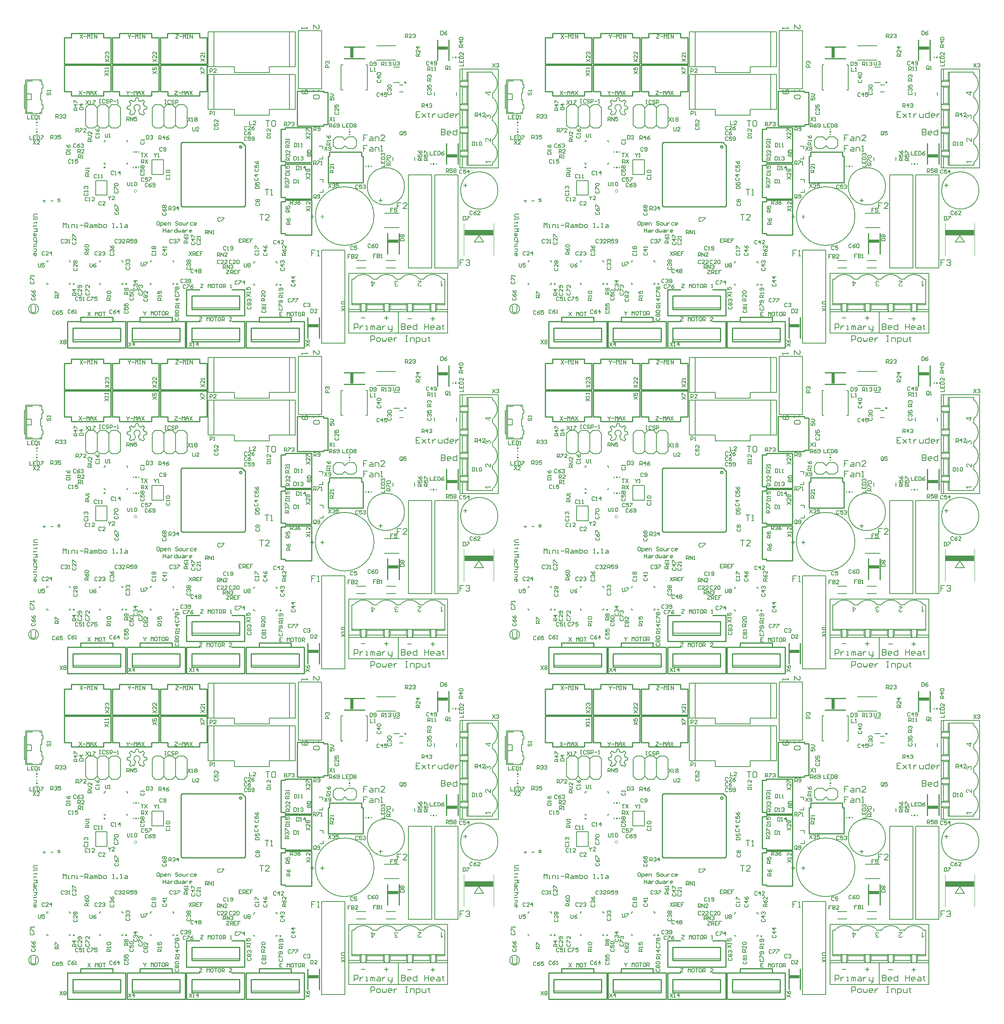
<source format=gto>
%FSLAX24Y24*%
%MOIN*%
G70*
G01*
G75*
G04 Layer_Color=65535*
%ADD10C,0.0070*%
G04:AMPARAMS|DCode=11|XSize=78.7mil|YSize=78.7mil|CornerRadius=39.4mil|HoleSize=0mil|Usage=FLASHONLY|Rotation=90.000|XOffset=0mil|YOffset=0mil|HoleType=Round|Shape=RoundedRectangle|*
%AMROUNDEDRECTD11*
21,1,0.0787,0.0000,0,0,90.0*
21,1,0.0000,0.0787,0,0,90.0*
1,1,0.0787,0.0000,0.0000*
1,1,0.0787,0.0000,0.0000*
1,1,0.0787,0.0000,0.0000*
1,1,0.0787,0.0000,0.0000*
%
%ADD11ROUNDEDRECTD11*%
%ADD12C,0.0100*%
%ADD13C,0.0650*%
%ADD14R,0.0600X0.0120*%
%ADD15R,0.0120X0.0600*%
G04:AMPARAMS|DCode=16|XSize=11mil|YSize=31.5mil|CornerRadius=4.4mil|HoleSize=0mil|Usage=FLASHONLY|Rotation=180.000|XOffset=0mil|YOffset=0mil|HoleType=Round|Shape=RoundedRectangle|*
%AMROUNDEDRECTD16*
21,1,0.0110,0.0227,0,0,180.0*
21,1,0.0022,0.0315,0,0,180.0*
1,1,0.0088,-0.0011,0.0113*
1,1,0.0088,0.0011,0.0113*
1,1,0.0088,0.0011,-0.0113*
1,1,0.0088,-0.0011,-0.0113*
%
%ADD16ROUNDEDRECTD16*%
G04:AMPARAMS|DCode=17|XSize=11mil|YSize=31.5mil|CornerRadius=4.4mil|HoleSize=0mil|Usage=FLASHONLY|Rotation=270.000|XOffset=0mil|YOffset=0mil|HoleType=Round|Shape=RoundedRectangle|*
%AMROUNDEDRECTD17*
21,1,0.0110,0.0227,0,0,270.0*
21,1,0.0022,0.0315,0,0,270.0*
1,1,0.0088,-0.0113,-0.0011*
1,1,0.0088,-0.0113,0.0011*
1,1,0.0088,0.0113,0.0011*
1,1,0.0088,0.0113,-0.0011*
%
%ADD17ROUNDEDRECTD17*%
%ADD18R,0.1370X0.1370*%
%ADD19R,0.1370X0.1370*%
%ADD20R,0.0236X0.1319*%
G04:AMPARAMS|DCode=21|XSize=40mil|YSize=40mil|CornerRadius=20mil|HoleSize=0mil|Usage=FLASHONLY|Rotation=0.000|XOffset=0mil|YOffset=0mil|HoleType=Round|Shape=RoundedRectangle|*
%AMROUNDEDRECTD21*
21,1,0.0400,0.0000,0,0,0.0*
21,1,0.0000,0.0400,0,0,0.0*
1,1,0.0400,0.0000,0.0000*
1,1,0.0400,0.0000,0.0000*
1,1,0.0400,0.0000,0.0000*
1,1,0.0400,0.0000,0.0000*
%
%ADD21ROUNDEDRECTD21*%
%ADD22R,0.0480X0.0480*%
%ADD23R,0.0480X0.0480*%
%ADD24R,0.0420X0.0520*%
%ADD25R,0.0354X0.1299*%
%ADD26R,0.0240X0.0240*%
%ADD27R,0.1260X0.0630*%
%ADD28R,0.0402X0.0118*%
%ADD29R,0.0681X0.0748*%
%ADD30R,0.0360X0.0320*%
%ADD31R,0.1970X0.1700*%
%ADD32R,0.0280X0.0560*%
%ADD33R,0.0280X0.0200*%
%ADD34R,0.0200X0.0280*%
%ADD35R,0.0790X0.0790*%
%ADD36R,0.0790X0.0790*%
%ADD37R,0.0500X0.0150*%
G04:AMPARAMS|DCode=38|XSize=63mil|YSize=71mil|CornerRadius=15.8mil|HoleSize=0mil|Usage=FLASHONLY|Rotation=270.000|XOffset=0mil|YOffset=0mil|HoleType=Round|Shape=RoundedRectangle|*
%AMROUNDEDRECTD38*
21,1,0.0630,0.0395,0,0,270.0*
21,1,0.0315,0.0710,0,0,270.0*
1,1,0.0315,-0.0198,-0.0158*
1,1,0.0315,-0.0198,0.0158*
1,1,0.0315,0.0198,0.0158*
1,1,0.0315,0.0198,-0.0158*
%
%ADD38ROUNDEDRECTD38*%
G04:AMPARAMS|DCode=39|XSize=29.1mil|YSize=39.4mil|CornerRadius=5.8mil|HoleSize=0mil|Usage=FLASHONLY|Rotation=90.000|XOffset=0mil|YOffset=0mil|HoleType=Round|Shape=RoundedRectangle|*
%AMROUNDEDRECTD39*
21,1,0.0291,0.0277,0,0,90.0*
21,1,0.0175,0.0394,0,0,90.0*
1,1,0.0117,0.0139,0.0087*
1,1,0.0117,0.0139,-0.0087*
1,1,0.0117,-0.0139,-0.0087*
1,1,0.0117,-0.0139,0.0087*
%
%ADD39ROUNDEDRECTD39*%
G04:AMPARAMS|DCode=40|XSize=29.1mil|YSize=39.4mil|CornerRadius=5.8mil|HoleSize=0mil|Usage=FLASHONLY|Rotation=180.000|XOffset=0mil|YOffset=0mil|HoleType=Round|Shape=RoundedRectangle|*
%AMROUNDEDRECTD40*
21,1,0.0291,0.0277,0,0,180.0*
21,1,0.0175,0.0394,0,0,180.0*
1,1,0.0117,-0.0087,0.0139*
1,1,0.0117,0.0087,0.0139*
1,1,0.0117,0.0087,-0.0139*
1,1,0.0117,-0.0087,-0.0139*
%
%ADD40ROUNDEDRECTD40*%
G04:AMPARAMS|DCode=41|XSize=22mil|YSize=24mil|CornerRadius=4.4mil|HoleSize=0mil|Usage=FLASHONLY|Rotation=0.000|XOffset=0mil|YOffset=0mil|HoleType=Round|Shape=RoundedRectangle|*
%AMROUNDEDRECTD41*
21,1,0.0220,0.0152,0,0,0.0*
21,1,0.0132,0.0240,0,0,0.0*
1,1,0.0088,0.0066,-0.0076*
1,1,0.0088,-0.0066,-0.0076*
1,1,0.0088,-0.0066,0.0076*
1,1,0.0088,0.0066,0.0076*
%
%ADD41ROUNDEDRECTD41*%
G04:AMPARAMS|DCode=42|XSize=22mil|YSize=24mil|CornerRadius=4.4mil|HoleSize=0mil|Usage=FLASHONLY|Rotation=270.000|XOffset=0mil|YOffset=0mil|HoleType=Round|Shape=RoundedRectangle|*
%AMROUNDEDRECTD42*
21,1,0.0220,0.0152,0,0,270.0*
21,1,0.0132,0.0240,0,0,270.0*
1,1,0.0088,-0.0076,-0.0066*
1,1,0.0088,-0.0076,0.0066*
1,1,0.0088,0.0076,0.0066*
1,1,0.0088,0.0076,-0.0066*
%
%ADD42ROUNDEDRECTD42*%
%ADD43R,0.0543X0.0709*%
%ADD44R,0.0200X0.0260*%
%ADD45R,0.0433X0.0669*%
G04:AMPARAMS|DCode=46|XSize=52mil|YSize=60mil|CornerRadius=13mil|HoleSize=0mil|Usage=FLASHONLY|Rotation=180.000|XOffset=0mil|YOffset=0mil|HoleType=Round|Shape=RoundedRectangle|*
%AMROUNDEDRECTD46*
21,1,0.0520,0.0340,0,0,180.0*
21,1,0.0260,0.0600,0,0,180.0*
1,1,0.0260,-0.0130,0.0170*
1,1,0.0260,0.0130,0.0170*
1,1,0.0260,0.0130,-0.0170*
1,1,0.0260,-0.0130,-0.0170*
%
%ADD46ROUNDEDRECTD46*%
G04:AMPARAMS|DCode=47|XSize=52mil|YSize=60mil|CornerRadius=13mil|HoleSize=0mil|Usage=FLASHONLY|Rotation=270.000|XOffset=0mil|YOffset=0mil|HoleType=Round|Shape=RoundedRectangle|*
%AMROUNDEDRECTD47*
21,1,0.0520,0.0340,0,0,270.0*
21,1,0.0260,0.0600,0,0,270.0*
1,1,0.0260,-0.0170,-0.0130*
1,1,0.0260,-0.0170,0.0130*
1,1,0.0260,0.0170,0.0130*
1,1,0.0260,0.0170,-0.0130*
%
%ADD47ROUNDEDRECTD47*%
%ADD48R,0.1673X0.0465*%
%ADD49C,0.0600*%
G04:AMPARAMS|DCode=50|XSize=50mil|YSize=50mil|CornerRadius=25mil|HoleSize=0mil|Usage=FLASHONLY|Rotation=90.000|XOffset=0mil|YOffset=0mil|HoleType=Round|Shape=RoundedRectangle|*
%AMROUNDEDRECTD50*
21,1,0.0500,0.0000,0,0,90.0*
21,1,0.0000,0.0500,0,0,90.0*
1,1,0.0500,0.0000,0.0000*
1,1,0.0500,0.0000,0.0000*
1,1,0.0500,0.0000,0.0000*
1,1,0.0500,0.0000,0.0000*
%
%ADD50ROUNDEDRECTD50*%
%ADD51C,0.0500*%
%ADD52C,0.0240*%
%ADD53C,0.0080*%
%ADD54C,0.0200*%
%ADD55C,0.0320*%
%ADD56C,0.0120*%
%ADD57C,0.0600*%
%ADD58C,0.0400*%
%ADD59C,0.0250*%
%ADD60C,0.0160*%
%ADD61R,0.1299X0.1063*%
%ADD62R,0.1575X0.0984*%
%ADD63R,0.1929X0.1457*%
%ADD64R,0.0551X0.0472*%
%ADD65O,0.0540X0.0360*%
%ADD66C,0.0360*%
%ADD67O,0.0600X0.1200*%
%ADD68P,0.0758X8X292.5*%
%ADD69C,0.1000*%
%ADD70O,0.1200X0.0600*%
%ADD71O,0.1024X0.0591*%
%ADD72C,0.0591*%
%ADD73R,0.0591X0.0591*%
%ADD74C,0.1305*%
%ADD75C,0.0540*%
%ADD76O,0.1650X0.0825*%
%ADD77O,0.0825X0.1650*%
%ADD78P,0.0909X8X112.5*%
%ADD79C,0.0840*%
%ADD80P,0.0909X8X22.5*%
G04:AMPARAMS|DCode=81|XSize=133.9mil|YSize=200mil|CornerRadius=0mil|HoleSize=0mil|Usage=FLASHONLY|Rotation=270.000|XOffset=0mil|YOffset=0mil|HoleType=Round|Shape=Octagon|*
%AMOCTAGOND81*
4,1,8,0.1000,0.0335,0.1000,-0.0335,0.0665,-0.0669,-0.0665,-0.0669,-0.1000,-0.0335,-0.1000,0.0335,-0.0665,0.0669,0.0665,0.0669,0.1000,0.0335,0.0*
%
%ADD81OCTAGOND81*%

G04:AMPARAMS|DCode=82|XSize=140mil|YSize=200mil|CornerRadius=0mil|HoleSize=0mil|Usage=FLASHONLY|Rotation=270.000|XOffset=0mil|YOffset=0mil|HoleType=Round|Shape=Octagon|*
%AMOCTAGOND82*
4,1,8,0.1000,0.0350,0.1000,-0.0350,0.0650,-0.0700,-0.0650,-0.0700,-0.1000,-0.0350,-0.1000,0.0350,-0.0650,0.0700,0.0650,0.0700,0.1000,0.0350,0.0*
%
%ADD82OCTAGOND82*%

%ADD83P,0.0671X8X22.5*%
%ADD84C,0.0800*%
%ADD85C,0.0300*%
%ADD86C,0.0500*%
%ADD87C,0.0400*%
%ADD88C,0.0320*%
%ADD89C,0.1581*%
%ADD90C,0.0460*%
G04:AMPARAMS|DCode=91|XSize=82mil|YSize=82mil|CornerRadius=0mil|HoleSize=0mil|Usage=FLASHONLY|Rotation=0.000|XOffset=0mil|YOffset=0mil|HoleType=Round|Shape=Relief|Width=10mil|Gap=10mil|Entries=4|*
%AMTHD91*
7,0,0,0.0820,0.0620,0.0100,45*
%
%ADD91THD91*%
%ADD92C,0.0640*%
G04:AMPARAMS|DCode=93|XSize=100mil|YSize=100mil|CornerRadius=0mil|HoleSize=0mil|Usage=FLASHONLY|Rotation=0.000|XOffset=0mil|YOffset=0mil|HoleType=Round|Shape=Relief|Width=10mil|Gap=10mil|Entries=4|*
%AMTHD93*
7,0,0,0.1000,0.0800,0.0100,45*
%
%ADD93THD93*%
%ADD94C,0.0830*%
%ADD95C,0.0594*%
G04:AMPARAMS|DCode=96|XSize=95.433mil|YSize=95.433mil|CornerRadius=0mil|HoleSize=0mil|Usage=FLASHONLY|Rotation=0.000|XOffset=0mil|YOffset=0mil|HoleType=Round|Shape=Relief|Width=10mil|Gap=10mil|Entries=4|*
%AMTHD96*
7,0,0,0.0954,0.0754,0.0100,45*
%
%ADD96THD96*%
%ADD97C,0.1110*%
G04:AMPARAMS|DCode=98|XSize=98mil|YSize=98mil|CornerRadius=0mil|HoleSize=0mil|Usage=FLASHONLY|Rotation=0.000|XOffset=0mil|YOffset=0mil|HoleType=Round|Shape=Relief|Width=10mil|Gap=10mil|Entries=4|*
%AMTHD98*
7,0,0,0.0980,0.0780,0.0100,45*
%
%ADD98THD98*%
%ADD99C,0.0620*%
%ADD100C,0.0790*%
G04:AMPARAMS|DCode=101|XSize=115mil|YSize=115mil|CornerRadius=0mil|HoleSize=0mil|Usage=FLASHONLY|Rotation=0.000|XOffset=0mil|YOffset=0mil|HoleType=Round|Shape=Relief|Width=10mil|Gap=10mil|Entries=4|*
%AMTHD101*
7,0,0,0.1150,0.0950,0.0100,45*
%
%ADD101THD101*%
%ADD102C,0.1240*%
%ADD103C,0.0390*%
%ADD104C,0.1421*%
%ADD105C,0.0520*%
%ADD106C,0.1400*%
%ADD107C,0.0800*%
%ADD108C,0.1040*%
%ADD109C,0.1300*%
%ADD110R,0.4094X0.4331*%
%ADD111R,0.3425X0.4284*%
%ADD112R,0.3583X0.4284*%
%ADD113R,0.3622X0.4331*%
G04:AMPARAMS|DCode=114|XSize=46mil|YSize=63mil|CornerRadius=11.5mil|HoleSize=0mil|Usage=FLASHONLY|Rotation=270.000|XOffset=0mil|YOffset=0mil|HoleType=Round|Shape=RoundedRectangle|*
%AMROUNDEDRECTD114*
21,1,0.0460,0.0400,0,0,270.0*
21,1,0.0230,0.0630,0,0,270.0*
1,1,0.0230,-0.0200,-0.0115*
1,1,0.0230,-0.0200,0.0115*
1,1,0.0230,0.0200,0.0115*
1,1,0.0230,0.0200,-0.0115*
%
%ADD114ROUNDEDRECTD114*%
G04:AMPARAMS|DCode=115|XSize=50mil|YSize=50mil|CornerRadius=25mil|HoleSize=0mil|Usage=FLASHONLY|Rotation=0.000|XOffset=0mil|YOffset=0mil|HoleType=Round|Shape=RoundedRectangle|*
%AMROUNDEDRECTD115*
21,1,0.0500,0.0000,0,0,0.0*
21,1,0.0000,0.0500,0,0,0.0*
1,1,0.0500,0.0000,0.0000*
1,1,0.0500,0.0000,0.0000*
1,1,0.0500,0.0000,0.0000*
1,1,0.0500,0.0000,0.0000*
%
%ADD115ROUNDEDRECTD115*%
%ADD116C,0.0098*%
%ADD117C,0.0050*%
%ADD118C,0.0000*%
%ADD119C,0.0060*%
%ADD120C,0.0079*%
%ADD121C,0.0040*%
%ADD122R,0.0120X0.0059*%
%ADD123R,0.0120X0.0060*%
%ADD124R,0.0120X0.0119*%
%ADD125R,0.0059X0.0120*%
%ADD126R,0.0060X0.0120*%
%ADD127R,0.0119X0.0120*%
%ADD128R,0.2450X0.0492*%
%ADD129R,0.0879X0.0295*%
%ADD130R,0.0295X0.0879*%
G36*
X51910Y34245D02*
X52028D01*
Y34184D01*
X51910D01*
Y33969D01*
X51854D01*
X51533Y34195D01*
Y34245D01*
X51854D01*
Y34312D01*
X51910D01*
Y34245D01*
D02*
G37*
G36*
X41840Y17897D02*
X42055D01*
Y17841D01*
X41828Y17519D01*
X41778D01*
Y17841D01*
X41711D01*
Y17897D01*
X41778D01*
Y18015D01*
X41840D01*
Y17897D01*
D02*
G37*
G36*
X47783Y17627D02*
X47784Y17628D01*
X47787Y17631D01*
X47792Y17634D01*
X47799Y17640D01*
X47808Y17646D01*
X47817Y17653D01*
X47829Y17662D01*
X47842Y17669D01*
X47842D01*
X47843Y17670D01*
X47848Y17673D01*
X47854Y17677D01*
X47863Y17681D01*
X47873Y17686D01*
X47883Y17691D01*
X47895Y17696D01*
X47905Y17701D01*
Y17641D01*
X47904D01*
X47903Y17640D01*
X47900Y17639D01*
X47897Y17637D01*
X47892Y17634D01*
X47887Y17632D01*
X47875Y17625D01*
X47861Y17617D01*
X47846Y17607D01*
X47831Y17596D01*
X47817Y17584D01*
X47816Y17583D01*
X47815Y17582D01*
X47811Y17578D01*
X47804Y17571D01*
X47796Y17563D01*
X47786Y17552D01*
X47777Y17541D01*
X47769Y17528D01*
X47762Y17516D01*
X47722D01*
Y18015D01*
X47783D01*
Y17627D01*
D02*
G37*
G36*
X43908Y18023D02*
X43914Y18022D01*
X43921Y18021D01*
X43928Y18021D01*
X43936Y18019D01*
X43953Y18015D01*
X43971Y18007D01*
X43980Y18003D01*
X43989Y17998D01*
X43998Y17992D01*
X44006Y17985D01*
X44007Y17984D01*
X44007Y17984D01*
X44010Y17981D01*
X44013Y17978D01*
X44016Y17974D01*
X44020Y17969D01*
X44024Y17964D01*
X44028Y17958D01*
X44037Y17943D01*
X44045Y17925D01*
X44051Y17906D01*
X44054Y17895D01*
X44055Y17884D01*
X43994Y17875D01*
Y17876D01*
X43993Y17878D01*
Y17881D01*
X43992Y17884D01*
X43989Y17893D01*
X43986Y17904D01*
X43981Y17916D01*
X43975Y17929D01*
X43967Y17941D01*
X43959Y17950D01*
X43958Y17951D01*
X43955Y17954D01*
X43949Y17957D01*
X43942Y17962D01*
X43933Y17965D01*
X43923Y17969D01*
X43911Y17972D01*
X43898Y17973D01*
X43893D01*
X43890Y17972D01*
X43883Y17972D01*
X43873Y17969D01*
X43861Y17965D01*
X43849Y17961D01*
X43837Y17953D01*
X43825Y17944D01*
X43824Y17942D01*
X43821Y17938D01*
X43816Y17932D01*
X43810Y17923D01*
X43805Y17913D01*
X43800Y17900D01*
X43797Y17885D01*
X43796Y17869D01*
Y17869D01*
Y17868D01*
Y17866D01*
X43797Y17863D01*
X43797Y17855D01*
X43800Y17845D01*
X43803Y17835D01*
X43808Y17823D01*
X43815Y17811D01*
X43824Y17801D01*
X43825Y17799D01*
X43828Y17796D01*
X43834Y17792D01*
X43843Y17787D01*
X43853Y17782D01*
X43865Y17778D01*
X43877Y17775D01*
X43893Y17773D01*
X43899D01*
X43905Y17774D01*
X43911Y17775D01*
X43918Y17776D01*
X43927Y17777D01*
X43936Y17779D01*
X43929Y17726D01*
X43925D01*
X43922Y17727D01*
X43912D01*
X43905Y17726D01*
X43896Y17724D01*
X43885Y17722D01*
X43874Y17718D01*
X43862Y17714D01*
X43849Y17707D01*
X43848Y17706D01*
X43844Y17703D01*
X43840Y17698D01*
X43834Y17691D01*
X43828Y17683D01*
X43823Y17672D01*
X43819Y17659D01*
X43818Y17644D01*
Y17643D01*
Y17643D01*
Y17639D01*
X43819Y17633D01*
X43821Y17624D01*
X43823Y17616D01*
X43828Y17607D01*
X43833Y17597D01*
X43840Y17589D01*
X43841Y17588D01*
X43844Y17585D01*
X43849Y17581D01*
X43856Y17578D01*
X43865Y17573D01*
X43874Y17570D01*
X43886Y17567D01*
X43899Y17566D01*
X43905D01*
X43911Y17568D01*
X43919Y17569D01*
X43929Y17572D01*
X43939Y17576D01*
X43949Y17581D01*
X43958Y17589D01*
X43959Y17590D01*
X43962Y17593D01*
X43966Y17598D01*
X43970Y17606D01*
X43976Y17615D01*
X43980Y17626D01*
X43985Y17640D01*
X43988Y17656D01*
X44049Y17645D01*
Y17644D01*
X44048Y17642D01*
X44048Y17639D01*
X44047Y17635D01*
X44045Y17630D01*
X44044Y17624D01*
X44038Y17610D01*
X44032Y17595D01*
X44023Y17579D01*
X44013Y17564D01*
X43999Y17550D01*
X43998Y17550D01*
X43998Y17549D01*
X43995Y17547D01*
X43992Y17545D01*
X43988Y17543D01*
X43983Y17540D01*
X43972Y17533D01*
X43958Y17527D01*
X43940Y17522D01*
X43921Y17518D01*
X43911Y17516D01*
X43893D01*
X43886Y17517D01*
X43876Y17519D01*
X43865Y17521D01*
X43852Y17524D01*
X43839Y17528D01*
X43826Y17535D01*
X43825D01*
X43825Y17535D01*
X43820Y17538D01*
X43814Y17541D01*
X43806Y17547D01*
X43798Y17553D01*
X43789Y17562D01*
X43781Y17572D01*
X43773Y17582D01*
X43772Y17584D01*
X43770Y17587D01*
X43767Y17594D01*
X43764Y17601D01*
X43761Y17611D01*
X43758Y17621D01*
X43756Y17633D01*
X43755Y17646D01*
Y17647D01*
Y17651D01*
X43756Y17657D01*
X43757Y17665D01*
X43760Y17674D01*
X43763Y17683D01*
X43766Y17694D01*
X43772Y17704D01*
X43773Y17705D01*
X43775Y17708D01*
X43780Y17713D01*
X43785Y17719D01*
X43793Y17726D01*
X43801Y17733D01*
X43812Y17740D01*
X43824Y17746D01*
X43823D01*
X43822Y17747D01*
X43819D01*
X43816Y17748D01*
X43809Y17751D01*
X43799Y17755D01*
X43788Y17761D01*
X43777Y17768D01*
X43766Y17777D01*
X43756Y17789D01*
X43755Y17790D01*
X43752Y17795D01*
X43748Y17801D01*
X43743Y17810D01*
X43738Y17822D01*
X43735Y17835D01*
X43732Y17851D01*
X43731Y17869D01*
Y17869D01*
Y17872D01*
Y17875D01*
X43732Y17879D01*
X43732Y17885D01*
X43733Y17891D01*
X43735Y17899D01*
X43737Y17906D01*
X43742Y17924D01*
X43746Y17934D01*
X43751Y17943D01*
X43756Y17952D01*
X43763Y17961D01*
X43770Y17970D01*
X43778Y17979D01*
X43779Y17980D01*
X43781Y17981D01*
X43783Y17983D01*
X43787Y17986D01*
X43791Y17990D01*
X43797Y17993D01*
X43804Y17997D01*
X43811Y18001D01*
X43819Y18006D01*
X43828Y18009D01*
X43838Y18013D01*
X43849Y18017D01*
X43860Y18020D01*
X43872Y18021D01*
X43885Y18023D01*
X43898Y18024D01*
X43904D01*
X43908Y18023D01*
D02*
G37*
G36*
X46054Y18015D02*
Y18012D01*
Y18007D01*
X46054Y18002D01*
X46053Y17996D01*
X46052Y17989D01*
X46050Y17981D01*
X46048Y17974D01*
Y17973D01*
X46047Y17972D01*
X46045Y17968D01*
X46042Y17962D01*
X46038Y17953D01*
X46032Y17943D01*
X46025Y17931D01*
X46017Y17920D01*
X46007Y17908D01*
Y17907D01*
X46006Y17906D01*
X46002Y17902D01*
X45996Y17895D01*
X45987Y17886D01*
X45976Y17875D01*
X45962Y17863D01*
X45946Y17848D01*
X45927Y17832D01*
X45927Y17832D01*
X45924Y17829D01*
X45920Y17826D01*
X45915Y17821D01*
X45908Y17816D01*
X45900Y17809D01*
X45884Y17795D01*
X45865Y17777D01*
X45847Y17760D01*
X45838Y17752D01*
X45831Y17743D01*
X45824Y17735D01*
X45818Y17727D01*
Y17727D01*
X45816Y17726D01*
X45815Y17724D01*
X45813Y17721D01*
X45809Y17713D01*
X45803Y17703D01*
X45798Y17692D01*
X45794Y17680D01*
X45791Y17666D01*
X45789Y17653D01*
Y17652D01*
Y17652D01*
X45790Y17647D01*
X45791Y17640D01*
X45792Y17632D01*
X45796Y17622D01*
X45800Y17612D01*
X45806Y17602D01*
X45815Y17592D01*
X45817Y17591D01*
X45820Y17588D01*
X45826Y17584D01*
X45834Y17579D01*
X45843Y17575D01*
X45855Y17571D01*
X45868Y17568D01*
X45884Y17567D01*
X45888D01*
X45891Y17568D01*
X45899Y17569D01*
X45908Y17570D01*
X45920Y17574D01*
X45932Y17578D01*
X45943Y17585D01*
X45954Y17594D01*
X45955Y17596D01*
X45958Y17599D01*
X45962Y17605D01*
X45967Y17613D01*
X45972Y17624D01*
X45976Y17636D01*
X45979Y17650D01*
X45980Y17667D01*
X46043Y17660D01*
Y17659D01*
Y17657D01*
X46042Y17653D01*
X46042Y17649D01*
X46040Y17643D01*
X46039Y17636D01*
X46035Y17621D01*
X46029Y17603D01*
X46020Y17586D01*
X46009Y17569D01*
X46003Y17561D01*
X45995Y17553D01*
X45995Y17553D01*
X45993Y17552D01*
X45991Y17550D01*
X45988Y17547D01*
X45983Y17545D01*
X45978Y17541D01*
X45972Y17538D01*
X45965Y17535D01*
X45958Y17532D01*
X45949Y17528D01*
X45939Y17525D01*
X45930Y17522D01*
X45907Y17518D01*
X45895Y17517D01*
X45882Y17516D01*
X45875D01*
X45870Y17517D01*
X45864Y17518D01*
X45857Y17519D01*
X45849Y17519D01*
X45841Y17522D01*
X45823Y17526D01*
X45804Y17533D01*
X45794Y17538D01*
X45785Y17543D01*
X45777Y17550D01*
X45769Y17556D01*
X45768Y17557D01*
X45767Y17558D01*
X45765Y17560D01*
X45762Y17563D01*
X45759Y17568D01*
X45755Y17572D01*
X45747Y17584D01*
X45740Y17598D01*
X45733Y17615D01*
X45728Y17634D01*
X45727Y17644D01*
X45726Y17655D01*
Y17656D01*
Y17660D01*
X45727Y17666D01*
X45728Y17674D01*
X45729Y17683D01*
X45732Y17693D01*
X45735Y17703D01*
X45739Y17714D01*
X45740Y17715D01*
X45741Y17719D01*
X45744Y17724D01*
X45749Y17732D01*
X45754Y17741D01*
X45761Y17752D01*
X45770Y17762D01*
X45780Y17774D01*
X45781Y17776D01*
X45785Y17780D01*
X45792Y17787D01*
X45797Y17792D01*
X45802Y17797D01*
X45808Y17803D01*
X45815Y17810D01*
X45823Y17817D01*
X45831Y17825D01*
X45840Y17833D01*
X45851Y17842D01*
X45862Y17851D01*
X45874Y17862D01*
X45874Y17863D01*
X45876Y17864D01*
X45879Y17866D01*
X45883Y17869D01*
X45892Y17877D01*
X45903Y17887D01*
X45915Y17897D01*
X45927Y17908D01*
X45936Y17917D01*
X45940Y17921D01*
X45944Y17925D01*
X45945Y17925D01*
X45946Y17928D01*
X45949Y17931D01*
X45953Y17935D01*
X45961Y17945D01*
X45970Y17957D01*
X45725D01*
Y18015D01*
X46054D01*
Y18015D01*
D02*
G37*
G36*
X36689Y23541D02*
X36824D01*
Y23484D01*
X36689D01*
Y23348D01*
X36631D01*
Y23484D01*
X36496D01*
Y23541D01*
X36631D01*
Y23676D01*
X36689D01*
Y23541D01*
D02*
G37*
G36*
X37555D02*
X37690D01*
Y23484D01*
X37555D01*
Y23348D01*
X37498D01*
Y23484D01*
X37362D01*
Y23541D01*
X37498D01*
Y23676D01*
X37555D01*
Y23541D01*
D02*
G37*
G36*
X52028Y28240D02*
X51640D01*
X51641Y28239D01*
X51644Y28236D01*
X51647Y28231D01*
X51653Y28224D01*
X51660Y28216D01*
X51666Y28206D01*
X51675Y28195D01*
X51682Y28182D01*
Y28181D01*
X51683Y28180D01*
X51686Y28176D01*
X51690Y28169D01*
X51694Y28161D01*
X51700Y28151D01*
X51704Y28140D01*
X51709Y28129D01*
X51714Y28119D01*
X51654D01*
Y28119D01*
X51654Y28121D01*
X51652Y28124D01*
X51650Y28127D01*
X51647Y28131D01*
X51645Y28137D01*
X51638Y28149D01*
X51630Y28162D01*
X51620Y28177D01*
X51609Y28193D01*
X51597Y28207D01*
X51596Y28208D01*
X51595Y28208D01*
X51591Y28213D01*
X51584Y28220D01*
X51576Y28228D01*
X51565Y28237D01*
X51554Y28246D01*
X51542Y28255D01*
X51530Y28261D01*
Y28301D01*
X52028D01*
Y28240D01*
D02*
G37*
G36*
X51892Y32292D02*
X51898Y32291D01*
X51905Y32291D01*
X51912Y32289D01*
X51920Y32287D01*
X51937Y32281D01*
X51947Y32278D01*
X51956Y32272D01*
X51965Y32267D01*
X51974Y32261D01*
X51983Y32254D01*
X51992Y32245D01*
X51993Y32244D01*
X51994Y32243D01*
X51996Y32241D01*
X51999Y32237D01*
X52003Y32232D01*
X52007Y32226D01*
X52010Y32220D01*
X52014Y32213D01*
X52019Y32204D01*
X52022Y32195D01*
X52026Y32185D01*
X52030Y32175D01*
X52033Y32164D01*
X52035Y32151D01*
X52036Y32139D01*
X52037Y32126D01*
Y32125D01*
Y32123D01*
Y32120D01*
X52036Y32115D01*
X52035Y32109D01*
X52035Y32103D01*
X52034Y32096D01*
X52032Y32088D01*
X52028Y32071D01*
X52020Y32052D01*
X52016Y32043D01*
X52011Y32035D01*
X52005Y32026D01*
X51998Y32018D01*
X51998Y32017D01*
X51997Y32016D01*
X51994Y32014D01*
X51991Y32011D01*
X51987Y32008D01*
X51982Y32004D01*
X51977Y31999D01*
X51971Y31996D01*
X51956Y31987D01*
X51939Y31979D01*
X51919Y31972D01*
X51908Y31970D01*
X51897Y31969D01*
X51889Y32030D01*
X51889D01*
X51891Y32030D01*
X51894D01*
X51897Y32032D01*
X51906Y32034D01*
X51917Y32038D01*
X51929Y32043D01*
X51942Y32049D01*
X51954Y32056D01*
X51963Y32065D01*
X51964Y32066D01*
X51967Y32069D01*
X51970Y32074D01*
X51975Y32082D01*
X51979Y32090D01*
X51982Y32101D01*
X51985Y32113D01*
X51986Y32126D01*
Y32127D01*
Y32128D01*
Y32130D01*
X51985Y32133D01*
X51985Y32141D01*
X51982Y32151D01*
X51979Y32163D01*
X51974Y32175D01*
X51967Y32187D01*
X51957Y32198D01*
X51955Y32200D01*
X51951Y32203D01*
X51945Y32207D01*
X51936Y32213D01*
X51926Y32219D01*
X51913Y32223D01*
X51898Y32226D01*
X51883Y32228D01*
X51879D01*
X51876Y32227D01*
X51868Y32226D01*
X51858Y32224D01*
X51848Y32221D01*
X51836Y32216D01*
X51824Y32209D01*
X51814Y32200D01*
X51812Y32198D01*
X51809Y32195D01*
X51805Y32189D01*
X51800Y32181D01*
X51795Y32171D01*
X51791Y32159D01*
X51788Y32146D01*
X51787Y32131D01*
Y32130D01*
Y32128D01*
Y32124D01*
X51787Y32119D01*
X51788Y32113D01*
X51789Y32105D01*
X51790Y32097D01*
X51793Y32088D01*
X51739Y32095D01*
Y32096D01*
Y32099D01*
X51740Y32102D01*
Y32105D01*
Y32105D01*
Y32106D01*
Y32108D01*
Y32111D01*
X51739Y32118D01*
X51737Y32128D01*
X51735Y32139D01*
X51731Y32150D01*
X51727Y32162D01*
X51720Y32174D01*
X51719Y32176D01*
X51716Y32179D01*
X51711Y32184D01*
X51704Y32190D01*
X51696Y32196D01*
X51685Y32201D01*
X51672Y32204D01*
X51657Y32206D01*
X51652D01*
X51646Y32204D01*
X51638Y32203D01*
X51629Y32201D01*
X51620Y32196D01*
X51610Y32191D01*
X51602Y32183D01*
X51601Y32182D01*
X51598Y32179D01*
X51595Y32174D01*
X51591Y32167D01*
X51586Y32159D01*
X51583Y32149D01*
X51580Y32138D01*
X51579Y32125D01*
Y32124D01*
Y32123D01*
Y32119D01*
X51581Y32112D01*
X51582Y32105D01*
X51585Y32095D01*
X51589Y32085D01*
X51595Y32075D01*
X51602Y32065D01*
X51603Y32065D01*
X51606Y32061D01*
X51611Y32058D01*
X51619Y32053D01*
X51628Y32048D01*
X51639Y32043D01*
X51653Y32039D01*
X51669Y32036D01*
X51658Y31975D01*
X51657D01*
X51655Y31975D01*
X51652Y31976D01*
X51648Y31977D01*
X51643Y31978D01*
X51637Y31980D01*
X51623Y31985D01*
X51608Y31991D01*
X51592Y32000D01*
X51577Y32011D01*
X51564Y32024D01*
X51563Y32025D01*
X51562Y32026D01*
X51561Y32028D01*
X51558Y32032D01*
X51556Y32036D01*
X51553Y32040D01*
X51546Y32052D01*
X51540Y32066D01*
X51535Y32083D01*
X51531Y32102D01*
X51530Y32113D01*
Y32123D01*
Y32124D01*
Y32125D01*
Y32127D01*
Y32130D01*
X51530Y32138D01*
X51532Y32148D01*
X51534Y32159D01*
X51537Y32172D01*
X51542Y32185D01*
X51548Y32198D01*
Y32198D01*
X51548Y32199D01*
X51551Y32204D01*
X51554Y32210D01*
X51560Y32217D01*
X51567Y32226D01*
X51575Y32235D01*
X51585Y32243D01*
X51595Y32250D01*
X51597Y32251D01*
X51601Y32254D01*
X51607Y32257D01*
X51614Y32260D01*
X51624Y32263D01*
X51635Y32266D01*
X51646Y32268D01*
X51659Y32269D01*
X51664D01*
X51670Y32268D01*
X51678Y32266D01*
X51687Y32264D01*
X51697Y32261D01*
X51707Y32257D01*
X51717Y32251D01*
X51719Y32250D01*
X51722Y32248D01*
X51726Y32244D01*
X51732Y32238D01*
X51739Y32231D01*
X51746Y32223D01*
X51753Y32212D01*
X51759Y32200D01*
Y32201D01*
X51760Y32202D01*
Y32204D01*
X51762Y32207D01*
X51764Y32215D01*
X51768Y32225D01*
X51774Y32235D01*
X51781Y32247D01*
X51790Y32258D01*
X51802Y32268D01*
X51803Y32269D01*
X51808Y32272D01*
X51815Y32275D01*
X51824Y32281D01*
X51835Y32285D01*
X51849Y32289D01*
X51864Y32292D01*
X51882Y32293D01*
X51888D01*
X51892Y32292D01*
D02*
G37*
G36*
X52028Y29969D02*
X52020D01*
X52015Y29970D01*
X52009Y29971D01*
X52002Y29972D01*
X51994Y29974D01*
X51987Y29976D01*
X51986D01*
X51985Y29977D01*
X51981Y29978D01*
X51975Y29981D01*
X51966Y29986D01*
X51956Y29991D01*
X51945Y29999D01*
X51933Y30006D01*
X51921Y30016D01*
X51920D01*
X51920Y30018D01*
X51915Y30021D01*
X51908Y30027D01*
X51899Y30037D01*
X51889Y30048D01*
X51876Y30061D01*
X51861Y30078D01*
X51846Y30096D01*
X51845Y30097D01*
X51843Y30100D01*
X51839Y30104D01*
X51834Y30109D01*
X51829Y30116D01*
X51822Y30123D01*
X51808Y30140D01*
X51790Y30158D01*
X51773Y30176D01*
X51765Y30185D01*
X51756Y30193D01*
X51748Y30200D01*
X51740Y30206D01*
X51740D01*
X51739Y30207D01*
X51737Y30209D01*
X51734Y30210D01*
X51726Y30215D01*
X51716Y30220D01*
X51705Y30226D01*
X51693Y30230D01*
X51679Y30233D01*
X51666Y30235D01*
X51665D01*
X51660Y30234D01*
X51654Y30233D01*
X51645Y30232D01*
X51635Y30228D01*
X51626Y30223D01*
X51615Y30217D01*
X51605Y30208D01*
X51604Y30207D01*
X51601Y30204D01*
X51598Y30198D01*
X51592Y30190D01*
X51588Y30180D01*
X51584Y30169D01*
X51581Y30155D01*
X51580Y30140D01*
Y30139D01*
Y30138D01*
Y30136D01*
X51581Y30133D01*
X51582Y30125D01*
X51583Y30115D01*
X51587Y30104D01*
X51592Y30092D01*
X51598Y30080D01*
X51607Y30070D01*
X51609Y30069D01*
X51612Y30066D01*
X51618Y30061D01*
X51626Y30057D01*
X51637Y30052D01*
X51649Y30048D01*
X51663Y30045D01*
X51680Y30043D01*
X51673Y29981D01*
X51670D01*
X51666Y29981D01*
X51662Y29982D01*
X51656Y29984D01*
X51649Y29984D01*
X51634Y29989D01*
X51616Y29995D01*
X51599Y30003D01*
X51582Y30015D01*
X51574Y30021D01*
X51567Y30028D01*
X51566Y30029D01*
X51565Y30031D01*
X51563Y30033D01*
X51561Y30036D01*
X51558Y30040D01*
X51554Y30046D01*
X51551Y30052D01*
X51548Y30058D01*
X51545Y30066D01*
X51541Y30074D01*
X51538Y30084D01*
X51536Y30094D01*
X51531Y30117D01*
X51530Y30129D01*
X51530Y30142D01*
Y30142D01*
Y30145D01*
Y30148D01*
X51530Y30154D01*
X51531Y30160D01*
X51532Y30167D01*
X51533Y30174D01*
X51535Y30182D01*
X51539Y30201D01*
X51546Y30220D01*
X51551Y30229D01*
X51556Y30238D01*
X51563Y30247D01*
X51570Y30255D01*
X51570Y30256D01*
X51571Y30257D01*
X51573Y30259D01*
X51576Y30262D01*
X51581Y30265D01*
X51585Y30269D01*
X51597Y30276D01*
X51611Y30284D01*
X51628Y30291D01*
X51647Y30296D01*
X51657Y30297D01*
X51668Y30297D01*
X51673D01*
X51679Y30297D01*
X51687Y30296D01*
X51696Y30294D01*
X51706Y30292D01*
X51716Y30289D01*
X51727Y30285D01*
X51728Y30284D01*
X51732Y30282D01*
X51737Y30279D01*
X51745Y30275D01*
X51754Y30269D01*
X51765Y30263D01*
X51775Y30254D01*
X51787Y30244D01*
X51789Y30242D01*
X51793Y30238D01*
X51800Y30232D01*
X51805Y30227D01*
X51810Y30222D01*
X51816Y30216D01*
X51823Y30208D01*
X51830Y30201D01*
X51838Y30192D01*
X51846Y30183D01*
X51855Y30173D01*
X51864Y30162D01*
X51875Y30150D01*
X51876Y30149D01*
X51877Y30148D01*
X51880Y30145D01*
X51883Y30141D01*
X51890Y30132D01*
X51900Y30120D01*
X51911Y30109D01*
X51921Y30097D01*
X51930Y30087D01*
X51934Y30083D01*
X51938Y30080D01*
X51939Y30079D01*
X51941Y30077D01*
X51944Y30074D01*
X51948Y30071D01*
X51958Y30062D01*
X51970Y30054D01*
Y30298D01*
X52028D01*
Y29969D01*
D02*
G37*
%LPC*%
G36*
X41995Y17841D02*
X41840D01*
Y17618D01*
X41995Y17841D01*
D02*
G37*
G36*
X51854Y34184D02*
X51632D01*
X51854Y34028D01*
Y34184D01*
D02*
G37*
%LPD*%
G36*
X93288Y34245D02*
X93406D01*
Y34184D01*
X93288D01*
Y33969D01*
X93232D01*
X92911Y34195D01*
Y34245D01*
X93232D01*
Y34312D01*
X93288D01*
Y34245D01*
D02*
G37*
G36*
X83218Y17897D02*
X83433D01*
Y17841D01*
X83206Y17519D01*
X83156D01*
Y17841D01*
X83089D01*
Y17897D01*
X83156D01*
Y18015D01*
X83218D01*
Y17897D01*
D02*
G37*
G36*
X89161Y17627D02*
X89162Y17628D01*
X89165Y17631D01*
X89170Y17634D01*
X89177Y17640D01*
X89186Y17646D01*
X89195Y17653D01*
X89207Y17662D01*
X89220Y17669D01*
X89220D01*
X89221Y17670D01*
X89226Y17673D01*
X89232Y17677D01*
X89241Y17681D01*
X89251Y17686D01*
X89261Y17691D01*
X89272Y17696D01*
X89283Y17701D01*
Y17641D01*
X89282D01*
X89281Y17640D01*
X89278Y17639D01*
X89275Y17637D01*
X89270Y17634D01*
X89265Y17632D01*
X89253Y17625D01*
X89239Y17617D01*
X89224Y17607D01*
X89209Y17596D01*
X89195Y17584D01*
X89194Y17583D01*
X89193Y17582D01*
X89189Y17578D01*
X89182Y17571D01*
X89173Y17563D01*
X89164Y17552D01*
X89155Y17541D01*
X89147Y17528D01*
X89140Y17516D01*
X89100D01*
Y18015D01*
X89161D01*
Y17627D01*
D02*
G37*
G36*
X85286Y18023D02*
X85292Y18022D01*
X85299Y18021D01*
X85306Y18021D01*
X85314Y18019D01*
X85331Y18015D01*
X85349Y18007D01*
X85358Y18003D01*
X85367Y17998D01*
X85376Y17992D01*
X85384Y17985D01*
X85385Y17984D01*
X85385Y17984D01*
X85388Y17981D01*
X85391Y17978D01*
X85394Y17974D01*
X85398Y17969D01*
X85402Y17964D01*
X85406Y17958D01*
X85415Y17943D01*
X85422Y17925D01*
X85429Y17906D01*
X85432Y17895D01*
X85433Y17884D01*
X85372Y17875D01*
Y17876D01*
X85371Y17878D01*
Y17881D01*
X85370Y17884D01*
X85367Y17893D01*
X85364Y17904D01*
X85359Y17916D01*
X85353Y17929D01*
X85345Y17941D01*
X85337Y17950D01*
X85336Y17951D01*
X85333Y17954D01*
X85327Y17957D01*
X85320Y17962D01*
X85311Y17965D01*
X85301Y17969D01*
X85289Y17972D01*
X85276Y17973D01*
X85271D01*
X85268Y17972D01*
X85261Y17972D01*
X85251Y17969D01*
X85239Y17965D01*
X85227Y17961D01*
X85215Y17953D01*
X85203Y17944D01*
X85202Y17942D01*
X85199Y17938D01*
X85194Y17932D01*
X85188Y17923D01*
X85183Y17913D01*
X85178Y17900D01*
X85175Y17885D01*
X85174Y17869D01*
Y17869D01*
Y17868D01*
Y17866D01*
X85175Y17863D01*
X85175Y17855D01*
X85178Y17845D01*
X85181Y17835D01*
X85186Y17823D01*
X85193Y17811D01*
X85202Y17801D01*
X85203Y17799D01*
X85206Y17796D01*
X85212Y17792D01*
X85221Y17787D01*
X85230Y17782D01*
X85243Y17778D01*
X85255Y17775D01*
X85271Y17773D01*
X85277D01*
X85283Y17774D01*
X85289Y17775D01*
X85296Y17776D01*
X85305Y17777D01*
X85314Y17779D01*
X85307Y17726D01*
X85303D01*
X85300Y17727D01*
X85290D01*
X85283Y17726D01*
X85274Y17724D01*
X85263Y17722D01*
X85252Y17718D01*
X85240Y17714D01*
X85227Y17707D01*
X85226Y17706D01*
X85222Y17703D01*
X85218Y17698D01*
X85212Y17691D01*
X85206Y17683D01*
X85201Y17672D01*
X85197Y17659D01*
X85196Y17644D01*
Y17643D01*
Y17643D01*
Y17639D01*
X85197Y17633D01*
X85199Y17624D01*
X85201Y17616D01*
X85206Y17607D01*
X85211Y17597D01*
X85218Y17589D01*
X85219Y17588D01*
X85222Y17585D01*
X85227Y17581D01*
X85234Y17578D01*
X85243Y17573D01*
X85252Y17570D01*
X85264Y17567D01*
X85277Y17566D01*
X85283D01*
X85289Y17568D01*
X85297Y17569D01*
X85307Y17572D01*
X85317Y17576D01*
X85326Y17581D01*
X85336Y17589D01*
X85337Y17590D01*
X85340Y17593D01*
X85344Y17598D01*
X85348Y17606D01*
X85354Y17615D01*
X85358Y17626D01*
X85363Y17640D01*
X85366Y17656D01*
X85427Y17645D01*
Y17644D01*
X85426Y17642D01*
X85426Y17639D01*
X85425Y17635D01*
X85423Y17630D01*
X85422Y17624D01*
X85416Y17610D01*
X85410Y17595D01*
X85401Y17579D01*
X85391Y17564D01*
X85377Y17550D01*
X85376Y17550D01*
X85376Y17549D01*
X85373Y17547D01*
X85370Y17545D01*
X85366Y17543D01*
X85361Y17540D01*
X85350Y17533D01*
X85336Y17527D01*
X85318Y17522D01*
X85299Y17518D01*
X85289Y17516D01*
X85271D01*
X85264Y17517D01*
X85254Y17519D01*
X85243Y17521D01*
X85230Y17524D01*
X85217Y17528D01*
X85204Y17535D01*
X85203D01*
X85202Y17535D01*
X85198Y17538D01*
X85192Y17541D01*
X85184Y17547D01*
X85176Y17553D01*
X85167Y17562D01*
X85159Y17572D01*
X85151Y17582D01*
X85150Y17584D01*
X85148Y17587D01*
X85145Y17594D01*
X85142Y17601D01*
X85139Y17611D01*
X85136Y17621D01*
X85134Y17633D01*
X85133Y17646D01*
Y17647D01*
Y17651D01*
X85134Y17657D01*
X85135Y17665D01*
X85137Y17674D01*
X85140Y17683D01*
X85144Y17694D01*
X85150Y17704D01*
X85151Y17705D01*
X85153Y17708D01*
X85158Y17713D01*
X85163Y17719D01*
X85171Y17726D01*
X85179Y17733D01*
X85190Y17740D01*
X85202Y17746D01*
X85201D01*
X85199Y17747D01*
X85197D01*
X85194Y17748D01*
X85187Y17751D01*
X85177Y17755D01*
X85166Y17761D01*
X85155Y17768D01*
X85144Y17777D01*
X85134Y17789D01*
X85133Y17790D01*
X85130Y17795D01*
X85126Y17801D01*
X85121Y17810D01*
X85116Y17822D01*
X85113Y17835D01*
X85110Y17851D01*
X85109Y17869D01*
Y17869D01*
Y17872D01*
Y17875D01*
X85110Y17879D01*
X85110Y17885D01*
X85111Y17891D01*
X85113Y17899D01*
X85115Y17906D01*
X85120Y17924D01*
X85124Y17934D01*
X85129Y17943D01*
X85134Y17952D01*
X85140Y17961D01*
X85148Y17970D01*
X85156Y17979D01*
X85157Y17980D01*
X85159Y17981D01*
X85161Y17983D01*
X85165Y17986D01*
X85169Y17990D01*
X85175Y17993D01*
X85182Y17997D01*
X85189Y18001D01*
X85197Y18006D01*
X85206Y18009D01*
X85216Y18013D01*
X85227Y18017D01*
X85238Y18020D01*
X85250Y18021D01*
X85263Y18023D01*
X85276Y18024D01*
X85282D01*
X85286Y18023D01*
D02*
G37*
G36*
X87432Y18015D02*
Y18012D01*
Y18007D01*
X87432Y18002D01*
X87431Y17996D01*
X87430Y17989D01*
X87428Y17981D01*
X87426Y17974D01*
Y17973D01*
X87425Y17972D01*
X87423Y17968D01*
X87420Y17962D01*
X87416Y17953D01*
X87410Y17943D01*
X87403Y17931D01*
X87395Y17920D01*
X87385Y17908D01*
Y17907D01*
X87384Y17906D01*
X87380Y17902D01*
X87374Y17895D01*
X87365Y17886D01*
X87354Y17875D01*
X87340Y17863D01*
X87323Y17848D01*
X87305Y17832D01*
X87305Y17832D01*
X87302Y17829D01*
X87298Y17826D01*
X87292Y17821D01*
X87286Y17816D01*
X87278Y17809D01*
X87261Y17795D01*
X87243Y17777D01*
X87225Y17760D01*
X87216Y17752D01*
X87209Y17743D01*
X87202Y17735D01*
X87196Y17727D01*
Y17727D01*
X87194Y17726D01*
X87193Y17724D01*
X87191Y17721D01*
X87187Y17713D01*
X87181Y17703D01*
X87176Y17692D01*
X87171Y17680D01*
X87168Y17666D01*
X87167Y17653D01*
Y17652D01*
Y17652D01*
X87168Y17647D01*
X87168Y17640D01*
X87170Y17632D01*
X87174Y17622D01*
X87178Y17612D01*
X87184Y17602D01*
X87193Y17592D01*
X87195Y17591D01*
X87198Y17588D01*
X87204Y17584D01*
X87212Y17579D01*
X87221Y17575D01*
X87233Y17571D01*
X87246Y17568D01*
X87261Y17567D01*
X87266D01*
X87269Y17568D01*
X87277Y17569D01*
X87286Y17570D01*
X87298Y17574D01*
X87310Y17578D01*
X87321Y17585D01*
X87332Y17594D01*
X87333Y17596D01*
X87336Y17599D01*
X87340Y17605D01*
X87345Y17613D01*
X87350Y17624D01*
X87354Y17636D01*
X87357Y17650D01*
X87358Y17667D01*
X87421Y17660D01*
Y17659D01*
Y17657D01*
X87420Y17653D01*
X87419Y17649D01*
X87418Y17643D01*
X87417Y17636D01*
X87413Y17621D01*
X87407Y17603D01*
X87398Y17586D01*
X87387Y17569D01*
X87381Y17561D01*
X87373Y17553D01*
X87373Y17553D01*
X87371Y17552D01*
X87369Y17550D01*
X87366Y17547D01*
X87361Y17545D01*
X87356Y17541D01*
X87350Y17538D01*
X87343Y17535D01*
X87336Y17532D01*
X87327Y17528D01*
X87317Y17525D01*
X87308Y17522D01*
X87285Y17518D01*
X87273Y17517D01*
X87260Y17516D01*
X87253D01*
X87248Y17517D01*
X87242Y17518D01*
X87235Y17519D01*
X87227Y17519D01*
X87219Y17522D01*
X87201Y17526D01*
X87182Y17533D01*
X87172Y17538D01*
X87163Y17543D01*
X87155Y17550D01*
X87147Y17556D01*
X87146Y17557D01*
X87145Y17558D01*
X87143Y17560D01*
X87140Y17563D01*
X87137Y17568D01*
X87133Y17572D01*
X87125Y17584D01*
X87118Y17598D01*
X87111Y17615D01*
X87106Y17634D01*
X87105Y17644D01*
X87104Y17655D01*
Y17656D01*
Y17660D01*
X87105Y17666D01*
X87106Y17674D01*
X87107Y17683D01*
X87109Y17693D01*
X87113Y17703D01*
X87117Y17714D01*
X87118Y17715D01*
X87119Y17719D01*
X87122Y17724D01*
X87127Y17732D01*
X87132Y17741D01*
X87139Y17752D01*
X87148Y17762D01*
X87158Y17774D01*
X87159Y17776D01*
X87163Y17780D01*
X87170Y17787D01*
X87175Y17792D01*
X87180Y17797D01*
X87186Y17803D01*
X87193Y17810D01*
X87201Y17817D01*
X87209Y17825D01*
X87218Y17833D01*
X87229Y17842D01*
X87240Y17851D01*
X87252Y17862D01*
X87252Y17863D01*
X87254Y17864D01*
X87257Y17866D01*
X87261Y17869D01*
X87270Y17877D01*
X87281Y17887D01*
X87292Y17897D01*
X87305Y17908D01*
X87314Y17917D01*
X87318Y17921D01*
X87322Y17925D01*
X87323Y17925D01*
X87324Y17928D01*
X87327Y17931D01*
X87331Y17935D01*
X87339Y17945D01*
X87348Y17957D01*
X87103D01*
Y18015D01*
X87432D01*
Y18015D01*
D02*
G37*
G36*
X78067Y23541D02*
X78202D01*
Y23484D01*
X78067D01*
Y23348D01*
X78009D01*
Y23484D01*
X77874D01*
Y23541D01*
X78009D01*
Y23676D01*
X78067D01*
Y23541D01*
D02*
G37*
G36*
X78933D02*
X79068D01*
Y23484D01*
X78933D01*
Y23348D01*
X78875D01*
Y23484D01*
X78740D01*
Y23541D01*
X78875D01*
Y23676D01*
X78933D01*
Y23541D01*
D02*
G37*
G36*
X93406Y28240D02*
X93018D01*
X93019Y28239D01*
X93022Y28236D01*
X93025Y28231D01*
X93031Y28224D01*
X93038Y28216D01*
X93044Y28206D01*
X93053Y28195D01*
X93060Y28182D01*
Y28181D01*
X93061Y28180D01*
X93064Y28176D01*
X93068Y28169D01*
X93072Y28161D01*
X93078Y28151D01*
X93082Y28140D01*
X93087Y28129D01*
X93092Y28119D01*
X93032D01*
Y28119D01*
X93031Y28121D01*
X93030Y28124D01*
X93028Y28127D01*
X93025Y28131D01*
X93023Y28137D01*
X93016Y28149D01*
X93008Y28162D01*
X92998Y28177D01*
X92987Y28193D01*
X92975Y28207D01*
X92974Y28208D01*
X92973Y28208D01*
X92969Y28213D01*
X92962Y28220D01*
X92954Y28228D01*
X92943Y28237D01*
X92932Y28246D01*
X92920Y28255D01*
X92907Y28261D01*
Y28301D01*
X93406D01*
Y28240D01*
D02*
G37*
G36*
X93270Y32292D02*
X93276Y32291D01*
X93282Y32291D01*
X93290Y32289D01*
X93298Y32287D01*
X93315Y32281D01*
X93325Y32278D01*
X93334Y32272D01*
X93343Y32267D01*
X93352Y32261D01*
X93361Y32254D01*
X93370Y32245D01*
X93371Y32244D01*
X93372Y32243D01*
X93374Y32241D01*
X93377Y32237D01*
X93381Y32232D01*
X93385Y32226D01*
X93388Y32220D01*
X93392Y32213D01*
X93397Y32204D01*
X93400Y32195D01*
X93404Y32185D01*
X93408Y32175D01*
X93411Y32164D01*
X93413Y32151D01*
X93414Y32139D01*
X93415Y32126D01*
Y32125D01*
Y32123D01*
Y32120D01*
X93414Y32115D01*
X93413Y32109D01*
X93413Y32103D01*
X93412Y32096D01*
X93410Y32088D01*
X93406Y32071D01*
X93398Y32052D01*
X93394Y32043D01*
X93389Y32035D01*
X93383Y32026D01*
X93376Y32018D01*
X93375Y32017D01*
X93375Y32016D01*
X93372Y32014D01*
X93369Y32011D01*
X93365Y32008D01*
X93360Y32004D01*
X93355Y31999D01*
X93349Y31996D01*
X93334Y31987D01*
X93316Y31979D01*
X93297Y31972D01*
X93286Y31970D01*
X93275Y31969D01*
X93267Y32030D01*
X93267D01*
X93269Y32030D01*
X93272D01*
X93275Y32032D01*
X93284Y32034D01*
X93295Y32038D01*
X93307Y32043D01*
X93320Y32049D01*
X93332Y32056D01*
X93341Y32065D01*
X93342Y32066D01*
X93345Y32069D01*
X93348Y32074D01*
X93353Y32082D01*
X93357Y32090D01*
X93360Y32101D01*
X93363Y32113D01*
X93364Y32126D01*
Y32127D01*
Y32128D01*
Y32130D01*
X93363Y32133D01*
X93363Y32141D01*
X93360Y32151D01*
X93357Y32163D01*
X93352Y32175D01*
X93344Y32187D01*
X93335Y32198D01*
X93333Y32200D01*
X93329Y32203D01*
X93323Y32207D01*
X93314Y32213D01*
X93304Y32219D01*
X93291Y32223D01*
X93276Y32226D01*
X93261Y32228D01*
X93257D01*
X93254Y32227D01*
X93246Y32226D01*
X93236Y32224D01*
X93226Y32221D01*
X93214Y32216D01*
X93202Y32209D01*
X93192Y32200D01*
X93190Y32198D01*
X93187Y32195D01*
X93183Y32189D01*
X93178Y32181D01*
X93173Y32171D01*
X93169Y32159D01*
X93166Y32146D01*
X93165Y32131D01*
Y32130D01*
Y32128D01*
Y32124D01*
X93165Y32119D01*
X93166Y32113D01*
X93167Y32105D01*
X93168Y32097D01*
X93171Y32088D01*
X93117Y32095D01*
Y32096D01*
Y32099D01*
X93118Y32102D01*
Y32105D01*
Y32105D01*
Y32106D01*
Y32108D01*
Y32111D01*
X93117Y32118D01*
X93115Y32128D01*
X93113Y32139D01*
X93109Y32150D01*
X93105Y32162D01*
X93098Y32174D01*
X93097Y32176D01*
X93094Y32179D01*
X93089Y32184D01*
X93082Y32190D01*
X93074Y32196D01*
X93063Y32201D01*
X93050Y32204D01*
X93035Y32206D01*
X93030D01*
X93024Y32204D01*
X93016Y32203D01*
X93007Y32201D01*
X92998Y32196D01*
X92988Y32191D01*
X92980Y32183D01*
X92979Y32182D01*
X92976Y32179D01*
X92973Y32174D01*
X92969Y32167D01*
X92964Y32159D01*
X92961Y32149D01*
X92958Y32138D01*
X92957Y32125D01*
Y32124D01*
Y32123D01*
Y32119D01*
X92959Y32112D01*
X92960Y32105D01*
X92963Y32095D01*
X92967Y32085D01*
X92973Y32075D01*
X92980Y32065D01*
X92981Y32065D01*
X92984Y32061D01*
X92989Y32058D01*
X92997Y32053D01*
X93006Y32048D01*
X93017Y32043D01*
X93031Y32039D01*
X93047Y32036D01*
X93036Y31975D01*
X93035D01*
X93033Y31975D01*
X93030Y31976D01*
X93026Y31977D01*
X93021Y31978D01*
X93015Y31980D01*
X93001Y31985D01*
X92986Y31991D01*
X92970Y32000D01*
X92955Y32011D01*
X92942Y32024D01*
X92941Y32025D01*
X92940Y32026D01*
X92938Y32028D01*
X92936Y32032D01*
X92934Y32036D01*
X92931Y32040D01*
X92924Y32052D01*
X92918Y32066D01*
X92913Y32083D01*
X92909Y32102D01*
X92907Y32113D01*
Y32123D01*
Y32124D01*
Y32125D01*
Y32127D01*
Y32130D01*
X92908Y32138D01*
X92910Y32148D01*
X92912Y32159D01*
X92915Y32172D01*
X92920Y32185D01*
X92926Y32198D01*
Y32198D01*
X92926Y32199D01*
X92929Y32204D01*
X92932Y32210D01*
X92938Y32217D01*
X92945Y32226D01*
X92953Y32235D01*
X92963Y32243D01*
X92973Y32250D01*
X92975Y32251D01*
X92979Y32254D01*
X92985Y32257D01*
X92992Y32260D01*
X93002Y32263D01*
X93013Y32266D01*
X93024Y32268D01*
X93037Y32269D01*
X93042D01*
X93048Y32268D01*
X93056Y32266D01*
X93065Y32264D01*
X93075Y32261D01*
X93085Y32257D01*
X93095Y32251D01*
X93097Y32250D01*
X93100Y32248D01*
X93104Y32244D01*
X93110Y32238D01*
X93117Y32231D01*
X93124Y32223D01*
X93131Y32212D01*
X93137Y32200D01*
Y32201D01*
X93138Y32202D01*
Y32204D01*
X93140Y32207D01*
X93142Y32215D01*
X93146Y32225D01*
X93152Y32235D01*
X93159Y32247D01*
X93168Y32258D01*
X93180Y32268D01*
X93181Y32269D01*
X93186Y32272D01*
X93193Y32275D01*
X93202Y32281D01*
X93213Y32285D01*
X93227Y32289D01*
X93242Y32292D01*
X93260Y32293D01*
X93266D01*
X93270Y32292D01*
D02*
G37*
G36*
X93406Y29969D02*
X93398D01*
X93393Y29970D01*
X93387Y29971D01*
X93380Y29972D01*
X93372Y29974D01*
X93365Y29976D01*
X93364D01*
X93363Y29977D01*
X93359Y29978D01*
X93353Y29981D01*
X93344Y29986D01*
X93334Y29991D01*
X93323Y29999D01*
X93311Y30006D01*
X93299Y30016D01*
X93298D01*
X93298Y30018D01*
X93293Y30021D01*
X93286Y30027D01*
X93277Y30037D01*
X93267Y30048D01*
X93254Y30061D01*
X93239Y30078D01*
X93224Y30096D01*
X93223Y30097D01*
X93220Y30100D01*
X93217Y30104D01*
X93212Y30109D01*
X93207Y30116D01*
X93200Y30123D01*
X93186Y30140D01*
X93168Y30158D01*
X93151Y30176D01*
X93143Y30185D01*
X93134Y30193D01*
X93126Y30200D01*
X93118Y30206D01*
X93118D01*
X93117Y30207D01*
X93115Y30209D01*
X93112Y30210D01*
X93104Y30215D01*
X93094Y30220D01*
X93083Y30226D01*
X93071Y30230D01*
X93057Y30233D01*
X93044Y30235D01*
X93043D01*
X93038Y30234D01*
X93031Y30233D01*
X93023Y30232D01*
X93013Y30228D01*
X93004Y30223D01*
X92993Y30217D01*
X92983Y30208D01*
X92982Y30207D01*
X92979Y30204D01*
X92976Y30198D01*
X92970Y30190D01*
X92966Y30180D01*
X92962Y30169D01*
X92959Y30155D01*
X92958Y30140D01*
Y30139D01*
Y30138D01*
Y30136D01*
X92959Y30133D01*
X92960Y30125D01*
X92961Y30115D01*
X92965Y30104D01*
X92969Y30092D01*
X92976Y30080D01*
X92985Y30070D01*
X92987Y30069D01*
X92990Y30066D01*
X92996Y30061D01*
X93004Y30057D01*
X93015Y30052D01*
X93027Y30048D01*
X93041Y30045D01*
X93058Y30043D01*
X93051Y29981D01*
X93048D01*
X93044Y29981D01*
X93040Y29982D01*
X93034Y29984D01*
X93027Y29984D01*
X93012Y29989D01*
X92994Y29995D01*
X92977Y30003D01*
X92960Y30015D01*
X92952Y30021D01*
X92945Y30028D01*
X92944Y30029D01*
X92943Y30031D01*
X92941Y30033D01*
X92938Y30036D01*
X92936Y30040D01*
X92932Y30046D01*
X92929Y30052D01*
X92926Y30058D01*
X92923Y30066D01*
X92919Y30074D01*
X92916Y30084D01*
X92914Y30094D01*
X92909Y30117D01*
X92908Y30129D01*
X92907Y30142D01*
Y30142D01*
Y30145D01*
Y30148D01*
X92908Y30154D01*
X92909Y30160D01*
X92910Y30167D01*
X92911Y30174D01*
X92913Y30182D01*
X92917Y30201D01*
X92924Y30220D01*
X92929Y30229D01*
X92934Y30238D01*
X92941Y30247D01*
X92948Y30255D01*
X92948Y30256D01*
X92949Y30257D01*
X92951Y30259D01*
X92954Y30262D01*
X92959Y30265D01*
X92963Y30269D01*
X92975Y30276D01*
X92989Y30284D01*
X93006Y30291D01*
X93025Y30296D01*
X93035Y30297D01*
X93046Y30297D01*
X93051D01*
X93057Y30297D01*
X93065Y30296D01*
X93074Y30294D01*
X93084Y30292D01*
X93094Y30289D01*
X93105Y30285D01*
X93106Y30284D01*
X93110Y30282D01*
X93115Y30279D01*
X93123Y30275D01*
X93132Y30269D01*
X93143Y30263D01*
X93153Y30254D01*
X93165Y30244D01*
X93167Y30242D01*
X93171Y30238D01*
X93178Y30232D01*
X93183Y30227D01*
X93188Y30222D01*
X93194Y30216D01*
X93201Y30208D01*
X93208Y30201D01*
X93216Y30192D01*
X93224Y30183D01*
X93233Y30173D01*
X93242Y30162D01*
X93253Y30150D01*
X93254Y30149D01*
X93255Y30148D01*
X93258Y30145D01*
X93261Y30141D01*
X93268Y30132D01*
X93278Y30120D01*
X93289Y30109D01*
X93299Y30097D01*
X93308Y30087D01*
X93312Y30083D01*
X93316Y30080D01*
X93316Y30079D01*
X93319Y30077D01*
X93322Y30074D01*
X93326Y30071D01*
X93336Y30062D01*
X93348Y30054D01*
Y30298D01*
X93406D01*
Y29969D01*
D02*
G37*
%LPC*%
G36*
X83373Y17841D02*
X83218D01*
Y17618D01*
X83373Y17841D01*
D02*
G37*
G36*
X93232Y34184D02*
X93010D01*
X93232Y34028D01*
Y34184D01*
D02*
G37*
%LPD*%
G36*
X51910Y62237D02*
X52028D01*
Y62176D01*
X51910D01*
Y61961D01*
X51854D01*
X51533Y62187D01*
Y62237D01*
X51854D01*
Y62305D01*
X51910D01*
Y62237D01*
D02*
G37*
G36*
X41840Y45889D02*
X42055D01*
Y45833D01*
X41828Y45512D01*
X41778D01*
Y45833D01*
X41711D01*
Y45889D01*
X41778D01*
Y46007D01*
X41840D01*
Y45889D01*
D02*
G37*
G36*
X47783Y45619D02*
X47784Y45620D01*
X47787Y45623D01*
X47792Y45626D01*
X47799Y45632D01*
X47808Y45639D01*
X47817Y45645D01*
X47829Y45654D01*
X47842Y45661D01*
X47842D01*
X47843Y45662D01*
X47848Y45665D01*
X47854Y45669D01*
X47863Y45673D01*
X47873Y45679D01*
X47883Y45683D01*
X47895Y45688D01*
X47905Y45693D01*
Y45633D01*
X47904D01*
X47903Y45633D01*
X47900Y45631D01*
X47897Y45629D01*
X47892Y45626D01*
X47887Y45624D01*
X47875Y45617D01*
X47861Y45609D01*
X47846Y45599D01*
X47831Y45588D01*
X47817Y45576D01*
X47816Y45575D01*
X47815Y45574D01*
X47811Y45570D01*
X47804Y45563D01*
X47796Y45555D01*
X47786Y45544D01*
X47777Y45533D01*
X47769Y45521D01*
X47762Y45509D01*
X47722D01*
Y46007D01*
X47783D01*
Y45619D01*
D02*
G37*
G36*
X43908Y46015D02*
X43914Y46014D01*
X43921Y46014D01*
X43928Y46013D01*
X43936Y46011D01*
X43953Y46007D01*
X43971Y45999D01*
X43980Y45995D01*
X43989Y45990D01*
X43998Y45984D01*
X44006Y45977D01*
X44007Y45976D01*
X44007Y45976D01*
X44010Y45973D01*
X44013Y45970D01*
X44016Y45966D01*
X44020Y45961D01*
X44024Y45956D01*
X44028Y45950D01*
X44037Y45935D01*
X44045Y45918D01*
X44051Y45898D01*
X44054Y45887D01*
X44055Y45876D01*
X43994Y45868D01*
Y45868D01*
X43993Y45870D01*
Y45873D01*
X43992Y45876D01*
X43989Y45885D01*
X43986Y45896D01*
X43981Y45908D01*
X43975Y45921D01*
X43967Y45933D01*
X43959Y45942D01*
X43958Y45943D01*
X43955Y45946D01*
X43949Y45949D01*
X43942Y45954D01*
X43933Y45958D01*
X43923Y45961D01*
X43911Y45964D01*
X43898Y45965D01*
X43893D01*
X43890Y45964D01*
X43883Y45964D01*
X43873Y45961D01*
X43861Y45958D01*
X43849Y45953D01*
X43837Y45945D01*
X43825Y45936D01*
X43824Y45934D01*
X43821Y45930D01*
X43816Y45924D01*
X43810Y45915D01*
X43805Y45905D01*
X43800Y45892D01*
X43797Y45877D01*
X43796Y45862D01*
Y45861D01*
Y45860D01*
Y45858D01*
X43797Y45855D01*
X43797Y45847D01*
X43800Y45837D01*
X43803Y45827D01*
X43808Y45815D01*
X43815Y45803D01*
X43824Y45793D01*
X43825Y45791D01*
X43828Y45788D01*
X43834Y45784D01*
X43843Y45779D01*
X43853Y45774D01*
X43865Y45770D01*
X43877Y45767D01*
X43893Y45766D01*
X43899D01*
X43905Y45766D01*
X43911Y45767D01*
X43918Y45768D01*
X43927Y45769D01*
X43936Y45772D01*
X43929Y45718D01*
X43925D01*
X43922Y45719D01*
X43912D01*
X43905Y45718D01*
X43896Y45716D01*
X43885Y45714D01*
X43874Y45710D01*
X43862Y45706D01*
X43849Y45699D01*
X43848Y45698D01*
X43844Y45695D01*
X43840Y45690D01*
X43834Y45683D01*
X43828Y45675D01*
X43823Y45664D01*
X43819Y45651D01*
X43818Y45636D01*
Y45636D01*
Y45635D01*
Y45631D01*
X43819Y45625D01*
X43821Y45617D01*
X43823Y45608D01*
X43828Y45599D01*
X43833Y45589D01*
X43840Y45581D01*
X43841Y45580D01*
X43844Y45577D01*
X43849Y45574D01*
X43856Y45570D01*
X43865Y45565D01*
X43874Y45562D01*
X43886Y45559D01*
X43899Y45558D01*
X43905D01*
X43911Y45560D01*
X43919Y45561D01*
X43929Y45564D01*
X43939Y45568D01*
X43949Y45574D01*
X43958Y45581D01*
X43959Y45582D01*
X43962Y45585D01*
X43966Y45590D01*
X43970Y45598D01*
X43976Y45607D01*
X43980Y45618D01*
X43985Y45632D01*
X43988Y45648D01*
X44049Y45637D01*
Y45636D01*
X44048Y45634D01*
X44048Y45631D01*
X44047Y45627D01*
X44045Y45622D01*
X44044Y45616D01*
X44038Y45602D01*
X44032Y45587D01*
X44023Y45571D01*
X44013Y45556D01*
X43999Y45543D01*
X43998Y45542D01*
X43998Y45541D01*
X43995Y45540D01*
X43992Y45537D01*
X43988Y45535D01*
X43983Y45532D01*
X43972Y45525D01*
X43958Y45519D01*
X43940Y45514D01*
X43921Y45510D01*
X43911Y45509D01*
X43893D01*
X43886Y45509D01*
X43876Y45511D01*
X43865Y45513D01*
X43852Y45516D01*
X43839Y45521D01*
X43826Y45527D01*
X43825D01*
X43825Y45527D01*
X43820Y45530D01*
X43814Y45533D01*
X43806Y45539D01*
X43798Y45546D01*
X43789Y45554D01*
X43781Y45564D01*
X43773Y45574D01*
X43772Y45576D01*
X43770Y45580D01*
X43767Y45586D01*
X43764Y45593D01*
X43761Y45603D01*
X43758Y45614D01*
X43756Y45625D01*
X43755Y45638D01*
Y45639D01*
Y45643D01*
X43756Y45649D01*
X43757Y45657D01*
X43760Y45666D01*
X43763Y45676D01*
X43766Y45686D01*
X43772Y45696D01*
X43773Y45698D01*
X43775Y45701D01*
X43780Y45705D01*
X43785Y45711D01*
X43793Y45718D01*
X43801Y45725D01*
X43812Y45732D01*
X43824Y45738D01*
X43823D01*
X43822Y45739D01*
X43819D01*
X43816Y45741D01*
X43809Y45743D01*
X43799Y45747D01*
X43788Y45753D01*
X43777Y45760D01*
X43766Y45769D01*
X43756Y45781D01*
X43755Y45782D01*
X43752Y45787D01*
X43748Y45794D01*
X43743Y45803D01*
X43738Y45814D01*
X43735Y45828D01*
X43732Y45843D01*
X43731Y45861D01*
Y45862D01*
Y45864D01*
Y45867D01*
X43732Y45871D01*
X43732Y45877D01*
X43733Y45883D01*
X43735Y45891D01*
X43737Y45899D01*
X43742Y45916D01*
X43746Y45926D01*
X43751Y45935D01*
X43756Y45944D01*
X43763Y45953D01*
X43770Y45962D01*
X43778Y45971D01*
X43779Y45972D01*
X43781Y45973D01*
X43783Y45975D01*
X43787Y45978D01*
X43791Y45982D01*
X43797Y45986D01*
X43804Y45989D01*
X43811Y45993D01*
X43819Y45998D01*
X43828Y46001D01*
X43838Y46005D01*
X43849Y46009D01*
X43860Y46012D01*
X43872Y46014D01*
X43885Y46015D01*
X43898Y46016D01*
X43904D01*
X43908Y46015D01*
D02*
G37*
G36*
X46054Y46007D02*
Y46004D01*
Y45999D01*
X46054Y45994D01*
X46053Y45988D01*
X46052Y45981D01*
X46050Y45973D01*
X46048Y45966D01*
Y45965D01*
X46047Y45964D01*
X46045Y45960D01*
X46042Y45954D01*
X46038Y45945D01*
X46032Y45935D01*
X46025Y45924D01*
X46017Y45912D01*
X46007Y45900D01*
Y45899D01*
X46006Y45899D01*
X46002Y45894D01*
X45996Y45887D01*
X45987Y45878D01*
X45976Y45868D01*
X45962Y45855D01*
X45946Y45840D01*
X45927Y45825D01*
X45927Y45824D01*
X45924Y45821D01*
X45920Y45818D01*
X45915Y45813D01*
X45908Y45808D01*
X45900Y45801D01*
X45884Y45787D01*
X45865Y45769D01*
X45847Y45752D01*
X45838Y45744D01*
X45831Y45735D01*
X45824Y45727D01*
X45818Y45719D01*
Y45719D01*
X45816Y45718D01*
X45815Y45716D01*
X45813Y45713D01*
X45809Y45705D01*
X45803Y45695D01*
X45798Y45684D01*
X45794Y45672D01*
X45791Y45658D01*
X45789Y45645D01*
Y45645D01*
Y45644D01*
X45790Y45639D01*
X45791Y45633D01*
X45792Y45624D01*
X45796Y45614D01*
X45800Y45605D01*
X45806Y45594D01*
X45815Y45584D01*
X45817Y45583D01*
X45820Y45580D01*
X45826Y45577D01*
X45834Y45571D01*
X45843Y45567D01*
X45855Y45563D01*
X45868Y45560D01*
X45884Y45559D01*
X45888D01*
X45891Y45560D01*
X45899Y45561D01*
X45908Y45562D01*
X45920Y45566D01*
X45932Y45571D01*
X45943Y45577D01*
X45954Y45586D01*
X45955Y45588D01*
X45958Y45591D01*
X45962Y45597D01*
X45967Y45605D01*
X45972Y45616D01*
X45976Y45628D01*
X45979Y45642D01*
X45980Y45659D01*
X46043Y45652D01*
Y45651D01*
Y45649D01*
X46042Y45645D01*
X46042Y45641D01*
X46040Y45635D01*
X46039Y45628D01*
X46035Y45613D01*
X46029Y45595D01*
X46020Y45578D01*
X46009Y45561D01*
X46003Y45553D01*
X45995Y45546D01*
X45995Y45545D01*
X45993Y45544D01*
X45991Y45542D01*
X45988Y45540D01*
X45983Y45537D01*
X45978Y45533D01*
X45972Y45530D01*
X45965Y45527D01*
X45958Y45524D01*
X45949Y45520D01*
X45939Y45517D01*
X45930Y45515D01*
X45907Y45510D01*
X45895Y45509D01*
X45882Y45509D01*
X45875D01*
X45870Y45509D01*
X45864Y45510D01*
X45857Y45511D01*
X45849Y45512D01*
X45841Y45514D01*
X45823Y45518D01*
X45804Y45525D01*
X45794Y45530D01*
X45785Y45535D01*
X45777Y45542D01*
X45769Y45549D01*
X45768Y45549D01*
X45767Y45550D01*
X45765Y45552D01*
X45762Y45555D01*
X45759Y45560D01*
X45755Y45564D01*
X45747Y45576D01*
X45740Y45590D01*
X45733Y45607D01*
X45728Y45626D01*
X45727Y45636D01*
X45726Y45647D01*
Y45648D01*
Y45652D01*
X45727Y45658D01*
X45728Y45666D01*
X45729Y45675D01*
X45732Y45685D01*
X45735Y45695D01*
X45739Y45706D01*
X45740Y45707D01*
X45741Y45711D01*
X45744Y45716D01*
X45749Y45724D01*
X45754Y45733D01*
X45761Y45744D01*
X45770Y45754D01*
X45780Y45766D01*
X45781Y45768D01*
X45785Y45772D01*
X45792Y45779D01*
X45797Y45784D01*
X45802Y45789D01*
X45808Y45795D01*
X45815Y45802D01*
X45823Y45809D01*
X45831Y45817D01*
X45840Y45825D01*
X45851Y45834D01*
X45862Y45843D01*
X45874Y45854D01*
X45874Y45855D01*
X45876Y45856D01*
X45879Y45859D01*
X45883Y45862D01*
X45892Y45869D01*
X45903Y45879D01*
X45915Y45890D01*
X45927Y45900D01*
X45936Y45909D01*
X45940Y45913D01*
X45944Y45917D01*
X45945Y45918D01*
X45946Y45920D01*
X45949Y45923D01*
X45953Y45927D01*
X45961Y45937D01*
X45970Y45949D01*
X45725D01*
Y46007D01*
X46054D01*
Y46007D01*
D02*
G37*
G36*
X36689Y51533D02*
X36824D01*
Y51476D01*
X36689D01*
Y51340D01*
X36631D01*
Y51476D01*
X36496D01*
Y51533D01*
X36631D01*
Y51668D01*
X36689D01*
Y51533D01*
D02*
G37*
G36*
X37555D02*
X37690D01*
Y51476D01*
X37555D01*
Y51340D01*
X37498D01*
Y51476D01*
X37362D01*
Y51533D01*
X37498D01*
Y51668D01*
X37555D01*
Y51533D01*
D02*
G37*
G36*
X52028Y56232D02*
X51640D01*
X51641Y56232D01*
X51644Y56229D01*
X51647Y56223D01*
X51653Y56216D01*
X51660Y56208D01*
X51666Y56198D01*
X51675Y56187D01*
X51682Y56174D01*
Y56173D01*
X51683Y56173D01*
X51686Y56168D01*
X51690Y56161D01*
X51694Y56153D01*
X51700Y56143D01*
X51704Y56133D01*
X51709Y56121D01*
X51714Y56111D01*
X51654D01*
Y56111D01*
X51654Y56113D01*
X51652Y56116D01*
X51650Y56119D01*
X51647Y56123D01*
X51645Y56129D01*
X51638Y56141D01*
X51630Y56154D01*
X51620Y56170D01*
X51609Y56185D01*
X51597Y56199D01*
X51596Y56200D01*
X51595Y56201D01*
X51591Y56205D01*
X51584Y56212D01*
X51576Y56220D01*
X51565Y56229D01*
X51554Y56238D01*
X51542Y56247D01*
X51530Y56254D01*
Y56294D01*
X52028D01*
Y56232D01*
D02*
G37*
G36*
X51892Y60284D02*
X51898Y60283D01*
X51905Y60283D01*
X51912Y60281D01*
X51920Y60279D01*
X51937Y60274D01*
X51947Y60270D01*
X51956Y60265D01*
X51965Y60259D01*
X51974Y60253D01*
X51983Y60246D01*
X51992Y60237D01*
X51993Y60237D01*
X51994Y60235D01*
X51996Y60233D01*
X51999Y60229D01*
X52003Y60224D01*
X52007Y60218D01*
X52010Y60212D01*
X52014Y60205D01*
X52019Y60196D01*
X52022Y60187D01*
X52026Y60178D01*
X52030Y60167D01*
X52033Y60156D01*
X52035Y60144D01*
X52036Y60131D01*
X52037Y60118D01*
Y60117D01*
Y60115D01*
Y60112D01*
X52036Y60107D01*
X52035Y60101D01*
X52035Y60095D01*
X52034Y60088D01*
X52032Y60080D01*
X52028Y60063D01*
X52020Y60045D01*
X52016Y60035D01*
X52011Y60027D01*
X52005Y60018D01*
X51998Y60010D01*
X51998Y60009D01*
X51997Y60008D01*
X51994Y60006D01*
X51991Y60003D01*
X51987Y60000D01*
X51982Y59996D01*
X51977Y59992D01*
X51971Y59988D01*
X51956Y59979D01*
X51939Y59971D01*
X51919Y59964D01*
X51908Y59962D01*
X51897Y59961D01*
X51889Y60022D01*
X51889D01*
X51891Y60023D01*
X51894D01*
X51897Y60024D01*
X51906Y60026D01*
X51917Y60030D01*
X51929Y60035D01*
X51942Y60041D01*
X51954Y60048D01*
X51963Y60057D01*
X51964Y60058D01*
X51967Y60061D01*
X51970Y60066D01*
X51975Y60074D01*
X51979Y60082D01*
X51982Y60093D01*
X51985Y60105D01*
X51986Y60118D01*
Y60119D01*
Y60120D01*
Y60122D01*
X51985Y60125D01*
X51985Y60133D01*
X51982Y60143D01*
X51979Y60155D01*
X51974Y60167D01*
X51967Y60179D01*
X51957Y60190D01*
X51955Y60192D01*
X51951Y60195D01*
X51945Y60200D01*
X51936Y60206D01*
X51926Y60211D01*
X51913Y60215D01*
X51898Y60218D01*
X51883Y60220D01*
X51879D01*
X51876Y60219D01*
X51868Y60218D01*
X51858Y60216D01*
X51848Y60213D01*
X51836Y60208D01*
X51824Y60201D01*
X51814Y60192D01*
X51812Y60190D01*
X51809Y60187D01*
X51805Y60181D01*
X51800Y60173D01*
X51795Y60163D01*
X51791Y60151D01*
X51788Y60138D01*
X51787Y60123D01*
Y60122D01*
Y60120D01*
Y60116D01*
X51787Y60111D01*
X51788Y60105D01*
X51789Y60097D01*
X51790Y60089D01*
X51793Y60080D01*
X51739Y60087D01*
Y60088D01*
Y60091D01*
X51740Y60094D01*
Y60097D01*
Y60097D01*
Y60098D01*
Y60100D01*
Y60104D01*
X51739Y60110D01*
X51737Y60120D01*
X51735Y60131D01*
X51731Y60142D01*
X51727Y60154D01*
X51720Y60166D01*
X51719Y60168D01*
X51716Y60172D01*
X51711Y60176D01*
X51704Y60182D01*
X51696Y60188D01*
X51685Y60193D01*
X51672Y60196D01*
X51657Y60198D01*
X51652D01*
X51646Y60196D01*
X51638Y60195D01*
X51629Y60193D01*
X51620Y60188D01*
X51610Y60183D01*
X51602Y60175D01*
X51601Y60175D01*
X51598Y60172D01*
X51595Y60166D01*
X51591Y60159D01*
X51586Y60151D01*
X51583Y60141D01*
X51580Y60130D01*
X51579Y60117D01*
Y60116D01*
Y60116D01*
Y60111D01*
X51581Y60104D01*
X51582Y60097D01*
X51585Y60087D01*
X51589Y60077D01*
X51595Y60067D01*
X51602Y60057D01*
X51603Y60057D01*
X51606Y60054D01*
X51611Y60050D01*
X51619Y60045D01*
X51628Y60040D01*
X51639Y60035D01*
X51653Y60031D01*
X51669Y60028D01*
X51658Y59967D01*
X51657D01*
X51655Y59967D01*
X51652Y59968D01*
X51648Y59969D01*
X51643Y59970D01*
X51637Y59972D01*
X51623Y59977D01*
X51608Y59983D01*
X51592Y59992D01*
X51577Y60003D01*
X51564Y60017D01*
X51563Y60017D01*
X51562Y60018D01*
X51561Y60020D01*
X51558Y60024D01*
X51556Y60028D01*
X51553Y60032D01*
X51546Y60044D01*
X51540Y60058D01*
X51535Y60076D01*
X51531Y60094D01*
X51530Y60105D01*
Y60116D01*
Y60116D01*
Y60117D01*
Y60119D01*
Y60122D01*
X51530Y60130D01*
X51532Y60140D01*
X51534Y60151D01*
X51537Y60164D01*
X51542Y60177D01*
X51548Y60190D01*
Y60190D01*
X51548Y60191D01*
X51551Y60196D01*
X51554Y60202D01*
X51560Y60209D01*
X51567Y60218D01*
X51575Y60227D01*
X51585Y60235D01*
X51595Y60243D01*
X51597Y60243D01*
X51601Y60246D01*
X51607Y60249D01*
X51614Y60252D01*
X51624Y60255D01*
X51635Y60258D01*
X51646Y60260D01*
X51659Y60261D01*
X51664D01*
X51670Y60260D01*
X51678Y60258D01*
X51687Y60256D01*
X51697Y60253D01*
X51707Y60249D01*
X51717Y60243D01*
X51719Y60243D01*
X51722Y60240D01*
X51726Y60236D01*
X51732Y60231D01*
X51739Y60223D01*
X51746Y60215D01*
X51753Y60204D01*
X51759Y60192D01*
Y60193D01*
X51760Y60194D01*
Y60196D01*
X51762Y60200D01*
X51764Y60207D01*
X51768Y60217D01*
X51774Y60227D01*
X51781Y60239D01*
X51790Y60250D01*
X51802Y60260D01*
X51803Y60261D01*
X51808Y60264D01*
X51815Y60268D01*
X51824Y60273D01*
X51835Y60277D01*
X51849Y60281D01*
X51864Y60284D01*
X51882Y60285D01*
X51888D01*
X51892Y60284D01*
D02*
G37*
G36*
X52028Y57961D02*
X52020D01*
X52015Y57962D01*
X52009Y57963D01*
X52002Y57964D01*
X51994Y57966D01*
X51987Y57968D01*
X51986D01*
X51985Y57969D01*
X51981Y57970D01*
X51975Y57973D01*
X51966Y57978D01*
X51956Y57983D01*
X51945Y57991D01*
X51933Y57998D01*
X51921Y58008D01*
X51920D01*
X51920Y58010D01*
X51915Y58014D01*
X51908Y58020D01*
X51899Y58029D01*
X51889Y58040D01*
X51876Y58054D01*
X51861Y58070D01*
X51846Y58088D01*
X51845Y58089D01*
X51843Y58092D01*
X51839Y58096D01*
X51834Y58101D01*
X51829Y58108D01*
X51822Y58116D01*
X51808Y58132D01*
X51790Y58150D01*
X51773Y58169D01*
X51765Y58178D01*
X51756Y58185D01*
X51748Y58192D01*
X51740Y58198D01*
X51740D01*
X51739Y58200D01*
X51737Y58201D01*
X51734Y58203D01*
X51726Y58207D01*
X51716Y58212D01*
X51705Y58218D01*
X51693Y58222D01*
X51679Y58225D01*
X51666Y58227D01*
X51665D01*
X51660Y58226D01*
X51654Y58225D01*
X51645Y58224D01*
X51635Y58220D01*
X51626Y58215D01*
X51615Y58209D01*
X51605Y58200D01*
X51604Y58199D01*
X51601Y58196D01*
X51598Y58190D01*
X51592Y58182D01*
X51588Y58172D01*
X51584Y58161D01*
X51581Y58147D01*
X51580Y58132D01*
Y58131D01*
Y58130D01*
Y58128D01*
X51581Y58125D01*
X51582Y58117D01*
X51583Y58107D01*
X51587Y58096D01*
X51592Y58084D01*
X51598Y58073D01*
X51607Y58062D01*
X51609Y58061D01*
X51612Y58058D01*
X51618Y58054D01*
X51626Y58049D01*
X51637Y58044D01*
X51649Y58040D01*
X51663Y58037D01*
X51680Y58035D01*
X51673Y57973D01*
X51670D01*
X51666Y57973D01*
X51662Y57974D01*
X51656Y57976D01*
X51649Y57977D01*
X51634Y57981D01*
X51616Y57987D01*
X51599Y57995D01*
X51582Y58007D01*
X51574Y58013D01*
X51567Y58020D01*
X51566Y58021D01*
X51565Y58023D01*
X51563Y58025D01*
X51561Y58028D01*
X51558Y58032D01*
X51554Y58038D01*
X51551Y58044D01*
X51548Y58051D01*
X51545Y58058D01*
X51541Y58066D01*
X51538Y58076D01*
X51536Y58086D01*
X51531Y58109D01*
X51530Y58121D01*
X51530Y58134D01*
Y58135D01*
Y58137D01*
Y58141D01*
X51530Y58146D01*
X51531Y58152D01*
X51532Y58159D01*
X51533Y58166D01*
X51535Y58175D01*
X51539Y58193D01*
X51546Y58212D01*
X51551Y58221D01*
X51556Y58231D01*
X51563Y58239D01*
X51570Y58247D01*
X51570Y58248D01*
X51571Y58249D01*
X51573Y58251D01*
X51576Y58254D01*
X51581Y58257D01*
X51585Y58261D01*
X51597Y58268D01*
X51611Y58276D01*
X51628Y58283D01*
X51647Y58288D01*
X51657Y58289D01*
X51668Y58289D01*
X51673D01*
X51679Y58289D01*
X51687Y58288D01*
X51696Y58286D01*
X51706Y58284D01*
X51716Y58281D01*
X51727Y58277D01*
X51728Y58276D01*
X51732Y58274D01*
X51737Y58271D01*
X51745Y58267D01*
X51754Y58262D01*
X51765Y58255D01*
X51775Y58246D01*
X51787Y58236D01*
X51789Y58234D01*
X51793Y58231D01*
X51800Y58224D01*
X51805Y58219D01*
X51810Y58214D01*
X51816Y58208D01*
X51823Y58200D01*
X51830Y58193D01*
X51838Y58184D01*
X51846Y58175D01*
X51855Y58165D01*
X51864Y58154D01*
X51875Y58142D01*
X51876Y58141D01*
X51877Y58140D01*
X51880Y58137D01*
X51883Y58133D01*
X51890Y58124D01*
X51900Y58113D01*
X51911Y58101D01*
X51921Y58089D01*
X51930Y58079D01*
X51934Y58076D01*
X51938Y58072D01*
X51939Y58071D01*
X51941Y58069D01*
X51944Y58066D01*
X51948Y58063D01*
X51958Y58054D01*
X51970Y58046D01*
Y58290D01*
X52028D01*
Y57961D01*
D02*
G37*
%LPC*%
G36*
X41995Y45833D02*
X41840D01*
Y45611D01*
X41995Y45833D01*
D02*
G37*
G36*
X51854Y62176D02*
X51632D01*
X51854Y62020D01*
Y62176D01*
D02*
G37*
%LPD*%
G36*
X93288Y62237D02*
X93406D01*
Y62176D01*
X93288D01*
Y61961D01*
X93232D01*
X92911Y62187D01*
Y62237D01*
X93232D01*
Y62305D01*
X93288D01*
Y62237D01*
D02*
G37*
G36*
X83218Y45889D02*
X83433D01*
Y45833D01*
X83206Y45512D01*
X83156D01*
Y45833D01*
X83089D01*
Y45889D01*
X83156D01*
Y46007D01*
X83218D01*
Y45889D01*
D02*
G37*
G36*
X89161Y45619D02*
X89162Y45620D01*
X89165Y45623D01*
X89170Y45626D01*
X89177Y45632D01*
X89186Y45639D01*
X89195Y45645D01*
X89207Y45654D01*
X89220Y45661D01*
X89220D01*
X89221Y45662D01*
X89226Y45665D01*
X89232Y45669D01*
X89241Y45673D01*
X89251Y45679D01*
X89261Y45683D01*
X89272Y45688D01*
X89283Y45693D01*
Y45633D01*
X89282D01*
X89281Y45633D01*
X89278Y45631D01*
X89275Y45629D01*
X89270Y45626D01*
X89265Y45624D01*
X89253Y45617D01*
X89239Y45609D01*
X89224Y45599D01*
X89209Y45588D01*
X89195Y45576D01*
X89194Y45575D01*
X89193Y45574D01*
X89189Y45570D01*
X89182Y45563D01*
X89173Y45555D01*
X89164Y45544D01*
X89155Y45533D01*
X89147Y45521D01*
X89140Y45509D01*
X89100D01*
Y46007D01*
X89161D01*
Y45619D01*
D02*
G37*
G36*
X85286Y46015D02*
X85292Y46014D01*
X85299Y46014D01*
X85306Y46013D01*
X85314Y46011D01*
X85331Y46007D01*
X85349Y45999D01*
X85358Y45995D01*
X85367Y45990D01*
X85376Y45984D01*
X85384Y45977D01*
X85385Y45976D01*
X85385Y45976D01*
X85388Y45973D01*
X85391Y45970D01*
X85394Y45966D01*
X85398Y45961D01*
X85402Y45956D01*
X85406Y45950D01*
X85415Y45935D01*
X85422Y45918D01*
X85429Y45898D01*
X85432Y45887D01*
X85433Y45876D01*
X85372Y45868D01*
Y45868D01*
X85371Y45870D01*
Y45873D01*
X85370Y45876D01*
X85367Y45885D01*
X85364Y45896D01*
X85359Y45908D01*
X85353Y45921D01*
X85345Y45933D01*
X85337Y45942D01*
X85336Y45943D01*
X85333Y45946D01*
X85327Y45949D01*
X85320Y45954D01*
X85311Y45958D01*
X85301Y45961D01*
X85289Y45964D01*
X85276Y45965D01*
X85271D01*
X85268Y45964D01*
X85261Y45964D01*
X85251Y45961D01*
X85239Y45958D01*
X85227Y45953D01*
X85215Y45945D01*
X85203Y45936D01*
X85202Y45934D01*
X85199Y45930D01*
X85194Y45924D01*
X85188Y45915D01*
X85183Y45905D01*
X85178Y45892D01*
X85175Y45877D01*
X85174Y45862D01*
Y45861D01*
Y45860D01*
Y45858D01*
X85175Y45855D01*
X85175Y45847D01*
X85178Y45837D01*
X85181Y45827D01*
X85186Y45815D01*
X85193Y45803D01*
X85202Y45793D01*
X85203Y45791D01*
X85206Y45788D01*
X85212Y45784D01*
X85221Y45779D01*
X85230Y45774D01*
X85243Y45770D01*
X85255Y45767D01*
X85271Y45766D01*
X85277D01*
X85283Y45766D01*
X85289Y45767D01*
X85296Y45768D01*
X85305Y45769D01*
X85314Y45772D01*
X85307Y45718D01*
X85303D01*
X85300Y45719D01*
X85290D01*
X85283Y45718D01*
X85274Y45716D01*
X85263Y45714D01*
X85252Y45710D01*
X85240Y45706D01*
X85227Y45699D01*
X85226Y45698D01*
X85222Y45695D01*
X85218Y45690D01*
X85212Y45683D01*
X85206Y45675D01*
X85201Y45664D01*
X85197Y45651D01*
X85196Y45636D01*
Y45636D01*
Y45635D01*
Y45631D01*
X85197Y45625D01*
X85199Y45617D01*
X85201Y45608D01*
X85206Y45599D01*
X85211Y45589D01*
X85218Y45581D01*
X85219Y45580D01*
X85222Y45577D01*
X85227Y45574D01*
X85234Y45570D01*
X85243Y45565D01*
X85252Y45562D01*
X85264Y45559D01*
X85277Y45558D01*
X85283D01*
X85289Y45560D01*
X85297Y45561D01*
X85307Y45564D01*
X85317Y45568D01*
X85326Y45574D01*
X85336Y45581D01*
X85337Y45582D01*
X85340Y45585D01*
X85344Y45590D01*
X85348Y45598D01*
X85354Y45607D01*
X85358Y45618D01*
X85363Y45632D01*
X85366Y45648D01*
X85427Y45637D01*
Y45636D01*
X85426Y45634D01*
X85426Y45631D01*
X85425Y45627D01*
X85423Y45622D01*
X85422Y45616D01*
X85416Y45602D01*
X85410Y45587D01*
X85401Y45571D01*
X85391Y45556D01*
X85377Y45543D01*
X85376Y45542D01*
X85376Y45541D01*
X85373Y45540D01*
X85370Y45537D01*
X85366Y45535D01*
X85361Y45532D01*
X85350Y45525D01*
X85336Y45519D01*
X85318Y45514D01*
X85299Y45510D01*
X85289Y45509D01*
X85271D01*
X85264Y45509D01*
X85254Y45511D01*
X85243Y45513D01*
X85230Y45516D01*
X85217Y45521D01*
X85204Y45527D01*
X85203D01*
X85202Y45527D01*
X85198Y45530D01*
X85192Y45533D01*
X85184Y45539D01*
X85176Y45546D01*
X85167Y45554D01*
X85159Y45564D01*
X85151Y45574D01*
X85150Y45576D01*
X85148Y45580D01*
X85145Y45586D01*
X85142Y45593D01*
X85139Y45603D01*
X85136Y45614D01*
X85134Y45625D01*
X85133Y45638D01*
Y45639D01*
Y45643D01*
X85134Y45649D01*
X85135Y45657D01*
X85137Y45666D01*
X85140Y45676D01*
X85144Y45686D01*
X85150Y45696D01*
X85151Y45698D01*
X85153Y45701D01*
X85158Y45705D01*
X85163Y45711D01*
X85171Y45718D01*
X85179Y45725D01*
X85190Y45732D01*
X85202Y45738D01*
X85201D01*
X85199Y45739D01*
X85197D01*
X85194Y45741D01*
X85187Y45743D01*
X85177Y45747D01*
X85166Y45753D01*
X85155Y45760D01*
X85144Y45769D01*
X85134Y45781D01*
X85133Y45782D01*
X85130Y45787D01*
X85126Y45794D01*
X85121Y45803D01*
X85116Y45814D01*
X85113Y45828D01*
X85110Y45843D01*
X85109Y45861D01*
Y45862D01*
Y45864D01*
Y45867D01*
X85110Y45871D01*
X85110Y45877D01*
X85111Y45883D01*
X85113Y45891D01*
X85115Y45899D01*
X85120Y45916D01*
X85124Y45926D01*
X85129Y45935D01*
X85134Y45944D01*
X85140Y45953D01*
X85148Y45962D01*
X85156Y45971D01*
X85157Y45972D01*
X85159Y45973D01*
X85161Y45975D01*
X85165Y45978D01*
X85169Y45982D01*
X85175Y45986D01*
X85182Y45989D01*
X85189Y45993D01*
X85197Y45998D01*
X85206Y46001D01*
X85216Y46005D01*
X85227Y46009D01*
X85238Y46012D01*
X85250Y46014D01*
X85263Y46015D01*
X85276Y46016D01*
X85282D01*
X85286Y46015D01*
D02*
G37*
G36*
X87432Y46007D02*
Y46004D01*
Y45999D01*
X87432Y45994D01*
X87431Y45988D01*
X87430Y45981D01*
X87428Y45973D01*
X87426Y45966D01*
Y45965D01*
X87425Y45964D01*
X87423Y45960D01*
X87420Y45954D01*
X87416Y45945D01*
X87410Y45935D01*
X87403Y45924D01*
X87395Y45912D01*
X87385Y45900D01*
Y45899D01*
X87384Y45899D01*
X87380Y45894D01*
X87374Y45887D01*
X87365Y45878D01*
X87354Y45868D01*
X87340Y45855D01*
X87323Y45840D01*
X87305Y45825D01*
X87305Y45824D01*
X87302Y45821D01*
X87298Y45818D01*
X87292Y45813D01*
X87286Y45808D01*
X87278Y45801D01*
X87261Y45787D01*
X87243Y45769D01*
X87225Y45752D01*
X87216Y45744D01*
X87209Y45735D01*
X87202Y45727D01*
X87196Y45719D01*
Y45719D01*
X87194Y45718D01*
X87193Y45716D01*
X87191Y45713D01*
X87187Y45705D01*
X87181Y45695D01*
X87176Y45684D01*
X87171Y45672D01*
X87168Y45658D01*
X87167Y45645D01*
Y45645D01*
Y45644D01*
X87168Y45639D01*
X87168Y45633D01*
X87170Y45624D01*
X87174Y45614D01*
X87178Y45605D01*
X87184Y45594D01*
X87193Y45584D01*
X87195Y45583D01*
X87198Y45580D01*
X87204Y45577D01*
X87212Y45571D01*
X87221Y45567D01*
X87233Y45563D01*
X87246Y45560D01*
X87261Y45559D01*
X87266D01*
X87269Y45560D01*
X87277Y45561D01*
X87286Y45562D01*
X87298Y45566D01*
X87310Y45571D01*
X87321Y45577D01*
X87332Y45586D01*
X87333Y45588D01*
X87336Y45591D01*
X87340Y45597D01*
X87345Y45605D01*
X87350Y45616D01*
X87354Y45628D01*
X87357Y45642D01*
X87358Y45659D01*
X87421Y45652D01*
Y45651D01*
Y45649D01*
X87420Y45645D01*
X87419Y45641D01*
X87418Y45635D01*
X87417Y45628D01*
X87413Y45613D01*
X87407Y45595D01*
X87398Y45578D01*
X87387Y45561D01*
X87381Y45553D01*
X87373Y45546D01*
X87373Y45545D01*
X87371Y45544D01*
X87369Y45542D01*
X87366Y45540D01*
X87361Y45537D01*
X87356Y45533D01*
X87350Y45530D01*
X87343Y45527D01*
X87336Y45524D01*
X87327Y45520D01*
X87317Y45517D01*
X87308Y45515D01*
X87285Y45510D01*
X87273Y45509D01*
X87260Y45509D01*
X87253D01*
X87248Y45509D01*
X87242Y45510D01*
X87235Y45511D01*
X87227Y45512D01*
X87219Y45514D01*
X87201Y45518D01*
X87182Y45525D01*
X87172Y45530D01*
X87163Y45535D01*
X87155Y45542D01*
X87147Y45549D01*
X87146Y45549D01*
X87145Y45550D01*
X87143Y45552D01*
X87140Y45555D01*
X87137Y45560D01*
X87133Y45564D01*
X87125Y45576D01*
X87118Y45590D01*
X87111Y45607D01*
X87106Y45626D01*
X87105Y45636D01*
X87104Y45647D01*
Y45648D01*
Y45652D01*
X87105Y45658D01*
X87106Y45666D01*
X87107Y45675D01*
X87109Y45685D01*
X87113Y45695D01*
X87117Y45706D01*
X87118Y45707D01*
X87119Y45711D01*
X87122Y45716D01*
X87127Y45724D01*
X87132Y45733D01*
X87139Y45744D01*
X87148Y45754D01*
X87158Y45766D01*
X87159Y45768D01*
X87163Y45772D01*
X87170Y45779D01*
X87175Y45784D01*
X87180Y45789D01*
X87186Y45795D01*
X87193Y45802D01*
X87201Y45809D01*
X87209Y45817D01*
X87218Y45825D01*
X87229Y45834D01*
X87240Y45843D01*
X87252Y45854D01*
X87252Y45855D01*
X87254Y45856D01*
X87257Y45859D01*
X87261Y45862D01*
X87270Y45869D01*
X87281Y45879D01*
X87292Y45890D01*
X87305Y45900D01*
X87314Y45909D01*
X87318Y45913D01*
X87322Y45917D01*
X87323Y45918D01*
X87324Y45920D01*
X87327Y45923D01*
X87331Y45927D01*
X87339Y45937D01*
X87348Y45949D01*
X87103D01*
Y46007D01*
X87432D01*
Y46007D01*
D02*
G37*
G36*
X78067Y51533D02*
X78202D01*
Y51476D01*
X78067D01*
Y51340D01*
X78009D01*
Y51476D01*
X77874D01*
Y51533D01*
X78009D01*
Y51668D01*
X78067D01*
Y51533D01*
D02*
G37*
G36*
X78933D02*
X79068D01*
Y51476D01*
X78933D01*
Y51340D01*
X78875D01*
Y51476D01*
X78740D01*
Y51533D01*
X78875D01*
Y51668D01*
X78933D01*
Y51533D01*
D02*
G37*
G36*
X93406Y56232D02*
X93018D01*
X93019Y56232D01*
X93022Y56229D01*
X93025Y56223D01*
X93031Y56216D01*
X93038Y56208D01*
X93044Y56198D01*
X93053Y56187D01*
X93060Y56174D01*
Y56173D01*
X93061Y56173D01*
X93064Y56168D01*
X93068Y56161D01*
X93072Y56153D01*
X93078Y56143D01*
X93082Y56133D01*
X93087Y56121D01*
X93092Y56111D01*
X93032D01*
Y56111D01*
X93031Y56113D01*
X93030Y56116D01*
X93028Y56119D01*
X93025Y56123D01*
X93023Y56129D01*
X93016Y56141D01*
X93008Y56154D01*
X92998Y56170D01*
X92987Y56185D01*
X92975Y56199D01*
X92974Y56200D01*
X92973Y56201D01*
X92969Y56205D01*
X92962Y56212D01*
X92954Y56220D01*
X92943Y56229D01*
X92932Y56238D01*
X92920Y56247D01*
X92907Y56254D01*
Y56294D01*
X93406D01*
Y56232D01*
D02*
G37*
G36*
X93270Y60284D02*
X93276Y60283D01*
X93282Y60283D01*
X93290Y60281D01*
X93298Y60279D01*
X93315Y60274D01*
X93325Y60270D01*
X93334Y60265D01*
X93343Y60259D01*
X93352Y60253D01*
X93361Y60246D01*
X93370Y60237D01*
X93371Y60237D01*
X93372Y60235D01*
X93374Y60233D01*
X93377Y60229D01*
X93381Y60224D01*
X93385Y60218D01*
X93388Y60212D01*
X93392Y60205D01*
X93397Y60196D01*
X93400Y60187D01*
X93404Y60178D01*
X93408Y60167D01*
X93411Y60156D01*
X93413Y60144D01*
X93414Y60131D01*
X93415Y60118D01*
Y60117D01*
Y60115D01*
Y60112D01*
X93414Y60107D01*
X93413Y60101D01*
X93413Y60095D01*
X93412Y60088D01*
X93410Y60080D01*
X93406Y60063D01*
X93398Y60045D01*
X93394Y60035D01*
X93389Y60027D01*
X93383Y60018D01*
X93376Y60010D01*
X93375Y60009D01*
X93375Y60008D01*
X93372Y60006D01*
X93369Y60003D01*
X93365Y60000D01*
X93360Y59996D01*
X93355Y59992D01*
X93349Y59988D01*
X93334Y59979D01*
X93316Y59971D01*
X93297Y59964D01*
X93286Y59962D01*
X93275Y59961D01*
X93267Y60022D01*
X93267D01*
X93269Y60023D01*
X93272D01*
X93275Y60024D01*
X93284Y60026D01*
X93295Y60030D01*
X93307Y60035D01*
X93320Y60041D01*
X93332Y60048D01*
X93341Y60057D01*
X93342Y60058D01*
X93345Y60061D01*
X93348Y60066D01*
X93353Y60074D01*
X93357Y60082D01*
X93360Y60093D01*
X93363Y60105D01*
X93364Y60118D01*
Y60119D01*
Y60120D01*
Y60122D01*
X93363Y60125D01*
X93363Y60133D01*
X93360Y60143D01*
X93357Y60155D01*
X93352Y60167D01*
X93344Y60179D01*
X93335Y60190D01*
X93333Y60192D01*
X93329Y60195D01*
X93323Y60200D01*
X93314Y60206D01*
X93304Y60211D01*
X93291Y60215D01*
X93276Y60218D01*
X93261Y60220D01*
X93257D01*
X93254Y60219D01*
X93246Y60218D01*
X93236Y60216D01*
X93226Y60213D01*
X93214Y60208D01*
X93202Y60201D01*
X93192Y60192D01*
X93190Y60190D01*
X93187Y60187D01*
X93183Y60181D01*
X93178Y60173D01*
X93173Y60163D01*
X93169Y60151D01*
X93166Y60138D01*
X93165Y60123D01*
Y60122D01*
Y60120D01*
Y60116D01*
X93165Y60111D01*
X93166Y60105D01*
X93167Y60097D01*
X93168Y60089D01*
X93171Y60080D01*
X93117Y60087D01*
Y60088D01*
Y60091D01*
X93118Y60094D01*
Y60097D01*
Y60097D01*
Y60098D01*
Y60100D01*
Y60104D01*
X93117Y60110D01*
X93115Y60120D01*
X93113Y60131D01*
X93109Y60142D01*
X93105Y60154D01*
X93098Y60166D01*
X93097Y60168D01*
X93094Y60172D01*
X93089Y60176D01*
X93082Y60182D01*
X93074Y60188D01*
X93063Y60193D01*
X93050Y60196D01*
X93035Y60198D01*
X93030D01*
X93024Y60196D01*
X93016Y60195D01*
X93007Y60193D01*
X92998Y60188D01*
X92988Y60183D01*
X92980Y60175D01*
X92979Y60175D01*
X92976Y60172D01*
X92973Y60166D01*
X92969Y60159D01*
X92964Y60151D01*
X92961Y60141D01*
X92958Y60130D01*
X92957Y60117D01*
Y60116D01*
Y60116D01*
Y60111D01*
X92959Y60104D01*
X92960Y60097D01*
X92963Y60087D01*
X92967Y60077D01*
X92973Y60067D01*
X92980Y60057D01*
X92981Y60057D01*
X92984Y60054D01*
X92989Y60050D01*
X92997Y60045D01*
X93006Y60040D01*
X93017Y60035D01*
X93031Y60031D01*
X93047Y60028D01*
X93036Y59967D01*
X93035D01*
X93033Y59967D01*
X93030Y59968D01*
X93026Y59969D01*
X93021Y59970D01*
X93015Y59972D01*
X93001Y59977D01*
X92986Y59983D01*
X92970Y59992D01*
X92955Y60003D01*
X92942Y60017D01*
X92941Y60017D01*
X92940Y60018D01*
X92938Y60020D01*
X92936Y60024D01*
X92934Y60028D01*
X92931Y60032D01*
X92924Y60044D01*
X92918Y60058D01*
X92913Y60076D01*
X92909Y60094D01*
X92907Y60105D01*
Y60116D01*
Y60116D01*
Y60117D01*
Y60119D01*
Y60122D01*
X92908Y60130D01*
X92910Y60140D01*
X92912Y60151D01*
X92915Y60164D01*
X92920Y60177D01*
X92926Y60190D01*
Y60190D01*
X92926Y60191D01*
X92929Y60196D01*
X92932Y60202D01*
X92938Y60209D01*
X92945Y60218D01*
X92953Y60227D01*
X92963Y60235D01*
X92973Y60243D01*
X92975Y60243D01*
X92979Y60246D01*
X92985Y60249D01*
X92992Y60252D01*
X93002Y60255D01*
X93013Y60258D01*
X93024Y60260D01*
X93037Y60261D01*
X93042D01*
X93048Y60260D01*
X93056Y60258D01*
X93065Y60256D01*
X93075Y60253D01*
X93085Y60249D01*
X93095Y60243D01*
X93097Y60243D01*
X93100Y60240D01*
X93104Y60236D01*
X93110Y60231D01*
X93117Y60223D01*
X93124Y60215D01*
X93131Y60204D01*
X93137Y60192D01*
Y60193D01*
X93138Y60194D01*
Y60196D01*
X93140Y60200D01*
X93142Y60207D01*
X93146Y60217D01*
X93152Y60227D01*
X93159Y60239D01*
X93168Y60250D01*
X93180Y60260D01*
X93181Y60261D01*
X93186Y60264D01*
X93193Y60268D01*
X93202Y60273D01*
X93213Y60277D01*
X93227Y60281D01*
X93242Y60284D01*
X93260Y60285D01*
X93266D01*
X93270Y60284D01*
D02*
G37*
G36*
X93406Y57961D02*
X93398D01*
X93393Y57962D01*
X93387Y57963D01*
X93380Y57964D01*
X93372Y57966D01*
X93365Y57968D01*
X93364D01*
X93363Y57969D01*
X93359Y57970D01*
X93353Y57973D01*
X93344Y57978D01*
X93334Y57983D01*
X93323Y57991D01*
X93311Y57998D01*
X93299Y58008D01*
X93298D01*
X93298Y58010D01*
X93293Y58014D01*
X93286Y58020D01*
X93277Y58029D01*
X93267Y58040D01*
X93254Y58054D01*
X93239Y58070D01*
X93224Y58088D01*
X93223Y58089D01*
X93220Y58092D01*
X93217Y58096D01*
X93212Y58101D01*
X93207Y58108D01*
X93200Y58116D01*
X93186Y58132D01*
X93168Y58150D01*
X93151Y58169D01*
X93143Y58178D01*
X93134Y58185D01*
X93126Y58192D01*
X93118Y58198D01*
X93118D01*
X93117Y58200D01*
X93115Y58201D01*
X93112Y58203D01*
X93104Y58207D01*
X93094Y58212D01*
X93083Y58218D01*
X93071Y58222D01*
X93057Y58225D01*
X93044Y58227D01*
X93043D01*
X93038Y58226D01*
X93031Y58225D01*
X93023Y58224D01*
X93013Y58220D01*
X93004Y58215D01*
X92993Y58209D01*
X92983Y58200D01*
X92982Y58199D01*
X92979Y58196D01*
X92976Y58190D01*
X92970Y58182D01*
X92966Y58172D01*
X92962Y58161D01*
X92959Y58147D01*
X92958Y58132D01*
Y58131D01*
Y58130D01*
Y58128D01*
X92959Y58125D01*
X92960Y58117D01*
X92961Y58107D01*
X92965Y58096D01*
X92969Y58084D01*
X92976Y58073D01*
X92985Y58062D01*
X92987Y58061D01*
X92990Y58058D01*
X92996Y58054D01*
X93004Y58049D01*
X93015Y58044D01*
X93027Y58040D01*
X93041Y58037D01*
X93058Y58035D01*
X93051Y57973D01*
X93048D01*
X93044Y57973D01*
X93040Y57974D01*
X93034Y57976D01*
X93027Y57977D01*
X93012Y57981D01*
X92994Y57987D01*
X92977Y57995D01*
X92960Y58007D01*
X92952Y58013D01*
X92945Y58020D01*
X92944Y58021D01*
X92943Y58023D01*
X92941Y58025D01*
X92938Y58028D01*
X92936Y58032D01*
X92932Y58038D01*
X92929Y58044D01*
X92926Y58051D01*
X92923Y58058D01*
X92919Y58066D01*
X92916Y58076D01*
X92914Y58086D01*
X92909Y58109D01*
X92908Y58121D01*
X92907Y58134D01*
Y58135D01*
Y58137D01*
Y58141D01*
X92908Y58146D01*
X92909Y58152D01*
X92910Y58159D01*
X92911Y58166D01*
X92913Y58175D01*
X92917Y58193D01*
X92924Y58212D01*
X92929Y58221D01*
X92934Y58231D01*
X92941Y58239D01*
X92948Y58247D01*
X92948Y58248D01*
X92949Y58249D01*
X92951Y58251D01*
X92954Y58254D01*
X92959Y58257D01*
X92963Y58261D01*
X92975Y58268D01*
X92989Y58276D01*
X93006Y58283D01*
X93025Y58288D01*
X93035Y58289D01*
X93046Y58289D01*
X93051D01*
X93057Y58289D01*
X93065Y58288D01*
X93074Y58286D01*
X93084Y58284D01*
X93094Y58281D01*
X93105Y58277D01*
X93106Y58276D01*
X93110Y58274D01*
X93115Y58271D01*
X93123Y58267D01*
X93132Y58262D01*
X93143Y58255D01*
X93153Y58246D01*
X93165Y58236D01*
X93167Y58234D01*
X93171Y58231D01*
X93178Y58224D01*
X93183Y58219D01*
X93188Y58214D01*
X93194Y58208D01*
X93201Y58200D01*
X93208Y58193D01*
X93216Y58184D01*
X93224Y58175D01*
X93233Y58165D01*
X93242Y58154D01*
X93253Y58142D01*
X93254Y58141D01*
X93255Y58140D01*
X93258Y58137D01*
X93261Y58133D01*
X93268Y58124D01*
X93278Y58113D01*
X93289Y58101D01*
X93299Y58089D01*
X93308Y58079D01*
X93312Y58076D01*
X93316Y58072D01*
X93316Y58071D01*
X93319Y58069D01*
X93322Y58066D01*
X93326Y58063D01*
X93336Y58054D01*
X93348Y58046D01*
Y58290D01*
X93406D01*
Y57961D01*
D02*
G37*
%LPC*%
G36*
X83373Y45833D02*
X83218D01*
Y45611D01*
X83373Y45833D01*
D02*
G37*
G36*
X93232Y62176D02*
X93010D01*
X93232Y62020D01*
Y62176D01*
D02*
G37*
%LPD*%
G36*
X51910Y90229D02*
X52028D01*
Y90168D01*
X51910D01*
Y89953D01*
X51854D01*
X51533Y90180D01*
Y90229D01*
X51854D01*
Y90297D01*
X51910D01*
Y90229D01*
D02*
G37*
G36*
X41840Y73881D02*
X42055D01*
Y73825D01*
X41828Y73504D01*
X41778D01*
Y73825D01*
X41711D01*
Y73881D01*
X41778D01*
Y74000D01*
X41840D01*
Y73881D01*
D02*
G37*
G36*
X47783Y73611D02*
X47784Y73612D01*
X47787Y73615D01*
X47792Y73619D01*
X47799Y73624D01*
X47808Y73631D01*
X47817Y73637D01*
X47829Y73646D01*
X47842Y73653D01*
X47842D01*
X47843Y73654D01*
X47848Y73657D01*
X47854Y73661D01*
X47863Y73665D01*
X47873Y73671D01*
X47883Y73675D01*
X47895Y73681D01*
X47905Y73685D01*
Y73625D01*
X47904D01*
X47903Y73625D01*
X47900Y73623D01*
X47897Y73621D01*
X47892Y73619D01*
X47887Y73616D01*
X47875Y73610D01*
X47861Y73601D01*
X47846Y73591D01*
X47831Y73580D01*
X47817Y73568D01*
X47816Y73567D01*
X47815Y73566D01*
X47811Y73562D01*
X47804Y73555D01*
X47796Y73547D01*
X47786Y73536D01*
X47777Y73525D01*
X47769Y73513D01*
X47762Y73501D01*
X47722D01*
Y74000D01*
X47783D01*
Y73611D01*
D02*
G37*
G36*
X43908Y74007D02*
X43914Y74006D01*
X43921Y74006D01*
X43928Y74005D01*
X43936Y74003D01*
X43953Y73999D01*
X43971Y73991D01*
X43980Y73988D01*
X43989Y73982D01*
X43998Y73976D01*
X44006Y73969D01*
X44007Y73969D01*
X44007Y73968D01*
X44010Y73966D01*
X44013Y73963D01*
X44016Y73958D01*
X44020Y73953D01*
X44024Y73948D01*
X44028Y73942D01*
X44037Y73927D01*
X44045Y73910D01*
X44051Y73890D01*
X44054Y73879D01*
X44055Y73868D01*
X43994Y73860D01*
Y73861D01*
X43993Y73862D01*
Y73865D01*
X43992Y73868D01*
X43989Y73877D01*
X43986Y73888D01*
X43981Y73901D01*
X43975Y73913D01*
X43967Y73925D01*
X43959Y73935D01*
X43958Y73935D01*
X43955Y73938D01*
X43949Y73941D01*
X43942Y73946D01*
X43933Y73950D01*
X43923Y73953D01*
X43911Y73957D01*
X43898Y73957D01*
X43893D01*
X43890Y73957D01*
X43883Y73956D01*
X43873Y73953D01*
X43861Y73950D01*
X43849Y73945D01*
X43837Y73938D01*
X43825Y73928D01*
X43824Y73926D01*
X43821Y73922D01*
X43816Y73916D01*
X43810Y73907D01*
X43805Y73897D01*
X43800Y73884D01*
X43797Y73870D01*
X43796Y73854D01*
Y73853D01*
Y73852D01*
Y73850D01*
X43797Y73847D01*
X43797Y73839D01*
X43800Y73830D01*
X43803Y73819D01*
X43808Y73807D01*
X43815Y73795D01*
X43824Y73785D01*
X43825Y73783D01*
X43828Y73780D01*
X43834Y73777D01*
X43843Y73771D01*
X43853Y73766D01*
X43865Y73762D01*
X43877Y73759D01*
X43893Y73758D01*
X43899D01*
X43905Y73758D01*
X43911Y73759D01*
X43918Y73760D01*
X43927Y73761D01*
X43936Y73764D01*
X43929Y73710D01*
X43925D01*
X43922Y73711D01*
X43912D01*
X43905Y73710D01*
X43896Y73709D01*
X43885Y73706D01*
X43874Y73703D01*
X43862Y73698D01*
X43849Y73691D01*
X43848Y73690D01*
X43844Y73687D01*
X43840Y73682D01*
X43834Y73675D01*
X43828Y73667D01*
X43823Y73656D01*
X43819Y73644D01*
X43818Y73628D01*
Y73628D01*
Y73627D01*
Y73623D01*
X43819Y73617D01*
X43821Y73609D01*
X43823Y73600D01*
X43828Y73591D01*
X43833Y73582D01*
X43840Y73573D01*
X43841Y73572D01*
X43844Y73569D01*
X43849Y73566D01*
X43856Y73562D01*
X43865Y73557D01*
X43874Y73554D01*
X43886Y73551D01*
X43899Y73551D01*
X43905D01*
X43911Y73552D01*
X43919Y73554D01*
X43929Y73556D01*
X43939Y73560D01*
X43949Y73566D01*
X43958Y73573D01*
X43959Y73574D01*
X43962Y73577D01*
X43966Y73582D01*
X43970Y73590D01*
X43976Y73599D01*
X43980Y73610D01*
X43985Y73624D01*
X43988Y73640D01*
X44049Y73629D01*
Y73628D01*
X44048Y73626D01*
X44048Y73623D01*
X44047Y73619D01*
X44045Y73614D01*
X44044Y73608D01*
X44038Y73594D01*
X44032Y73579D01*
X44023Y73563D01*
X44013Y73548D01*
X43999Y73535D01*
X43998Y73534D01*
X43998Y73533D01*
X43995Y73532D01*
X43992Y73529D01*
X43988Y73527D01*
X43983Y73524D01*
X43972Y73517D01*
X43958Y73511D01*
X43940Y73506D01*
X43921Y73502D01*
X43911Y73501D01*
X43893D01*
X43886Y73501D01*
X43876Y73503D01*
X43865Y73505D01*
X43852Y73508D01*
X43839Y73513D01*
X43826Y73519D01*
X43825D01*
X43825Y73520D01*
X43820Y73522D01*
X43814Y73526D01*
X43806Y73531D01*
X43798Y73538D01*
X43789Y73546D01*
X43781Y73556D01*
X43773Y73566D01*
X43772Y73568D01*
X43770Y73572D01*
X43767Y73578D01*
X43764Y73585D01*
X43761Y73595D01*
X43758Y73606D01*
X43756Y73617D01*
X43755Y73630D01*
Y73631D01*
Y73635D01*
X43756Y73641D01*
X43757Y73649D01*
X43760Y73658D01*
X43763Y73668D01*
X43766Y73678D01*
X43772Y73688D01*
X43773Y73690D01*
X43775Y73693D01*
X43780Y73697D01*
X43785Y73703D01*
X43793Y73710D01*
X43801Y73717D01*
X43812Y73724D01*
X43824Y73730D01*
X43823D01*
X43822Y73731D01*
X43819D01*
X43816Y73733D01*
X43809Y73735D01*
X43799Y73740D01*
X43788Y73745D01*
X43777Y73752D01*
X43766Y73761D01*
X43756Y73773D01*
X43755Y73774D01*
X43752Y73779D01*
X43748Y73786D01*
X43743Y73795D01*
X43738Y73806D01*
X43735Y73820D01*
X43732Y73836D01*
X43731Y73853D01*
Y73854D01*
Y73856D01*
Y73859D01*
X43732Y73864D01*
X43732Y73870D01*
X43733Y73876D01*
X43735Y73883D01*
X43737Y73891D01*
X43742Y73908D01*
X43746Y73918D01*
X43751Y73927D01*
X43756Y73936D01*
X43763Y73945D01*
X43770Y73954D01*
X43778Y73963D01*
X43779Y73964D01*
X43781Y73966D01*
X43783Y73967D01*
X43787Y73970D01*
X43791Y73974D01*
X43797Y73978D01*
X43804Y73981D01*
X43811Y73985D01*
X43819Y73990D01*
X43828Y73994D01*
X43838Y73997D01*
X43849Y74001D01*
X43860Y74004D01*
X43872Y74006D01*
X43885Y74007D01*
X43898Y74008D01*
X43904D01*
X43908Y74007D01*
D02*
G37*
G36*
X46054Y73999D02*
Y73996D01*
Y73991D01*
X46054Y73986D01*
X46053Y73980D01*
X46052Y73973D01*
X46050Y73966D01*
X46048Y73958D01*
Y73957D01*
X46047Y73957D01*
X46045Y73952D01*
X46042Y73946D01*
X46038Y73937D01*
X46032Y73927D01*
X46025Y73916D01*
X46017Y73904D01*
X46007Y73892D01*
Y73892D01*
X46006Y73891D01*
X46002Y73886D01*
X45996Y73879D01*
X45987Y73870D01*
X45976Y73860D01*
X45962Y73847D01*
X45946Y73833D01*
X45927Y73817D01*
X45927Y73816D01*
X45924Y73814D01*
X45920Y73811D01*
X45915Y73805D01*
X45908Y73800D01*
X45900Y73793D01*
X45884Y73779D01*
X45865Y73761D01*
X45847Y73744D01*
X45838Y73736D01*
X45831Y73727D01*
X45824Y73719D01*
X45818Y73712D01*
Y73711D01*
X45816Y73710D01*
X45815Y73708D01*
X45813Y73705D01*
X45809Y73697D01*
X45803Y73687D01*
X45798Y73676D01*
X45794Y73664D01*
X45791Y73650D01*
X45789Y73637D01*
Y73637D01*
Y73636D01*
X45790Y73631D01*
X45791Y73625D01*
X45792Y73616D01*
X45796Y73606D01*
X45800Y73597D01*
X45806Y73586D01*
X45815Y73576D01*
X45817Y73575D01*
X45820Y73572D01*
X45826Y73569D01*
X45834Y73563D01*
X45843Y73559D01*
X45855Y73555D01*
X45868Y73552D01*
X45884Y73551D01*
X45888D01*
X45891Y73552D01*
X45899Y73553D01*
X45908Y73554D01*
X45920Y73558D01*
X45932Y73563D01*
X45943Y73569D01*
X45954Y73579D01*
X45955Y73580D01*
X45958Y73583D01*
X45962Y73589D01*
X45967Y73597D01*
X45972Y73608D01*
X45976Y73620D01*
X45979Y73634D01*
X45980Y73651D01*
X46043Y73644D01*
Y73644D01*
Y73641D01*
X46042Y73637D01*
X46042Y73633D01*
X46040Y73627D01*
X46039Y73620D01*
X46035Y73605D01*
X46029Y73588D01*
X46020Y73570D01*
X46009Y73553D01*
X46003Y73545D01*
X45995Y73538D01*
X45995Y73537D01*
X45993Y73536D01*
X45991Y73534D01*
X45988Y73532D01*
X45983Y73529D01*
X45978Y73526D01*
X45972Y73523D01*
X45965Y73519D01*
X45958Y73516D01*
X45949Y73512D01*
X45939Y73509D01*
X45930Y73507D01*
X45907Y73502D01*
X45895Y73501D01*
X45882Y73501D01*
X45875D01*
X45870Y73501D01*
X45864Y73502D01*
X45857Y73503D01*
X45849Y73504D01*
X45841Y73506D01*
X45823Y73510D01*
X45804Y73517D01*
X45794Y73522D01*
X45785Y73527D01*
X45777Y73534D01*
X45769Y73541D01*
X45768Y73541D01*
X45767Y73542D01*
X45765Y73544D01*
X45762Y73548D01*
X45759Y73552D01*
X45755Y73557D01*
X45747Y73568D01*
X45740Y73582D01*
X45733Y73599D01*
X45728Y73618D01*
X45727Y73628D01*
X45726Y73639D01*
Y73641D01*
Y73644D01*
X45727Y73650D01*
X45728Y73658D01*
X45729Y73667D01*
X45732Y73677D01*
X45735Y73687D01*
X45739Y73698D01*
X45740Y73699D01*
X45741Y73703D01*
X45744Y73709D01*
X45749Y73716D01*
X45754Y73725D01*
X45761Y73736D01*
X45770Y73746D01*
X45780Y73758D01*
X45781Y73760D01*
X45785Y73764D01*
X45792Y73771D01*
X45797Y73776D01*
X45802Y73781D01*
X45808Y73787D01*
X45815Y73794D01*
X45823Y73801D01*
X45831Y73809D01*
X45840Y73817D01*
X45851Y73826D01*
X45862Y73836D01*
X45874Y73846D01*
X45874Y73847D01*
X45876Y73848D01*
X45879Y73851D01*
X45883Y73854D01*
X45892Y73861D01*
X45903Y73871D01*
X45915Y73882D01*
X45927Y73892D01*
X45936Y73901D01*
X45940Y73905D01*
X45944Y73909D01*
X45945Y73910D01*
X45946Y73912D01*
X45949Y73915D01*
X45953Y73919D01*
X45961Y73929D01*
X45970Y73941D01*
X45725D01*
Y74000D01*
X46054D01*
Y73999D01*
D02*
G37*
G36*
X36689Y79525D02*
X36824D01*
Y79468D01*
X36689D01*
Y79332D01*
X36631D01*
Y79468D01*
X36496D01*
Y79525D01*
X36631D01*
Y79660D01*
X36689D01*
Y79525D01*
D02*
G37*
G36*
X37555D02*
X37690D01*
Y79468D01*
X37555D01*
Y79332D01*
X37498D01*
Y79468D01*
X37362D01*
Y79525D01*
X37498D01*
Y79660D01*
X37555D01*
Y79525D01*
D02*
G37*
G36*
X52028Y84224D02*
X51640D01*
X51641Y84224D01*
X51644Y84221D01*
X51647Y84215D01*
X51653Y84209D01*
X51660Y84200D01*
X51666Y84190D01*
X51675Y84179D01*
X51682Y84166D01*
Y84165D01*
X51683Y84165D01*
X51686Y84160D01*
X51690Y84153D01*
X51694Y84145D01*
X51700Y84135D01*
X51704Y84125D01*
X51709Y84113D01*
X51714Y84103D01*
X51654D01*
Y84104D01*
X51654Y84105D01*
X51652Y84108D01*
X51650Y84111D01*
X51647Y84116D01*
X51645Y84121D01*
X51638Y84133D01*
X51630Y84147D01*
X51620Y84162D01*
X51609Y84177D01*
X51597Y84191D01*
X51596Y84192D01*
X51595Y84193D01*
X51591Y84197D01*
X51584Y84204D01*
X51576Y84212D01*
X51565Y84221D01*
X51554Y84231D01*
X51542Y84239D01*
X51530Y84246D01*
Y84286D01*
X52028D01*
Y84224D01*
D02*
G37*
G36*
X51892Y88276D02*
X51898Y88276D01*
X51905Y88275D01*
X51912Y88273D01*
X51920Y88271D01*
X51937Y88266D01*
X51947Y88262D01*
X51956Y88257D01*
X51965Y88251D01*
X51974Y88245D01*
X51983Y88238D01*
X51992Y88229D01*
X51993Y88229D01*
X51994Y88227D01*
X51996Y88225D01*
X51999Y88221D01*
X52003Y88217D01*
X52007Y88211D01*
X52010Y88204D01*
X52014Y88197D01*
X52019Y88189D01*
X52022Y88180D01*
X52026Y88170D01*
X52030Y88159D01*
X52033Y88148D01*
X52035Y88136D01*
X52036Y88123D01*
X52037Y88110D01*
Y88109D01*
Y88107D01*
Y88104D01*
X52036Y88099D01*
X52035Y88093D01*
X52035Y88087D01*
X52034Y88080D01*
X52032Y88072D01*
X52028Y88055D01*
X52020Y88037D01*
X52016Y88028D01*
X52011Y88019D01*
X52005Y88010D01*
X51998Y88002D01*
X51998Y88001D01*
X51997Y88000D01*
X51994Y87998D01*
X51991Y87995D01*
X51987Y87992D01*
X51982Y87988D01*
X51977Y87984D01*
X51971Y87980D01*
X51956Y87971D01*
X51939Y87963D01*
X51919Y87957D01*
X51908Y87954D01*
X51897Y87953D01*
X51889Y88014D01*
X51889D01*
X51891Y88015D01*
X51894D01*
X51897Y88016D01*
X51906Y88019D01*
X51917Y88022D01*
X51929Y88027D01*
X51942Y88033D01*
X51954Y88040D01*
X51963Y88049D01*
X51964Y88050D01*
X51967Y88053D01*
X51970Y88059D01*
X51975Y88066D01*
X51979Y88074D01*
X51982Y88085D01*
X51985Y88097D01*
X51986Y88110D01*
Y88111D01*
Y88112D01*
Y88115D01*
X51985Y88118D01*
X51985Y88125D01*
X51982Y88135D01*
X51979Y88147D01*
X51974Y88159D01*
X51967Y88171D01*
X51957Y88183D01*
X51955Y88184D01*
X51951Y88187D01*
X51945Y88192D01*
X51936Y88198D01*
X51926Y88203D01*
X51913Y88208D01*
X51898Y88211D01*
X51883Y88212D01*
X51879D01*
X51876Y88211D01*
X51868Y88211D01*
X51858Y88208D01*
X51848Y88205D01*
X51836Y88200D01*
X51824Y88193D01*
X51814Y88184D01*
X51812Y88183D01*
X51809Y88180D01*
X51805Y88174D01*
X51800Y88165D01*
X51795Y88155D01*
X51791Y88143D01*
X51788Y88130D01*
X51787Y88115D01*
Y88115D01*
Y88112D01*
Y88108D01*
X51787Y88103D01*
X51788Y88097D01*
X51789Y88090D01*
X51790Y88081D01*
X51793Y88072D01*
X51739Y88079D01*
Y88080D01*
Y88083D01*
X51740Y88086D01*
Y88089D01*
Y88090D01*
Y88090D01*
Y88093D01*
Y88096D01*
X51739Y88102D01*
X51737Y88112D01*
X51735Y88123D01*
X51731Y88134D01*
X51727Y88146D01*
X51720Y88158D01*
X51719Y88160D01*
X51716Y88164D01*
X51711Y88168D01*
X51704Y88174D01*
X51696Y88180D01*
X51685Y88185D01*
X51672Y88189D01*
X51657Y88190D01*
X51652D01*
X51646Y88189D01*
X51638Y88187D01*
X51629Y88185D01*
X51620Y88180D01*
X51610Y88175D01*
X51602Y88167D01*
X51601Y88167D01*
X51598Y88164D01*
X51595Y88158D01*
X51591Y88152D01*
X51586Y88143D01*
X51583Y88133D01*
X51580Y88122D01*
X51579Y88109D01*
Y88108D01*
Y88108D01*
Y88103D01*
X51581Y88096D01*
X51582Y88089D01*
X51585Y88079D01*
X51589Y88069D01*
X51595Y88059D01*
X51602Y88050D01*
X51603Y88049D01*
X51606Y88046D01*
X51611Y88042D01*
X51619Y88037D01*
X51628Y88032D01*
X51639Y88028D01*
X51653Y88023D01*
X51669Y88020D01*
X51658Y87959D01*
X51657D01*
X51655Y87960D01*
X51652Y87960D01*
X51648Y87961D01*
X51643Y87963D01*
X51637Y87964D01*
X51623Y87969D01*
X51608Y87975D01*
X51592Y87985D01*
X51577Y87995D01*
X51564Y88009D01*
X51563Y88009D01*
X51562Y88010D01*
X51561Y88012D01*
X51558Y88016D01*
X51556Y88020D01*
X51553Y88025D01*
X51546Y88036D01*
X51540Y88050D01*
X51535Y88068D01*
X51531Y88087D01*
X51530Y88097D01*
Y88108D01*
Y88108D01*
Y88109D01*
Y88112D01*
Y88115D01*
X51530Y88122D01*
X51532Y88132D01*
X51534Y88143D01*
X51537Y88156D01*
X51542Y88169D01*
X51548Y88182D01*
Y88183D01*
X51548Y88183D01*
X51551Y88188D01*
X51554Y88194D01*
X51560Y88201D01*
X51567Y88210D01*
X51575Y88219D01*
X51585Y88227D01*
X51595Y88235D01*
X51597Y88236D01*
X51601Y88238D01*
X51607Y88241D01*
X51614Y88244D01*
X51624Y88247D01*
X51635Y88250D01*
X51646Y88252D01*
X51659Y88253D01*
X51664D01*
X51670Y88252D01*
X51678Y88251D01*
X51687Y88248D01*
X51697Y88245D01*
X51707Y88242D01*
X51717Y88236D01*
X51719Y88235D01*
X51722Y88232D01*
X51726Y88228D01*
X51732Y88223D01*
X51739Y88215D01*
X51746Y88207D01*
X51753Y88196D01*
X51759Y88184D01*
Y88185D01*
X51760Y88186D01*
Y88189D01*
X51762Y88192D01*
X51764Y88199D01*
X51768Y88209D01*
X51774Y88220D01*
X51781Y88231D01*
X51790Y88242D01*
X51802Y88252D01*
X51803Y88253D01*
X51808Y88256D01*
X51815Y88260D01*
X51824Y88265D01*
X51835Y88270D01*
X51849Y88273D01*
X51864Y88276D01*
X51882Y88277D01*
X51888D01*
X51892Y88276D01*
D02*
G37*
G36*
X52028Y85954D02*
X52020D01*
X52015Y85954D01*
X52009Y85955D01*
X52002Y85956D01*
X51994Y85958D01*
X51987Y85960D01*
X51986D01*
X51985Y85961D01*
X51981Y85963D01*
X51975Y85966D01*
X51966Y85970D01*
X51956Y85975D01*
X51945Y85983D01*
X51933Y85991D01*
X51921Y86000D01*
X51920D01*
X51920Y86002D01*
X51915Y86006D01*
X51908Y86012D01*
X51899Y86021D01*
X51889Y86032D01*
X51876Y86046D01*
X51861Y86062D01*
X51846Y86081D01*
X51845Y86081D01*
X51843Y86084D01*
X51839Y86088D01*
X51834Y86093D01*
X51829Y86100D01*
X51822Y86108D01*
X51808Y86124D01*
X51790Y86143D01*
X51773Y86161D01*
X51765Y86170D01*
X51756Y86177D01*
X51748Y86184D01*
X51740Y86190D01*
X51740D01*
X51739Y86192D01*
X51737Y86193D01*
X51734Y86195D01*
X51726Y86199D01*
X51716Y86205D01*
X51705Y86210D01*
X51693Y86214D01*
X51679Y86217D01*
X51666Y86219D01*
X51665D01*
X51660Y86218D01*
X51654Y86217D01*
X51645Y86216D01*
X51635Y86212D01*
X51626Y86208D01*
X51615Y86201D01*
X51605Y86192D01*
X51604Y86191D01*
X51601Y86188D01*
X51598Y86182D01*
X51592Y86174D01*
X51588Y86164D01*
X51584Y86153D01*
X51581Y86139D01*
X51580Y86124D01*
Y86124D01*
Y86122D01*
Y86120D01*
X51581Y86117D01*
X51582Y86109D01*
X51583Y86099D01*
X51587Y86088D01*
X51592Y86076D01*
X51598Y86065D01*
X51607Y86054D01*
X51609Y86053D01*
X51612Y86050D01*
X51618Y86046D01*
X51626Y86041D01*
X51637Y86036D01*
X51649Y86032D01*
X51663Y86029D01*
X51680Y86028D01*
X51673Y85965D01*
X51670D01*
X51666Y85966D01*
X51662Y85966D01*
X51656Y85968D01*
X51649Y85969D01*
X51634Y85973D01*
X51616Y85979D01*
X51599Y85988D01*
X51582Y85999D01*
X51574Y86005D01*
X51567Y86012D01*
X51566Y86013D01*
X51565Y86015D01*
X51563Y86017D01*
X51561Y86020D01*
X51558Y86025D01*
X51554Y86030D01*
X51551Y86036D01*
X51548Y86043D01*
X51545Y86050D01*
X51541Y86059D01*
X51538Y86068D01*
X51536Y86078D01*
X51531Y86101D01*
X51530Y86113D01*
X51530Y86126D01*
Y86127D01*
Y86129D01*
Y86133D01*
X51530Y86138D01*
X51531Y86144D01*
X51532Y86151D01*
X51533Y86158D01*
X51535Y86167D01*
X51539Y86185D01*
X51546Y86204D01*
X51551Y86214D01*
X51556Y86223D01*
X51563Y86231D01*
X51570Y86239D01*
X51570Y86240D01*
X51571Y86241D01*
X51573Y86243D01*
X51576Y86246D01*
X51581Y86249D01*
X51585Y86253D01*
X51597Y86260D01*
X51611Y86268D01*
X51628Y86275D01*
X51647Y86280D01*
X51657Y86281D01*
X51668Y86282D01*
X51673D01*
X51679Y86281D01*
X51687Y86280D01*
X51696Y86279D01*
X51706Y86276D01*
X51716Y86273D01*
X51727Y86269D01*
X51728Y86268D01*
X51732Y86266D01*
X51737Y86263D01*
X51745Y86259D01*
X51754Y86254D01*
X51765Y86247D01*
X51775Y86238D01*
X51787Y86228D01*
X51789Y86226D01*
X51793Y86223D01*
X51800Y86216D01*
X51805Y86211D01*
X51810Y86206D01*
X51816Y86200D01*
X51823Y86192D01*
X51830Y86185D01*
X51838Y86177D01*
X51846Y86167D01*
X51855Y86157D01*
X51864Y86146D01*
X51875Y86134D01*
X51876Y86133D01*
X51877Y86132D01*
X51880Y86129D01*
X51883Y86125D01*
X51890Y86116D01*
X51900Y86105D01*
X51911Y86093D01*
X51921Y86081D01*
X51930Y86071D01*
X51934Y86068D01*
X51938Y86064D01*
X51939Y86063D01*
X51941Y86062D01*
X51944Y86059D01*
X51948Y86055D01*
X51958Y86046D01*
X51970Y86038D01*
Y86282D01*
X52028D01*
Y85954D01*
D02*
G37*
%LPC*%
G36*
X41995Y73825D02*
X41840D01*
Y73603D01*
X41995Y73825D01*
D02*
G37*
G36*
X51854Y90168D02*
X51632D01*
X51854Y90012D01*
Y90168D01*
D02*
G37*
%LPD*%
G36*
X93288Y90229D02*
X93406D01*
Y90168D01*
X93288D01*
Y89953D01*
X93232D01*
X92911Y90180D01*
Y90229D01*
X93232D01*
Y90297D01*
X93288D01*
Y90229D01*
D02*
G37*
G36*
X83218Y73881D02*
X83433D01*
Y73825D01*
X83206Y73504D01*
X83156D01*
Y73825D01*
X83089D01*
Y73881D01*
X83156D01*
Y74000D01*
X83218D01*
Y73881D01*
D02*
G37*
G36*
X89161Y73611D02*
X89162Y73612D01*
X89165Y73615D01*
X89170Y73619D01*
X89177Y73624D01*
X89186Y73631D01*
X89195Y73637D01*
X89207Y73646D01*
X89220Y73653D01*
X89220D01*
X89221Y73654D01*
X89226Y73657D01*
X89232Y73661D01*
X89241Y73665D01*
X89251Y73671D01*
X89261Y73675D01*
X89272Y73681D01*
X89283Y73685D01*
Y73625D01*
X89282D01*
X89281Y73625D01*
X89278Y73623D01*
X89275Y73621D01*
X89270Y73619D01*
X89265Y73616D01*
X89253Y73610D01*
X89239Y73601D01*
X89224Y73591D01*
X89209Y73580D01*
X89195Y73568D01*
X89194Y73567D01*
X89193Y73566D01*
X89189Y73562D01*
X89182Y73555D01*
X89173Y73547D01*
X89164Y73536D01*
X89155Y73525D01*
X89147Y73513D01*
X89140Y73501D01*
X89100D01*
Y74000D01*
X89161D01*
Y73611D01*
D02*
G37*
G36*
X85286Y74007D02*
X85292Y74006D01*
X85299Y74006D01*
X85306Y74005D01*
X85314Y74003D01*
X85331Y73999D01*
X85349Y73991D01*
X85358Y73988D01*
X85367Y73982D01*
X85376Y73976D01*
X85384Y73969D01*
X85385Y73969D01*
X85385Y73968D01*
X85388Y73966D01*
X85391Y73963D01*
X85394Y73958D01*
X85398Y73953D01*
X85402Y73948D01*
X85406Y73942D01*
X85415Y73927D01*
X85422Y73910D01*
X85429Y73890D01*
X85432Y73879D01*
X85433Y73868D01*
X85372Y73860D01*
Y73861D01*
X85371Y73862D01*
Y73865D01*
X85370Y73868D01*
X85367Y73877D01*
X85364Y73888D01*
X85359Y73901D01*
X85353Y73913D01*
X85345Y73925D01*
X85337Y73935D01*
X85336Y73935D01*
X85333Y73938D01*
X85327Y73941D01*
X85320Y73946D01*
X85311Y73950D01*
X85301Y73953D01*
X85289Y73957D01*
X85276Y73957D01*
X85271D01*
X85268Y73957D01*
X85261Y73956D01*
X85251Y73953D01*
X85239Y73950D01*
X85227Y73945D01*
X85215Y73938D01*
X85203Y73928D01*
X85202Y73926D01*
X85199Y73922D01*
X85194Y73916D01*
X85188Y73907D01*
X85183Y73897D01*
X85178Y73884D01*
X85175Y73870D01*
X85174Y73854D01*
Y73853D01*
Y73852D01*
Y73850D01*
X85175Y73847D01*
X85175Y73839D01*
X85178Y73830D01*
X85181Y73819D01*
X85186Y73807D01*
X85193Y73795D01*
X85202Y73785D01*
X85203Y73783D01*
X85206Y73780D01*
X85212Y73777D01*
X85221Y73771D01*
X85230Y73766D01*
X85243Y73762D01*
X85255Y73759D01*
X85271Y73758D01*
X85277D01*
X85283Y73758D01*
X85289Y73759D01*
X85296Y73760D01*
X85305Y73761D01*
X85314Y73764D01*
X85307Y73710D01*
X85303D01*
X85300Y73711D01*
X85290D01*
X85283Y73710D01*
X85274Y73709D01*
X85263Y73706D01*
X85252Y73703D01*
X85240Y73698D01*
X85227Y73691D01*
X85226Y73690D01*
X85222Y73687D01*
X85218Y73682D01*
X85212Y73675D01*
X85206Y73667D01*
X85201Y73656D01*
X85197Y73644D01*
X85196Y73628D01*
Y73628D01*
Y73627D01*
Y73623D01*
X85197Y73617D01*
X85199Y73609D01*
X85201Y73600D01*
X85206Y73591D01*
X85211Y73582D01*
X85218Y73573D01*
X85219Y73572D01*
X85222Y73569D01*
X85227Y73566D01*
X85234Y73562D01*
X85243Y73557D01*
X85252Y73554D01*
X85264Y73551D01*
X85277Y73551D01*
X85283D01*
X85289Y73552D01*
X85297Y73554D01*
X85307Y73556D01*
X85317Y73560D01*
X85326Y73566D01*
X85336Y73573D01*
X85337Y73574D01*
X85340Y73577D01*
X85344Y73582D01*
X85348Y73590D01*
X85354Y73599D01*
X85358Y73610D01*
X85363Y73624D01*
X85366Y73640D01*
X85427Y73629D01*
Y73628D01*
X85426Y73626D01*
X85426Y73623D01*
X85425Y73619D01*
X85423Y73614D01*
X85422Y73608D01*
X85416Y73594D01*
X85410Y73579D01*
X85401Y73563D01*
X85391Y73548D01*
X85377Y73535D01*
X85376Y73534D01*
X85376Y73533D01*
X85373Y73532D01*
X85370Y73529D01*
X85366Y73527D01*
X85361Y73524D01*
X85350Y73517D01*
X85336Y73511D01*
X85318Y73506D01*
X85299Y73502D01*
X85289Y73501D01*
X85271D01*
X85264Y73501D01*
X85254Y73503D01*
X85243Y73505D01*
X85230Y73508D01*
X85217Y73513D01*
X85204Y73519D01*
X85203D01*
X85202Y73520D01*
X85198Y73522D01*
X85192Y73526D01*
X85184Y73531D01*
X85176Y73538D01*
X85167Y73546D01*
X85159Y73556D01*
X85151Y73566D01*
X85150Y73568D01*
X85148Y73572D01*
X85145Y73578D01*
X85142Y73585D01*
X85139Y73595D01*
X85136Y73606D01*
X85134Y73617D01*
X85133Y73630D01*
Y73631D01*
Y73635D01*
X85134Y73641D01*
X85135Y73649D01*
X85137Y73658D01*
X85140Y73668D01*
X85144Y73678D01*
X85150Y73688D01*
X85151Y73690D01*
X85153Y73693D01*
X85158Y73697D01*
X85163Y73703D01*
X85171Y73710D01*
X85179Y73717D01*
X85190Y73724D01*
X85202Y73730D01*
X85201D01*
X85199Y73731D01*
X85197D01*
X85194Y73733D01*
X85187Y73735D01*
X85177Y73740D01*
X85166Y73745D01*
X85155Y73752D01*
X85144Y73761D01*
X85134Y73773D01*
X85133Y73774D01*
X85130Y73779D01*
X85126Y73786D01*
X85121Y73795D01*
X85116Y73806D01*
X85113Y73820D01*
X85110Y73836D01*
X85109Y73853D01*
Y73854D01*
Y73856D01*
Y73859D01*
X85110Y73864D01*
X85110Y73870D01*
X85111Y73876D01*
X85113Y73883D01*
X85115Y73891D01*
X85120Y73908D01*
X85124Y73918D01*
X85129Y73927D01*
X85134Y73936D01*
X85140Y73945D01*
X85148Y73954D01*
X85156Y73963D01*
X85157Y73964D01*
X85159Y73966D01*
X85161Y73967D01*
X85165Y73970D01*
X85169Y73974D01*
X85175Y73978D01*
X85182Y73981D01*
X85189Y73985D01*
X85197Y73990D01*
X85206Y73994D01*
X85216Y73997D01*
X85227Y74001D01*
X85238Y74004D01*
X85250Y74006D01*
X85263Y74007D01*
X85276Y74008D01*
X85282D01*
X85286Y74007D01*
D02*
G37*
G36*
X87432Y73999D02*
Y73996D01*
Y73991D01*
X87432Y73986D01*
X87431Y73980D01*
X87430Y73973D01*
X87428Y73966D01*
X87426Y73958D01*
Y73957D01*
X87425Y73957D01*
X87423Y73952D01*
X87420Y73946D01*
X87416Y73937D01*
X87410Y73927D01*
X87403Y73916D01*
X87395Y73904D01*
X87385Y73892D01*
Y73892D01*
X87384Y73891D01*
X87380Y73886D01*
X87374Y73879D01*
X87365Y73870D01*
X87354Y73860D01*
X87340Y73847D01*
X87323Y73833D01*
X87305Y73817D01*
X87305Y73816D01*
X87302Y73814D01*
X87298Y73811D01*
X87292Y73805D01*
X87286Y73800D01*
X87278Y73793D01*
X87261Y73779D01*
X87243Y73761D01*
X87225Y73744D01*
X87216Y73736D01*
X87209Y73727D01*
X87202Y73719D01*
X87196Y73712D01*
Y73711D01*
X87194Y73710D01*
X87193Y73708D01*
X87191Y73705D01*
X87187Y73697D01*
X87181Y73687D01*
X87176Y73676D01*
X87171Y73664D01*
X87168Y73650D01*
X87167Y73637D01*
Y73637D01*
Y73636D01*
X87168Y73631D01*
X87168Y73625D01*
X87170Y73616D01*
X87174Y73606D01*
X87178Y73597D01*
X87184Y73586D01*
X87193Y73576D01*
X87195Y73575D01*
X87198Y73572D01*
X87204Y73569D01*
X87212Y73563D01*
X87221Y73559D01*
X87233Y73555D01*
X87246Y73552D01*
X87261Y73551D01*
X87266D01*
X87269Y73552D01*
X87277Y73553D01*
X87286Y73554D01*
X87298Y73558D01*
X87310Y73563D01*
X87321Y73569D01*
X87332Y73579D01*
X87333Y73580D01*
X87336Y73583D01*
X87340Y73589D01*
X87345Y73597D01*
X87350Y73608D01*
X87354Y73620D01*
X87357Y73634D01*
X87358Y73651D01*
X87421Y73644D01*
Y73644D01*
Y73641D01*
X87420Y73637D01*
X87419Y73633D01*
X87418Y73627D01*
X87417Y73620D01*
X87413Y73605D01*
X87407Y73588D01*
X87398Y73570D01*
X87387Y73553D01*
X87381Y73545D01*
X87373Y73538D01*
X87373Y73537D01*
X87371Y73536D01*
X87369Y73534D01*
X87366Y73532D01*
X87361Y73529D01*
X87356Y73526D01*
X87350Y73523D01*
X87343Y73519D01*
X87336Y73516D01*
X87327Y73512D01*
X87317Y73509D01*
X87308Y73507D01*
X87285Y73502D01*
X87273Y73501D01*
X87260Y73501D01*
X87253D01*
X87248Y73501D01*
X87242Y73502D01*
X87235Y73503D01*
X87227Y73504D01*
X87219Y73506D01*
X87201Y73510D01*
X87182Y73517D01*
X87172Y73522D01*
X87163Y73527D01*
X87155Y73534D01*
X87147Y73541D01*
X87146Y73541D01*
X87145Y73542D01*
X87143Y73544D01*
X87140Y73548D01*
X87137Y73552D01*
X87133Y73557D01*
X87125Y73568D01*
X87118Y73582D01*
X87111Y73599D01*
X87106Y73618D01*
X87105Y73628D01*
X87104Y73639D01*
Y73641D01*
Y73644D01*
X87105Y73650D01*
X87106Y73658D01*
X87107Y73667D01*
X87109Y73677D01*
X87113Y73687D01*
X87117Y73698D01*
X87118Y73699D01*
X87119Y73703D01*
X87122Y73709D01*
X87127Y73716D01*
X87132Y73725D01*
X87139Y73736D01*
X87148Y73746D01*
X87158Y73758D01*
X87159Y73760D01*
X87163Y73764D01*
X87170Y73771D01*
X87175Y73776D01*
X87180Y73781D01*
X87186Y73787D01*
X87193Y73794D01*
X87201Y73801D01*
X87209Y73809D01*
X87218Y73817D01*
X87229Y73826D01*
X87240Y73836D01*
X87252Y73846D01*
X87252Y73847D01*
X87254Y73848D01*
X87257Y73851D01*
X87261Y73854D01*
X87270Y73861D01*
X87281Y73871D01*
X87292Y73882D01*
X87305Y73892D01*
X87314Y73901D01*
X87318Y73905D01*
X87322Y73909D01*
X87323Y73910D01*
X87324Y73912D01*
X87327Y73915D01*
X87331Y73919D01*
X87339Y73929D01*
X87348Y73941D01*
X87103D01*
Y74000D01*
X87432D01*
Y73999D01*
D02*
G37*
G36*
X78067Y79525D02*
X78202D01*
Y79468D01*
X78067D01*
Y79332D01*
X78009D01*
Y79468D01*
X77874D01*
Y79525D01*
X78009D01*
Y79660D01*
X78067D01*
Y79525D01*
D02*
G37*
G36*
X78933D02*
X79068D01*
Y79468D01*
X78933D01*
Y79332D01*
X78875D01*
Y79468D01*
X78740D01*
Y79525D01*
X78875D01*
Y79660D01*
X78933D01*
Y79525D01*
D02*
G37*
G36*
X93406Y84224D02*
X93018D01*
X93019Y84224D01*
X93022Y84221D01*
X93025Y84215D01*
X93031Y84209D01*
X93038Y84200D01*
X93044Y84190D01*
X93053Y84179D01*
X93060Y84166D01*
Y84165D01*
X93061Y84165D01*
X93064Y84160D01*
X93068Y84153D01*
X93072Y84145D01*
X93078Y84135D01*
X93082Y84125D01*
X93087Y84113D01*
X93092Y84103D01*
X93032D01*
Y84104D01*
X93031Y84105D01*
X93030Y84108D01*
X93028Y84111D01*
X93025Y84116D01*
X93023Y84121D01*
X93016Y84133D01*
X93008Y84147D01*
X92998Y84162D01*
X92987Y84177D01*
X92975Y84191D01*
X92974Y84192D01*
X92973Y84193D01*
X92969Y84197D01*
X92962Y84204D01*
X92954Y84212D01*
X92943Y84221D01*
X92932Y84231D01*
X92920Y84239D01*
X92907Y84246D01*
Y84286D01*
X93406D01*
Y84224D01*
D02*
G37*
G36*
X93270Y88276D02*
X93276Y88276D01*
X93282Y88275D01*
X93290Y88273D01*
X93298Y88271D01*
X93315Y88266D01*
X93325Y88262D01*
X93334Y88257D01*
X93343Y88251D01*
X93352Y88245D01*
X93361Y88238D01*
X93370Y88229D01*
X93371Y88229D01*
X93372Y88227D01*
X93374Y88225D01*
X93377Y88221D01*
X93381Y88217D01*
X93385Y88211D01*
X93388Y88204D01*
X93392Y88197D01*
X93397Y88189D01*
X93400Y88180D01*
X93404Y88170D01*
X93408Y88159D01*
X93411Y88148D01*
X93413Y88136D01*
X93414Y88123D01*
X93415Y88110D01*
Y88109D01*
Y88107D01*
Y88104D01*
X93414Y88099D01*
X93413Y88093D01*
X93413Y88087D01*
X93412Y88080D01*
X93410Y88072D01*
X93406Y88055D01*
X93398Y88037D01*
X93394Y88028D01*
X93389Y88019D01*
X93383Y88010D01*
X93376Y88002D01*
X93375Y88001D01*
X93375Y88000D01*
X93372Y87998D01*
X93369Y87995D01*
X93365Y87992D01*
X93360Y87988D01*
X93355Y87984D01*
X93349Y87980D01*
X93334Y87971D01*
X93316Y87963D01*
X93297Y87957D01*
X93286Y87954D01*
X93275Y87953D01*
X93267Y88014D01*
X93267D01*
X93269Y88015D01*
X93272D01*
X93275Y88016D01*
X93284Y88019D01*
X93295Y88022D01*
X93307Y88027D01*
X93320Y88033D01*
X93332Y88040D01*
X93341Y88049D01*
X93342Y88050D01*
X93345Y88053D01*
X93348Y88059D01*
X93353Y88066D01*
X93357Y88074D01*
X93360Y88085D01*
X93363Y88097D01*
X93364Y88110D01*
Y88111D01*
Y88112D01*
Y88115D01*
X93363Y88118D01*
X93363Y88125D01*
X93360Y88135D01*
X93357Y88147D01*
X93352Y88159D01*
X93344Y88171D01*
X93335Y88183D01*
X93333Y88184D01*
X93329Y88187D01*
X93323Y88192D01*
X93314Y88198D01*
X93304Y88203D01*
X93291Y88208D01*
X93276Y88211D01*
X93261Y88212D01*
X93257D01*
X93254Y88211D01*
X93246Y88211D01*
X93236Y88208D01*
X93226Y88205D01*
X93214Y88200D01*
X93202Y88193D01*
X93192Y88184D01*
X93190Y88183D01*
X93187Y88180D01*
X93183Y88174D01*
X93178Y88165D01*
X93173Y88155D01*
X93169Y88143D01*
X93166Y88130D01*
X93165Y88115D01*
Y88115D01*
Y88112D01*
Y88108D01*
X93165Y88103D01*
X93166Y88097D01*
X93167Y88090D01*
X93168Y88081D01*
X93171Y88072D01*
X93117Y88079D01*
Y88080D01*
Y88083D01*
X93118Y88086D01*
Y88089D01*
Y88090D01*
Y88090D01*
Y88093D01*
Y88096D01*
X93117Y88102D01*
X93115Y88112D01*
X93113Y88123D01*
X93109Y88134D01*
X93105Y88146D01*
X93098Y88158D01*
X93097Y88160D01*
X93094Y88164D01*
X93089Y88168D01*
X93082Y88174D01*
X93074Y88180D01*
X93063Y88185D01*
X93050Y88189D01*
X93035Y88190D01*
X93030D01*
X93024Y88189D01*
X93016Y88187D01*
X93007Y88185D01*
X92998Y88180D01*
X92988Y88175D01*
X92980Y88167D01*
X92979Y88167D01*
X92976Y88164D01*
X92973Y88158D01*
X92969Y88152D01*
X92964Y88143D01*
X92961Y88133D01*
X92958Y88122D01*
X92957Y88109D01*
Y88108D01*
Y88108D01*
Y88103D01*
X92959Y88096D01*
X92960Y88089D01*
X92963Y88079D01*
X92967Y88069D01*
X92973Y88059D01*
X92980Y88050D01*
X92981Y88049D01*
X92984Y88046D01*
X92989Y88042D01*
X92997Y88037D01*
X93006Y88032D01*
X93017Y88028D01*
X93031Y88023D01*
X93047Y88020D01*
X93036Y87959D01*
X93035D01*
X93033Y87960D01*
X93030Y87960D01*
X93026Y87961D01*
X93021Y87963D01*
X93015Y87964D01*
X93001Y87969D01*
X92986Y87975D01*
X92970Y87985D01*
X92955Y87995D01*
X92942Y88009D01*
X92941Y88009D01*
X92940Y88010D01*
X92938Y88012D01*
X92936Y88016D01*
X92934Y88020D01*
X92931Y88025D01*
X92924Y88036D01*
X92918Y88050D01*
X92913Y88068D01*
X92909Y88087D01*
X92907Y88097D01*
Y88108D01*
Y88108D01*
Y88109D01*
Y88112D01*
Y88115D01*
X92908Y88122D01*
X92910Y88132D01*
X92912Y88143D01*
X92915Y88156D01*
X92920Y88169D01*
X92926Y88182D01*
Y88183D01*
X92926Y88183D01*
X92929Y88188D01*
X92932Y88194D01*
X92938Y88201D01*
X92945Y88210D01*
X92953Y88219D01*
X92963Y88227D01*
X92973Y88235D01*
X92975Y88236D01*
X92979Y88238D01*
X92985Y88241D01*
X92992Y88244D01*
X93002Y88247D01*
X93013Y88250D01*
X93024Y88252D01*
X93037Y88253D01*
X93042D01*
X93048Y88252D01*
X93056Y88251D01*
X93065Y88248D01*
X93075Y88245D01*
X93085Y88242D01*
X93095Y88236D01*
X93097Y88235D01*
X93100Y88232D01*
X93104Y88228D01*
X93110Y88223D01*
X93117Y88215D01*
X93124Y88207D01*
X93131Y88196D01*
X93137Y88184D01*
Y88185D01*
X93138Y88186D01*
Y88189D01*
X93140Y88192D01*
X93142Y88199D01*
X93146Y88209D01*
X93152Y88220D01*
X93159Y88231D01*
X93168Y88242D01*
X93180Y88252D01*
X93181Y88253D01*
X93186Y88256D01*
X93193Y88260D01*
X93202Y88265D01*
X93213Y88270D01*
X93227Y88273D01*
X93242Y88276D01*
X93260Y88277D01*
X93266D01*
X93270Y88276D01*
D02*
G37*
G36*
X93406Y85954D02*
X93398D01*
X93393Y85954D01*
X93387Y85955D01*
X93380Y85956D01*
X93372Y85958D01*
X93365Y85960D01*
X93364D01*
X93363Y85961D01*
X93359Y85963D01*
X93353Y85966D01*
X93344Y85970D01*
X93334Y85975D01*
X93323Y85983D01*
X93311Y85991D01*
X93299Y86000D01*
X93298D01*
X93298Y86002D01*
X93293Y86006D01*
X93286Y86012D01*
X93277Y86021D01*
X93267Y86032D01*
X93254Y86046D01*
X93239Y86062D01*
X93224Y86081D01*
X93223Y86081D01*
X93220Y86084D01*
X93217Y86088D01*
X93212Y86093D01*
X93207Y86100D01*
X93200Y86108D01*
X93186Y86124D01*
X93168Y86143D01*
X93151Y86161D01*
X93143Y86170D01*
X93134Y86177D01*
X93126Y86184D01*
X93118Y86190D01*
X93118D01*
X93117Y86192D01*
X93115Y86193D01*
X93112Y86195D01*
X93104Y86199D01*
X93094Y86205D01*
X93083Y86210D01*
X93071Y86214D01*
X93057Y86217D01*
X93044Y86219D01*
X93043D01*
X93038Y86218D01*
X93031Y86217D01*
X93023Y86216D01*
X93013Y86212D01*
X93004Y86208D01*
X92993Y86201D01*
X92983Y86192D01*
X92982Y86191D01*
X92979Y86188D01*
X92976Y86182D01*
X92970Y86174D01*
X92966Y86164D01*
X92962Y86153D01*
X92959Y86139D01*
X92958Y86124D01*
Y86124D01*
Y86122D01*
Y86120D01*
X92959Y86117D01*
X92960Y86109D01*
X92961Y86099D01*
X92965Y86088D01*
X92969Y86076D01*
X92976Y86065D01*
X92985Y86054D01*
X92987Y86053D01*
X92990Y86050D01*
X92996Y86046D01*
X93004Y86041D01*
X93015Y86036D01*
X93027Y86032D01*
X93041Y86029D01*
X93058Y86028D01*
X93051Y85965D01*
X93048D01*
X93044Y85966D01*
X93040Y85966D01*
X93034Y85968D01*
X93027Y85969D01*
X93012Y85973D01*
X92994Y85979D01*
X92977Y85988D01*
X92960Y85999D01*
X92952Y86005D01*
X92945Y86012D01*
X92944Y86013D01*
X92943Y86015D01*
X92941Y86017D01*
X92938Y86020D01*
X92936Y86025D01*
X92932Y86030D01*
X92929Y86036D01*
X92926Y86043D01*
X92923Y86050D01*
X92919Y86059D01*
X92916Y86068D01*
X92914Y86078D01*
X92909Y86101D01*
X92908Y86113D01*
X92907Y86126D01*
Y86127D01*
Y86129D01*
Y86133D01*
X92908Y86138D01*
X92909Y86144D01*
X92910Y86151D01*
X92911Y86158D01*
X92913Y86167D01*
X92917Y86185D01*
X92924Y86204D01*
X92929Y86214D01*
X92934Y86223D01*
X92941Y86231D01*
X92948Y86239D01*
X92948Y86240D01*
X92949Y86241D01*
X92951Y86243D01*
X92954Y86246D01*
X92959Y86249D01*
X92963Y86253D01*
X92975Y86260D01*
X92989Y86268D01*
X93006Y86275D01*
X93025Y86280D01*
X93035Y86281D01*
X93046Y86282D01*
X93051D01*
X93057Y86281D01*
X93065Y86280D01*
X93074Y86279D01*
X93084Y86276D01*
X93094Y86273D01*
X93105Y86269D01*
X93106Y86268D01*
X93110Y86266D01*
X93115Y86263D01*
X93123Y86259D01*
X93132Y86254D01*
X93143Y86247D01*
X93153Y86238D01*
X93165Y86228D01*
X93167Y86226D01*
X93171Y86223D01*
X93178Y86216D01*
X93183Y86211D01*
X93188Y86206D01*
X93194Y86200D01*
X93201Y86192D01*
X93208Y86185D01*
X93216Y86177D01*
X93224Y86167D01*
X93233Y86157D01*
X93242Y86146D01*
X93253Y86134D01*
X93254Y86133D01*
X93255Y86132D01*
X93258Y86129D01*
X93261Y86125D01*
X93268Y86116D01*
X93278Y86105D01*
X93289Y86093D01*
X93299Y86081D01*
X93308Y86071D01*
X93312Y86068D01*
X93316Y86064D01*
X93316Y86063D01*
X93319Y86062D01*
X93322Y86059D01*
X93326Y86055D01*
X93336Y86046D01*
X93348Y86038D01*
Y86282D01*
X93406D01*
Y85954D01*
D02*
G37*
%LPC*%
G36*
X83373Y73825D02*
X83218D01*
Y73603D01*
X83373Y73825D01*
D02*
G37*
G36*
X93232Y90168D02*
X93010D01*
X93232Y90012D01*
Y90168D01*
D02*
G37*
%LPD*%
D10*
X13048Y23749D02*
X12748D01*
X12688Y23689D01*
Y23569D01*
X12748Y23509D01*
X13048D01*
X12688Y23389D02*
Y23269D01*
Y23329D01*
X13048D01*
Y23389D01*
X12988Y23029D02*
X12928D01*
Y23089D01*
Y22969D01*
Y23029D01*
X12748D01*
X12688Y22969D01*
Y22789D02*
Y22669D01*
Y22729D01*
X12928D01*
Y22789D01*
X12688Y22489D02*
X13048D01*
X12928Y22369D01*
X13048Y22249D01*
X12688D01*
X12928Y22069D02*
Y21949D01*
X12868Y21889D01*
X12688D01*
Y22069D01*
X12748Y22129D01*
X12808Y22069D01*
Y21889D01*
X12928Y21529D02*
Y21709D01*
X12868Y21769D01*
X12748D01*
X12688Y21709D01*
Y21529D01*
X13048Y21409D02*
X12688D01*
X12868D01*
X12928Y21349D01*
Y21229D01*
X12868Y21169D01*
X12688D01*
Y21049D02*
Y20929D01*
Y20989D01*
X12928D01*
Y21049D01*
X12688Y20749D02*
X12928D01*
Y20570D01*
X12868Y20510D01*
X12688D01*
Y20210D02*
Y20330D01*
X12748Y20390D01*
X12868D01*
X12928Y20330D01*
Y20210D01*
X12868Y20150D01*
X12808D01*
Y20390D01*
X54426Y23749D02*
X54126D01*
X54066Y23689D01*
Y23569D01*
X54126Y23509D01*
X54426D01*
X54066Y23389D02*
Y23269D01*
Y23329D01*
X54426D01*
Y23389D01*
X54366Y23029D02*
X54306D01*
Y23089D01*
Y22969D01*
Y23029D01*
X54126D01*
X54066Y22969D01*
Y22789D02*
Y22669D01*
Y22729D01*
X54306D01*
Y22789D01*
X54066Y22489D02*
X54426D01*
X54306Y22369D01*
X54426Y22249D01*
X54066D01*
X54306Y22069D02*
Y21949D01*
X54246Y21889D01*
X54066D01*
Y22069D01*
X54126Y22129D01*
X54186Y22069D01*
Y21889D01*
X54306Y21529D02*
Y21709D01*
X54246Y21769D01*
X54126D01*
X54066Y21709D01*
Y21529D01*
X54426Y21409D02*
X54066D01*
X54246D01*
X54306Y21349D01*
Y21229D01*
X54246Y21169D01*
X54066D01*
Y21049D02*
Y20929D01*
Y20989D01*
X54306D01*
Y21049D01*
X54066Y20749D02*
X54306D01*
Y20570D01*
X54246Y20510D01*
X54066D01*
Y20210D02*
Y20330D01*
X54126Y20390D01*
X54246D01*
X54306Y20330D01*
Y20210D01*
X54246Y20150D01*
X54186D01*
Y20390D01*
X13048Y51741D02*
X12748D01*
X12688Y51681D01*
Y51561D01*
X12748Y51501D01*
X13048D01*
X12688Y51381D02*
Y51261D01*
Y51321D01*
X13048D01*
Y51381D01*
X12988Y51021D02*
X12928D01*
Y51081D01*
Y50961D01*
Y51021D01*
X12748D01*
X12688Y50961D01*
Y50781D02*
Y50661D01*
Y50721D01*
X12928D01*
Y50781D01*
X12688Y50481D02*
X13048D01*
X12928Y50361D01*
X13048Y50241D01*
X12688D01*
X12928Y50061D02*
Y49941D01*
X12868Y49881D01*
X12688D01*
Y50061D01*
X12748Y50121D01*
X12808Y50061D01*
Y49881D01*
X12928Y49521D02*
Y49701D01*
X12868Y49761D01*
X12748D01*
X12688Y49701D01*
Y49521D01*
X13048Y49401D02*
X12688D01*
X12868D01*
X12928Y49341D01*
Y49221D01*
X12868Y49161D01*
X12688D01*
Y49042D02*
Y48922D01*
Y48982D01*
X12928D01*
Y49042D01*
X12688Y48742D02*
X12928D01*
Y48562D01*
X12868Y48502D01*
X12688D01*
Y48202D02*
Y48322D01*
X12748Y48382D01*
X12868D01*
X12928Y48322D01*
Y48202D01*
X12868Y48142D01*
X12808D01*
Y48382D01*
X54426Y51741D02*
X54126D01*
X54066Y51681D01*
Y51561D01*
X54126Y51501D01*
X54426D01*
X54066Y51381D02*
Y51261D01*
Y51321D01*
X54426D01*
Y51381D01*
X54366Y51021D02*
X54306D01*
Y51081D01*
Y50961D01*
Y51021D01*
X54126D01*
X54066Y50961D01*
Y50781D02*
Y50661D01*
Y50721D01*
X54306D01*
Y50781D01*
X54066Y50481D02*
X54426D01*
X54306Y50361D01*
X54426Y50241D01*
X54066D01*
X54306Y50061D02*
Y49941D01*
X54246Y49881D01*
X54066D01*
Y50061D01*
X54126Y50121D01*
X54186Y50061D01*
Y49881D01*
X54306Y49521D02*
Y49701D01*
X54246Y49761D01*
X54126D01*
X54066Y49701D01*
Y49521D01*
X54426Y49401D02*
X54066D01*
X54246D01*
X54306Y49341D01*
Y49221D01*
X54246Y49161D01*
X54066D01*
Y49042D02*
Y48922D01*
Y48982D01*
X54306D01*
Y49042D01*
X54066Y48742D02*
X54306D01*
Y48562D01*
X54246Y48502D01*
X54066D01*
Y48202D02*
Y48322D01*
X54126Y48382D01*
X54246D01*
X54306Y48322D01*
Y48202D01*
X54246Y48142D01*
X54186D01*
Y48382D01*
X13048Y79733D02*
X12748D01*
X12688Y79673D01*
Y79553D01*
X12748Y79493D01*
X13048D01*
X12688Y79373D02*
Y79253D01*
Y79313D01*
X13048D01*
Y79373D01*
X12988Y79013D02*
X12928D01*
Y79073D01*
Y78953D01*
Y79013D01*
X12748D01*
X12688Y78953D01*
Y78773D02*
Y78653D01*
Y78713D01*
X12928D01*
Y78773D01*
X12688Y78473D02*
X13048D01*
X12928Y78353D01*
X13048Y78233D01*
X12688D01*
X12928Y78053D02*
Y77933D01*
X12868Y77873D01*
X12688D01*
Y78053D01*
X12748Y78113D01*
X12808Y78053D01*
Y77873D01*
X12928Y77513D02*
Y77693D01*
X12868Y77753D01*
X12748D01*
X12688Y77693D01*
Y77513D01*
X13048Y77394D02*
X12688D01*
X12868D01*
X12928Y77334D01*
Y77214D01*
X12868Y77154D01*
X12688D01*
Y77034D02*
Y76914D01*
Y76974D01*
X12928D01*
Y77034D01*
X12688Y76734D02*
X12928D01*
Y76554D01*
X12868Y76494D01*
X12688D01*
Y76194D02*
Y76314D01*
X12748Y76374D01*
X12868D01*
X12928Y76314D01*
Y76194D01*
X12868Y76134D01*
X12808D01*
Y76374D01*
X54426Y79733D02*
X54126D01*
X54066Y79673D01*
Y79553D01*
X54126Y79493D01*
X54426D01*
X54066Y79373D02*
Y79253D01*
Y79313D01*
X54426D01*
Y79373D01*
X54366Y79013D02*
X54306D01*
Y79073D01*
Y78953D01*
Y79013D01*
X54126D01*
X54066Y78953D01*
Y78773D02*
Y78653D01*
Y78713D01*
X54306D01*
Y78773D01*
X54066Y78473D02*
X54426D01*
X54306Y78353D01*
X54426Y78233D01*
X54066D01*
X54306Y78053D02*
Y77933D01*
X54246Y77873D01*
X54066D01*
Y78053D01*
X54126Y78113D01*
X54186Y78053D01*
Y77873D01*
X54306Y77513D02*
Y77693D01*
X54246Y77753D01*
X54126D01*
X54066Y77693D01*
Y77513D01*
X54426Y77394D02*
X54066D01*
X54246D01*
X54306Y77334D01*
Y77214D01*
X54246Y77154D01*
X54066D01*
Y77034D02*
Y76914D01*
Y76974D01*
X54306D01*
Y77034D01*
X54066Y76734D02*
X54306D01*
Y76554D01*
X54246Y76494D01*
X54066D01*
Y76194D02*
Y76314D01*
X54126Y76374D01*
X54246D01*
X54306Y76314D01*
Y76194D01*
X54246Y76134D01*
X54186D01*
Y76374D01*
D12*
X30606Y29531D02*
G03*
X30606Y29531I-100J0D01*
G01*
X25479Y29924D02*
X30606D01*
X25380Y29826D02*
X25479Y29924D01*
X25380Y24509D02*
Y29826D01*
Y24509D02*
X25479Y24409D01*
X30796D01*
X30896Y24509D01*
Y29629D01*
X30606Y29924D02*
X30896Y29629D01*
X25846Y14511D02*
X26966D01*
X29721D02*
X30846D01*
Y12256D02*
Y14511D01*
X25846Y12256D02*
X30846D01*
X25846D02*
Y14511D01*
X30398Y12806D02*
Y13957D01*
X26286Y12806D02*
X30398D01*
X26286D02*
Y13957D01*
X30398D01*
X25846Y17267D02*
X26966D01*
X29721D02*
X30846D01*
Y15012D02*
Y17267D01*
X25846Y15012D02*
X30846D01*
X25846D02*
Y17267D01*
X30398Y15562D02*
Y16713D01*
X26286Y15562D02*
X30398D01*
X26286D02*
Y16713D01*
X30398D01*
X23591Y36665D02*
Y38920D01*
Y36665D02*
X27591D01*
Y38920D01*
X26966D02*
X27591D01*
X26966D02*
Y39295D01*
X24211D02*
X26966D01*
X24211Y38920D02*
Y39295D01*
X23591Y38920D02*
X24211D01*
X19457Y36665D02*
Y38920D01*
Y36665D02*
X23457D01*
Y38920D01*
X22832D02*
X23457D01*
X22832D02*
Y39295D01*
X20077D02*
X22832D01*
X20077Y38920D02*
Y39295D01*
X19457Y38920D02*
X20077D01*
X15323Y36665D02*
Y38920D01*
Y36665D02*
X19323D01*
Y38920D01*
X18698D02*
X19323D01*
X18698D02*
Y39295D01*
X15943D02*
X18698D01*
X15943Y38920D02*
Y39295D01*
X15323Y38920D02*
X15943D01*
X23457Y34308D02*
Y36563D01*
X19457D02*
X23457D01*
X19457Y34308D02*
Y36563D01*
Y34308D02*
X20082D01*
Y33933D02*
Y34308D01*
Y33933D02*
X22837D01*
Y34308D01*
X23457D01*
X27591D02*
Y36563D01*
X23591D02*
X27591D01*
X23591Y34308D02*
Y36563D01*
Y34308D02*
X24216D01*
Y33933D02*
Y34308D01*
Y33933D02*
X26971D01*
Y34308D01*
X27591D01*
X19323D02*
Y36563D01*
X15323D02*
X19323D01*
X15323Y34308D02*
Y36563D01*
Y34308D02*
X15948D01*
Y33933D02*
Y34308D01*
Y33933D02*
X18703D01*
Y34308D01*
X19323D01*
X34347Y28185D02*
X36602D01*
Y31185D01*
X34347D02*
X36602D01*
X34347Y31060D02*
Y31185D01*
X33972Y31060D02*
X34347D01*
X33972Y28305D02*
Y31060D01*
Y28305D02*
X34347D01*
Y28185D02*
Y28305D01*
Y25075D02*
X36602D01*
Y28075D01*
X34347D02*
X36602D01*
X34347Y27950D02*
Y28075D01*
X33972Y27950D02*
X34347D01*
X33972Y25195D02*
Y27950D01*
Y25195D02*
X34347D01*
Y25075D02*
Y25195D01*
X35366Y34335D02*
X37621D01*
X35366Y31335D02*
Y34335D01*
Y31335D02*
X37621D01*
Y31460D01*
X37996D01*
Y34215D01*
X37621D02*
X37996D01*
X37621D02*
Y34335D01*
X38028Y26468D02*
Y28723D01*
Y26468D02*
X41028D01*
Y28723D01*
X40903D02*
X41028D01*
X40903D02*
Y29098D01*
X38148D02*
X40903D01*
X38148Y28723D02*
Y29098D01*
X38028Y28723D02*
X38148D01*
X34347Y21965D02*
X36602D01*
Y24965D01*
X34347D02*
X36602D01*
X34347Y24840D02*
Y24965D01*
X33972Y24840D02*
X34347D01*
X33972Y22085D02*
Y24840D01*
Y22085D02*
X34347D01*
Y21965D02*
Y22085D01*
X15610Y14511D02*
X16730D01*
Y14886D01*
X19485Y14511D02*
X20610D01*
Y12256D02*
Y14511D01*
X15610Y12256D02*
X20610D01*
X15610D02*
Y14511D01*
X20161Y12806D02*
Y13957D01*
X16050Y12806D02*
X20161D01*
X16050D02*
Y13957D01*
X20161D01*
X16723Y14508D02*
X19478D01*
X16730Y14886D02*
X19485D01*
Y14511D02*
Y14886D01*
X20728Y14511D02*
X21848D01*
Y14886D01*
X24603Y14511D02*
X25728D01*
Y12256D02*
Y14511D01*
X20728Y12256D02*
X25728D01*
X20728D02*
Y14511D01*
X25280Y12806D02*
Y13957D01*
X21168Y12806D02*
X25280D01*
X21168D02*
Y13957D01*
X25280D01*
X21841Y14508D02*
X24596D01*
X21848Y14886D02*
X24603D01*
Y14511D02*
Y14886D01*
X30965Y14511D02*
X32085D01*
Y14886D01*
X34840Y14511D02*
X35965D01*
Y12256D02*
Y14511D01*
X30965Y12256D02*
X35965D01*
X30965D02*
Y14511D01*
X35516Y12806D02*
Y13957D01*
X31405Y12806D02*
X35516D01*
X31405D02*
Y13957D01*
X35516D01*
X32077Y14508D02*
X34832D01*
X32085Y14886D02*
X34840D01*
Y14511D02*
Y14886D01*
X48413Y36945D02*
Y38720D01*
X47421Y36945D02*
Y38720D01*
X48201Y28051D02*
Y29827D01*
X49193Y28051D02*
Y29827D01*
X37269Y13079D02*
Y14854D01*
X36276Y13079D02*
Y14854D01*
X44122Y20330D02*
Y22106D01*
X43130Y20330D02*
Y22106D01*
X39383Y38119D02*
X41158D01*
X39383Y37126D02*
X41158D01*
X71984Y29531D02*
G03*
X71984Y29531I-100J0D01*
G01*
X66857Y29924D02*
X71984D01*
X66758Y29826D02*
X66857Y29924D01*
X66758Y24509D02*
Y29826D01*
Y24509D02*
X66857Y24409D01*
X72174D01*
X72274Y24509D01*
Y29629D01*
X71984Y29924D02*
X72274Y29629D01*
X67224Y14511D02*
X68344D01*
X71099D02*
X72224D01*
Y12256D02*
Y14511D01*
X67224Y12256D02*
X72224D01*
X67224D02*
Y14511D01*
X71776Y12806D02*
Y13957D01*
X67664Y12806D02*
X71776D01*
X67664D02*
Y13957D01*
X71776D01*
X67224Y17267D02*
X68344D01*
X71099D02*
X72224D01*
Y15012D02*
Y17267D01*
X67224Y15012D02*
X72224D01*
X67224D02*
Y17267D01*
X71776Y15562D02*
Y16713D01*
X67664Y15562D02*
X71776D01*
X67664D02*
Y16713D01*
X71776D01*
X64969Y36665D02*
Y38920D01*
Y36665D02*
X68969D01*
Y38920D01*
X68344D02*
X68969D01*
X68344D02*
Y39295D01*
X65588D02*
X68344D01*
X65588Y38920D02*
Y39295D01*
X64969Y38920D02*
X65588D01*
X60835Y36665D02*
Y38920D01*
Y36665D02*
X64835D01*
Y38920D01*
X64210D02*
X64835D01*
X64210D02*
Y39295D01*
X61455D02*
X64210D01*
X61455Y38920D02*
Y39295D01*
X60835Y38920D02*
X61455D01*
X56701Y36665D02*
Y38920D01*
Y36665D02*
X60701D01*
Y38920D01*
X60076D02*
X60701D01*
X60076D02*
Y39295D01*
X57321D02*
X60076D01*
X57321Y38920D02*
Y39295D01*
X56701Y38920D02*
X57321D01*
X64835Y34308D02*
Y36563D01*
X60835D02*
X64835D01*
X60835Y34308D02*
Y36563D01*
Y34308D02*
X61460D01*
Y33933D02*
Y34308D01*
Y33933D02*
X64215D01*
Y34308D01*
X64835D01*
X68969D02*
Y36563D01*
X64969D02*
X68969D01*
X64969Y34308D02*
Y36563D01*
Y34308D02*
X65594D01*
Y33933D02*
Y34308D01*
Y33933D02*
X68348D01*
Y34308D01*
X68969D01*
X60701D02*
Y36563D01*
X56701D02*
X60701D01*
X56701Y34308D02*
Y36563D01*
Y34308D02*
X57326D01*
Y33933D02*
Y34308D01*
Y33933D02*
X60081D01*
Y34308D01*
X60701D01*
X75725Y28185D02*
X77980D01*
Y31185D01*
X75725D02*
X77980D01*
X75725Y31060D02*
Y31185D01*
X75350Y31060D02*
X75725D01*
X75350Y28305D02*
Y31060D01*
Y28305D02*
X75725D01*
Y28185D02*
Y28305D01*
Y25075D02*
X77980D01*
Y28075D01*
X75725D02*
X77980D01*
X75725Y27950D02*
Y28075D01*
X75350Y27950D02*
X75725D01*
X75350Y25195D02*
Y27950D01*
Y25195D02*
X75725D01*
Y25075D02*
Y25195D01*
X76744Y34335D02*
X78999D01*
X76744Y31335D02*
Y34335D01*
Y31335D02*
X78999D01*
Y31460D01*
X79374D01*
Y34215D01*
X78999D02*
X79374D01*
X78999D02*
Y34335D01*
X79406Y26468D02*
Y28723D01*
Y26468D02*
X82406D01*
Y28723D01*
X82281D02*
X82406D01*
X82281D02*
Y29098D01*
X79526D02*
X82281D01*
X79526Y28723D02*
Y29098D01*
X79406Y28723D02*
X79526D01*
X75725Y21965D02*
X77980D01*
Y24965D01*
X75725D02*
X77980D01*
X75725Y24840D02*
Y24965D01*
X75350Y24840D02*
X75725D01*
X75350Y22085D02*
Y24840D01*
Y22085D02*
X75725D01*
Y21965D02*
Y22085D01*
X56988Y14511D02*
X58108D01*
Y14886D01*
X60863Y14511D02*
X61988D01*
Y12256D02*
Y14511D01*
X56988Y12256D02*
X61988D01*
X56988D02*
Y14511D01*
X61539Y12806D02*
Y13957D01*
X57428Y12806D02*
X61539D01*
X57428D02*
Y13957D01*
X61539D01*
X58101Y14508D02*
X60856D01*
X58108Y14886D02*
X60863D01*
Y14511D02*
Y14886D01*
X62106Y14511D02*
X63226D01*
Y14886D01*
X65981Y14511D02*
X67106D01*
Y12256D02*
Y14511D01*
X62106Y12256D02*
X67106D01*
X62106D02*
Y14511D01*
X66657Y12806D02*
Y13957D01*
X62546Y12806D02*
X66657D01*
X62546D02*
Y13957D01*
X66657D01*
X63219Y14508D02*
X65974D01*
X63226Y14886D02*
X65981D01*
Y14511D02*
Y14886D01*
X72343Y14511D02*
X73463D01*
Y14886D01*
X76218Y14511D02*
X77343D01*
Y12256D02*
Y14511D01*
X72343Y12256D02*
X77343D01*
X72343D02*
Y14511D01*
X76894Y12806D02*
Y13957D01*
X72783Y12806D02*
X76894D01*
X72783D02*
Y13957D01*
X76894D01*
X73455Y14508D02*
X76210D01*
X73463Y14886D02*
X76218D01*
Y14511D02*
Y14886D01*
X89791Y36945D02*
Y38720D01*
X88799Y36945D02*
Y38720D01*
X89579Y28051D02*
Y29827D01*
X90571Y28051D02*
Y29827D01*
X78646Y13079D02*
Y14854D01*
X77654Y13079D02*
Y14854D01*
X85500Y20330D02*
Y22106D01*
X84508Y20330D02*
Y22106D01*
X80761Y38119D02*
X82536D01*
X80761Y37126D02*
X82536D01*
X30606Y57523D02*
G03*
X30606Y57523I-100J0D01*
G01*
X25479Y57917D02*
X30606D01*
X25380Y57818D02*
X25479Y57917D01*
X25380Y52501D02*
Y57818D01*
Y52501D02*
X25479Y52401D01*
X30796D01*
X30896Y52501D01*
Y57621D01*
X30606Y57917D02*
X30896Y57621D01*
X25846Y42503D02*
X26966D01*
X29721D02*
X30846D01*
Y40248D02*
Y42503D01*
X25846Y40248D02*
X30846D01*
X25846D02*
Y42503D01*
X30398Y40798D02*
Y41949D01*
X26286Y40798D02*
X30398D01*
X26286D02*
Y41949D01*
X30398D01*
X25846Y45259D02*
X26966D01*
X29721D02*
X30846D01*
Y43004D02*
Y45259D01*
X25846Y43004D02*
X30846D01*
X25846D02*
Y45259D01*
X30398Y43554D02*
Y44705D01*
X26286Y43554D02*
X30398D01*
X26286D02*
Y44705D01*
X30398D01*
X23591Y64657D02*
Y66912D01*
Y64657D02*
X27591D01*
Y66912D01*
X26966D02*
X27591D01*
X26966D02*
Y67287D01*
X24211D02*
X26966D01*
X24211Y66912D02*
Y67287D01*
X23591Y66912D02*
X24211D01*
X19457Y64657D02*
Y66912D01*
Y64657D02*
X23457D01*
Y66912D01*
X22832D02*
X23457D01*
X22832D02*
Y67287D01*
X20077D02*
X22832D01*
X20077Y66912D02*
Y67287D01*
X19457Y66912D02*
X20077D01*
X15323Y64657D02*
Y66912D01*
Y64657D02*
X19323D01*
Y66912D01*
X18698D02*
X19323D01*
X18698D02*
Y67287D01*
X15943D02*
X18698D01*
X15943Y66912D02*
Y67287D01*
X15323Y66912D02*
X15943D01*
X23457Y62300D02*
Y64555D01*
X19457D02*
X23457D01*
X19457Y62300D02*
Y64555D01*
Y62300D02*
X20082D01*
Y61925D02*
Y62300D01*
Y61925D02*
X22837D01*
Y62300D01*
X23457D01*
X27591D02*
Y64555D01*
X23591D02*
X27591D01*
X23591Y62300D02*
Y64555D01*
Y62300D02*
X24216D01*
Y61925D02*
Y62300D01*
Y61925D02*
X26971D01*
Y62300D01*
X27591D01*
X19323D02*
Y64555D01*
X15323D02*
X19323D01*
X15323Y62300D02*
Y64555D01*
Y62300D02*
X15948D01*
Y61925D02*
Y62300D01*
Y61925D02*
X18703D01*
Y62300D01*
X19323D01*
X34347Y56177D02*
X36602D01*
Y59177D01*
X34347D02*
X36602D01*
X34347Y59052D02*
Y59177D01*
X33972Y59052D02*
X34347D01*
X33972Y56297D02*
Y59052D01*
Y56297D02*
X34347D01*
Y56177D02*
Y56297D01*
Y53067D02*
X36602D01*
Y56067D01*
X34347D02*
X36602D01*
X34347Y55942D02*
Y56067D01*
X33972Y55942D02*
X34347D01*
X33972Y53187D02*
Y55942D01*
Y53187D02*
X34347D01*
Y53067D02*
Y53187D01*
X35366Y62327D02*
X37621D01*
X35366Y59327D02*
Y62327D01*
Y59327D02*
X37621D01*
Y59452D01*
X37996D01*
Y62207D01*
X37621D02*
X37996D01*
X37621D02*
Y62327D01*
X38028Y54461D02*
Y56716D01*
Y54461D02*
X41028D01*
Y56716D01*
X40903D02*
X41028D01*
X40903D02*
Y57091D01*
X38148D02*
X40903D01*
X38148Y56716D02*
Y57091D01*
X38028Y56716D02*
X38148D01*
X34347Y49957D02*
X36602D01*
Y52957D01*
X34347D02*
X36602D01*
X34347Y52832D02*
Y52957D01*
X33972Y52832D02*
X34347D01*
X33972Y50077D02*
Y52832D01*
Y50077D02*
X34347D01*
Y49957D02*
Y50077D01*
X15610Y42503D02*
X16730D01*
Y42878D01*
X19485Y42503D02*
X20610D01*
Y40248D02*
Y42503D01*
X15610Y40248D02*
X20610D01*
X15610D02*
Y42503D01*
X20161Y40798D02*
Y41949D01*
X16050Y40798D02*
X20161D01*
X16050D02*
Y41949D01*
X20161D01*
X16723Y42500D02*
X19478D01*
X16730Y42878D02*
X19485D01*
Y42503D02*
Y42878D01*
X20728Y42503D02*
X21848D01*
Y42878D01*
X24603Y42503D02*
X25728D01*
Y40248D02*
Y42503D01*
X20728Y40248D02*
X25728D01*
X20728D02*
Y42503D01*
X25280Y40798D02*
Y41949D01*
X21168Y40798D02*
X25280D01*
X21168D02*
Y41949D01*
X25280D01*
X21841Y42500D02*
X24596D01*
X21848Y42878D02*
X24603D01*
Y42503D02*
Y42878D01*
X30965Y42503D02*
X32085D01*
Y42878D01*
X34840Y42503D02*
X35965D01*
Y40248D02*
Y42503D01*
X30965Y40248D02*
X35965D01*
X30965D02*
Y42503D01*
X35516Y40798D02*
Y41949D01*
X31405Y40798D02*
X35516D01*
X31405D02*
Y41949D01*
X35516D01*
X32077Y42500D02*
X34832D01*
X32085Y42878D02*
X34840D01*
Y42503D02*
Y42878D01*
X48413Y64937D02*
Y66713D01*
X47421Y64937D02*
Y66713D01*
X48201Y56043D02*
Y57819D01*
X49193Y56043D02*
Y57819D01*
X37269Y41071D02*
Y42846D01*
X36276Y41071D02*
Y42846D01*
X44122Y48323D02*
Y50098D01*
X43130Y48323D02*
Y50098D01*
X39383Y66111D02*
X41158D01*
X39383Y65119D02*
X41158D01*
X71984Y57523D02*
G03*
X71984Y57523I-100J0D01*
G01*
X66857Y57917D02*
X71984D01*
X66758Y57818D02*
X66857Y57917D01*
X66758Y52501D02*
Y57818D01*
Y52501D02*
X66857Y52401D01*
X72174D01*
X72274Y52501D01*
Y57621D01*
X71984Y57917D02*
X72274Y57621D01*
X67224Y42503D02*
X68344D01*
X71099D02*
X72224D01*
Y40248D02*
Y42503D01*
X67224Y40248D02*
X72224D01*
X67224D02*
Y42503D01*
X71776Y40798D02*
Y41949D01*
X67664Y40798D02*
X71776D01*
X67664D02*
Y41949D01*
X71776D01*
X67224Y45259D02*
X68344D01*
X71099D02*
X72224D01*
Y43004D02*
Y45259D01*
X67224Y43004D02*
X72224D01*
X67224D02*
Y45259D01*
X71776Y43554D02*
Y44705D01*
X67664Y43554D02*
X71776D01*
X67664D02*
Y44705D01*
X71776D01*
X64969Y64657D02*
Y66912D01*
Y64657D02*
X68969D01*
Y66912D01*
X68344D02*
X68969D01*
X68344D02*
Y67287D01*
X65588D02*
X68344D01*
X65588Y66912D02*
Y67287D01*
X64969Y66912D02*
X65588D01*
X60835Y64657D02*
Y66912D01*
Y64657D02*
X64835D01*
Y66912D01*
X64210D02*
X64835D01*
X64210D02*
Y67287D01*
X61455D02*
X64210D01*
X61455Y66912D02*
Y67287D01*
X60835Y66912D02*
X61455D01*
X56701Y64657D02*
Y66912D01*
Y64657D02*
X60701D01*
Y66912D01*
X60076D02*
X60701D01*
X60076D02*
Y67287D01*
X57321D02*
X60076D01*
X57321Y66912D02*
Y67287D01*
X56701Y66912D02*
X57321D01*
X64835Y62300D02*
Y64555D01*
X60835D02*
X64835D01*
X60835Y62300D02*
Y64555D01*
Y62300D02*
X61460D01*
Y61925D02*
Y62300D01*
Y61925D02*
X64215D01*
Y62300D01*
X64835D01*
X68969D02*
Y64555D01*
X64969D02*
X68969D01*
X64969Y62300D02*
Y64555D01*
Y62300D02*
X65594D01*
Y61925D02*
Y62300D01*
Y61925D02*
X68348D01*
Y62300D01*
X68969D01*
X60701D02*
Y64555D01*
X56701D02*
X60701D01*
X56701Y62300D02*
Y64555D01*
Y62300D02*
X57326D01*
Y61925D02*
Y62300D01*
Y61925D02*
X60081D01*
Y62300D01*
X60701D01*
X75725Y56177D02*
X77980D01*
Y59177D01*
X75725D02*
X77980D01*
X75725Y59052D02*
Y59177D01*
X75350Y59052D02*
X75725D01*
X75350Y56297D02*
Y59052D01*
Y56297D02*
X75725D01*
Y56177D02*
Y56297D01*
Y53067D02*
X77980D01*
Y56067D01*
X75725D02*
X77980D01*
X75725Y55942D02*
Y56067D01*
X75350Y55942D02*
X75725D01*
X75350Y53187D02*
Y55942D01*
Y53187D02*
X75725D01*
Y53067D02*
Y53187D01*
X76744Y62327D02*
X78999D01*
X76744Y59327D02*
Y62327D01*
Y59327D02*
X78999D01*
Y59452D01*
X79374D01*
Y62207D01*
X78999D02*
X79374D01*
X78999D02*
Y62327D01*
X79406Y54461D02*
Y56716D01*
Y54461D02*
X82406D01*
Y56716D01*
X82281D02*
X82406D01*
X82281D02*
Y57091D01*
X79526D02*
X82281D01*
X79526Y56716D02*
Y57091D01*
X79406Y56716D02*
X79526D01*
X75725Y49957D02*
X77980D01*
Y52957D01*
X75725D02*
X77980D01*
X75725Y52832D02*
Y52957D01*
X75350Y52832D02*
X75725D01*
X75350Y50077D02*
Y52832D01*
Y50077D02*
X75725D01*
Y49957D02*
Y50077D01*
X56988Y42503D02*
X58108D01*
Y42878D01*
X60863Y42503D02*
X61988D01*
Y40248D02*
Y42503D01*
X56988Y40248D02*
X61988D01*
X56988D02*
Y42503D01*
X61539Y40798D02*
Y41949D01*
X57428Y40798D02*
X61539D01*
X57428D02*
Y41949D01*
X61539D01*
X58101Y42500D02*
X60856D01*
X58108Y42878D02*
X60863D01*
Y42503D02*
Y42878D01*
X62106Y42503D02*
X63226D01*
Y42878D01*
X65981Y42503D02*
X67106D01*
Y40248D02*
Y42503D01*
X62106Y40248D02*
X67106D01*
X62106D02*
Y42503D01*
X66657Y40798D02*
Y41949D01*
X62546Y40798D02*
X66657D01*
X62546D02*
Y41949D01*
X66657D01*
X63219Y42500D02*
X65974D01*
X63226Y42878D02*
X65981D01*
Y42503D02*
Y42878D01*
X72343Y42503D02*
X73463D01*
Y42878D01*
X76218Y42503D02*
X77343D01*
Y40248D02*
Y42503D01*
X72343Y40248D02*
X77343D01*
X72343D02*
Y42503D01*
X76894Y40798D02*
Y41949D01*
X72783Y40798D02*
X76894D01*
X72783D02*
Y41949D01*
X76894D01*
X73455Y42500D02*
X76210D01*
X73463Y42878D02*
X76218D01*
Y42503D02*
Y42878D01*
X89791Y64937D02*
Y66713D01*
X88799Y64937D02*
Y66713D01*
X89579Y56043D02*
Y57819D01*
X90571Y56043D02*
Y57819D01*
X78646Y41071D02*
Y42846D01*
X77654Y41071D02*
Y42846D01*
X85500Y48323D02*
Y50098D01*
X84508Y48323D02*
Y50098D01*
X80761Y66111D02*
X82536D01*
X80761Y65119D02*
X82536D01*
X30606Y85515D02*
G03*
X30606Y85515I-100J0D01*
G01*
X25479Y85909D02*
X30606D01*
X25380Y85810D02*
X25479Y85909D01*
X25380Y80493D02*
Y85810D01*
Y80493D02*
X25479Y80393D01*
X30796D01*
X30896Y80493D01*
Y85613D01*
X30606Y85909D02*
X30896Y85613D01*
X25846Y70495D02*
X26966D01*
X29721D02*
X30846D01*
Y68240D02*
Y70495D01*
X25846Y68240D02*
X30846D01*
X25846D02*
Y70495D01*
X30398Y68790D02*
Y69941D01*
X26286Y68790D02*
X30398D01*
X26286D02*
Y69941D01*
X30398D01*
X25846Y73251D02*
X26966D01*
X29721D02*
X30846D01*
Y70996D02*
Y73251D01*
X25846Y70996D02*
X30846D01*
X25846D02*
Y73251D01*
X30398Y71546D02*
Y72697D01*
X26286Y71546D02*
X30398D01*
X26286D02*
Y72697D01*
X30398D01*
X23591Y92650D02*
Y94905D01*
Y92650D02*
X27591D01*
Y94905D01*
X26966D02*
X27591D01*
X26966D02*
Y95280D01*
X24211D02*
X26966D01*
X24211Y94905D02*
Y95280D01*
X23591Y94905D02*
X24211D01*
X19457Y92650D02*
Y94905D01*
Y92650D02*
X23457D01*
Y94905D01*
X22832D02*
X23457D01*
X22832D02*
Y95280D01*
X20077D02*
X22832D01*
X20077Y94905D02*
Y95280D01*
X19457Y94905D02*
X20077D01*
X15323Y92650D02*
Y94905D01*
Y92650D02*
X19323D01*
Y94905D01*
X18698D02*
X19323D01*
X18698D02*
Y95280D01*
X15943D02*
X18698D01*
X15943Y94905D02*
Y95280D01*
X15323Y94905D02*
X15943D01*
X23457Y90292D02*
Y92547D01*
X19457D02*
X23457D01*
X19457Y90292D02*
Y92547D01*
Y90292D02*
X20082D01*
Y89917D02*
Y90292D01*
Y89917D02*
X22837D01*
Y90292D01*
X23457D01*
X27591D02*
Y92547D01*
X23591D02*
X27591D01*
X23591Y90292D02*
Y92547D01*
Y90292D02*
X24216D01*
Y89917D02*
Y90292D01*
Y89917D02*
X26971D01*
Y90292D01*
X27591D01*
X19323D02*
Y92547D01*
X15323D02*
X19323D01*
X15323Y90292D02*
Y92547D01*
Y90292D02*
X15948D01*
Y89917D02*
Y90292D01*
Y89917D02*
X18703D01*
Y90292D01*
X19323D01*
X34347Y84169D02*
X36602D01*
Y87169D01*
X34347D02*
X36602D01*
X34347Y87044D02*
Y87169D01*
X33972Y87044D02*
X34347D01*
X33972Y84289D02*
Y87044D01*
Y84289D02*
X34347D01*
Y84169D02*
Y84289D01*
Y81059D02*
X36602D01*
Y84059D01*
X34347D02*
X36602D01*
X34347Y83934D02*
Y84059D01*
X33972Y83934D02*
X34347D01*
X33972Y81179D02*
Y83934D01*
Y81179D02*
X34347D01*
Y81059D02*
Y81179D01*
X35366Y90319D02*
X37621D01*
X35366Y87319D02*
Y90319D01*
Y87319D02*
X37621D01*
Y87444D01*
X37996D01*
Y90199D01*
X37621D02*
X37996D01*
X37621D02*
Y90319D01*
X38028Y82453D02*
Y84708D01*
Y82453D02*
X41028D01*
Y84708D01*
X40903D02*
X41028D01*
X40903D02*
Y85083D01*
X38148D02*
X40903D01*
X38148Y84708D02*
Y85083D01*
X38028Y84708D02*
X38148D01*
X34347Y77949D02*
X36602D01*
Y80949D01*
X34347D02*
X36602D01*
X34347Y80824D02*
Y80949D01*
X33972Y80824D02*
X34347D01*
X33972Y78069D02*
Y80824D01*
Y78069D02*
X34347D01*
Y77949D02*
Y78069D01*
X15610Y70495D02*
X16730D01*
Y70870D01*
X19485Y70495D02*
X20610D01*
Y68240D02*
Y70495D01*
X15610Y68240D02*
X20610D01*
X15610D02*
Y70495D01*
X20161Y68790D02*
Y69941D01*
X16050Y68790D02*
X20161D01*
X16050D02*
Y69941D01*
X20161D01*
X16723Y70492D02*
X19478D01*
X16730Y70870D02*
X19485D01*
Y70495D02*
Y70870D01*
X20728Y70495D02*
X21848D01*
Y70870D01*
X24603Y70495D02*
X25728D01*
Y68240D02*
Y70495D01*
X20728Y68240D02*
X25728D01*
X20728D02*
Y70495D01*
X25280Y68790D02*
Y69941D01*
X21168Y68790D02*
X25280D01*
X21168D02*
Y69941D01*
X25280D01*
X21841Y70492D02*
X24596D01*
X21848Y70870D02*
X24603D01*
Y70495D02*
Y70870D01*
X30965Y70495D02*
X32085D01*
Y70870D01*
X34840Y70495D02*
X35965D01*
Y68240D02*
Y70495D01*
X30965Y68240D02*
X35965D01*
X30965D02*
Y70495D01*
X35516Y68790D02*
Y69941D01*
X31405Y68790D02*
X35516D01*
X31405D02*
Y69941D01*
X35516D01*
X32077Y70492D02*
X34832D01*
X32085Y70870D02*
X34840D01*
Y70495D02*
Y70870D01*
X48413Y92929D02*
Y94705D01*
X47421Y92929D02*
Y94705D01*
X48201Y84035D02*
Y85811D01*
X49193Y84035D02*
Y85811D01*
X37269Y69063D02*
Y70839D01*
X36276Y69063D02*
Y70839D01*
X44122Y76315D02*
Y78091D01*
X43130Y76315D02*
Y78091D01*
X39383Y94103D02*
X41158D01*
X39383Y93111D02*
X41158D01*
X71984Y85515D02*
G03*
X71984Y85515I-100J0D01*
G01*
X66857Y85909D02*
X71984D01*
X66758Y85810D02*
X66857Y85909D01*
X66758Y80493D02*
Y85810D01*
Y80493D02*
X66857Y80393D01*
X72174D01*
X72274Y80493D01*
Y85613D01*
X71984Y85909D02*
X72274Y85613D01*
X67224Y70495D02*
X68344D01*
X71099D02*
X72224D01*
Y68240D02*
Y70495D01*
X67224Y68240D02*
X72224D01*
X67224D02*
Y70495D01*
X71776Y68790D02*
Y69941D01*
X67664Y68790D02*
X71776D01*
X67664D02*
Y69941D01*
X71776D01*
X67224Y73251D02*
X68344D01*
X71099D02*
X72224D01*
Y70996D02*
Y73251D01*
X67224Y70996D02*
X72224D01*
X67224D02*
Y73251D01*
X71776Y71546D02*
Y72697D01*
X67664Y71546D02*
X71776D01*
X67664D02*
Y72697D01*
X71776D01*
X64969Y92650D02*
Y94905D01*
Y92650D02*
X68969D01*
Y94905D01*
X68344D02*
X68969D01*
X68344D02*
Y95280D01*
X65588D02*
X68344D01*
X65588Y94905D02*
Y95280D01*
X64969Y94905D02*
X65588D01*
X60835Y92650D02*
Y94905D01*
Y92650D02*
X64835D01*
Y94905D01*
X64210D02*
X64835D01*
X64210D02*
Y95280D01*
X61455D02*
X64210D01*
X61455Y94905D02*
Y95280D01*
X60835Y94905D02*
X61455D01*
X56701Y92650D02*
Y94905D01*
Y92650D02*
X60701D01*
Y94905D01*
X60076D02*
X60701D01*
X60076D02*
Y95280D01*
X57321D02*
X60076D01*
X57321Y94905D02*
Y95280D01*
X56701Y94905D02*
X57321D01*
X64835Y90292D02*
Y92547D01*
X60835D02*
X64835D01*
X60835Y90292D02*
Y92547D01*
Y90292D02*
X61460D01*
Y89917D02*
Y90292D01*
Y89917D02*
X64215D01*
Y90292D01*
X64835D01*
X68969D02*
Y92547D01*
X64969D02*
X68969D01*
X64969Y90292D02*
Y92547D01*
Y90292D02*
X65594D01*
Y89917D02*
Y90292D01*
Y89917D02*
X68348D01*
Y90292D01*
X68969D01*
X60701D02*
Y92547D01*
X56701D02*
X60701D01*
X56701Y90292D02*
Y92547D01*
Y90292D02*
X57326D01*
Y89917D02*
Y90292D01*
Y89917D02*
X60081D01*
Y90292D01*
X60701D01*
X75725Y84169D02*
X77980D01*
Y87169D01*
X75725D02*
X77980D01*
X75725Y87044D02*
Y87169D01*
X75350Y87044D02*
X75725D01*
X75350Y84289D02*
Y87044D01*
Y84289D02*
X75725D01*
Y84169D02*
Y84289D01*
Y81059D02*
X77980D01*
Y84059D01*
X75725D02*
X77980D01*
X75725Y83934D02*
Y84059D01*
X75350Y83934D02*
X75725D01*
X75350Y81179D02*
Y83934D01*
Y81179D02*
X75725D01*
Y81059D02*
Y81179D01*
X76744Y90319D02*
X78999D01*
X76744Y87319D02*
Y90319D01*
Y87319D02*
X78999D01*
Y87444D01*
X79374D01*
Y90199D01*
X78999D02*
X79374D01*
X78999D02*
Y90319D01*
X79406Y82453D02*
Y84708D01*
Y82453D02*
X82406D01*
Y84708D01*
X82281D02*
X82406D01*
X82281D02*
Y85083D01*
X79526D02*
X82281D01*
X79526Y84708D02*
Y85083D01*
X79406Y84708D02*
X79526D01*
X75725Y77949D02*
X77980D01*
Y80949D01*
X75725D02*
X77980D01*
X75725Y80824D02*
Y80949D01*
X75350Y80824D02*
X75725D01*
X75350Y78069D02*
Y80824D01*
Y78069D02*
X75725D01*
Y77949D02*
Y78069D01*
X56988Y70495D02*
X58108D01*
Y70870D01*
X60863Y70495D02*
X61988D01*
Y68240D02*
Y70495D01*
X56988Y68240D02*
X61988D01*
X56988D02*
Y70495D01*
X61539Y68790D02*
Y69941D01*
X57428Y68790D02*
X61539D01*
X57428D02*
Y69941D01*
X61539D01*
X58101Y70492D02*
X60856D01*
X58108Y70870D02*
X60863D01*
Y70495D02*
Y70870D01*
X62106Y70495D02*
X63226D01*
Y70870D01*
X65981Y70495D02*
X67106D01*
Y68240D02*
Y70495D01*
X62106Y68240D02*
X67106D01*
X62106D02*
Y70495D01*
X66657Y68790D02*
Y69941D01*
X62546Y68790D02*
X66657D01*
X62546D02*
Y69941D01*
X66657D01*
X63219Y70492D02*
X65974D01*
X63226Y70870D02*
X65981D01*
Y70495D02*
Y70870D01*
X72343Y70495D02*
X73463D01*
Y70870D01*
X76218Y70495D02*
X77343D01*
Y68240D02*
Y70495D01*
X72343Y68240D02*
X77343D01*
X72343D02*
Y70495D01*
X76894Y68790D02*
Y69941D01*
X72783Y68790D02*
X76894D01*
X72783D02*
Y69941D01*
X76894D01*
X73455Y70492D02*
X76210D01*
X73463Y70870D02*
X76218D01*
Y70495D02*
Y70870D01*
X89791Y92929D02*
Y94705D01*
X88799Y92929D02*
Y94705D01*
X89579Y84035D02*
Y85811D01*
X90571Y84035D02*
Y85811D01*
X78646Y69063D02*
Y70839D01*
X77654Y69063D02*
Y70839D01*
X85500Y76315D02*
Y78091D01*
X84508Y76315D02*
Y78091D01*
X80761Y94103D02*
X82536D01*
X80761Y93111D02*
X82536D01*
D53*
X22118Y32574D02*
G03*
X22198Y32774I-535J330D01*
G01*
X22208Y33054D02*
G03*
X22118Y33234I-561J-168D01*
G01*
X21908Y33434D02*
G03*
X21728Y33514I-346J-535D01*
G01*
X21438Y33504D02*
G03*
X21268Y33434I142J-587D01*
G01*
X21058Y33234D02*
G03*
X20978Y33054I505J-332D01*
G01*
Y32754D02*
G03*
X21058Y32574I596J157D01*
G01*
X21708Y32664D02*
G03*
X21468Y32664I-120J245D01*
G01*
X21708D02*
X21848Y32324D01*
X21928Y32364D01*
X22108Y32244D01*
X22248Y32384D01*
X22118Y32564D02*
X22248Y32384D01*
X22198Y32764D02*
X22418Y32804D01*
Y33004D01*
X22198Y33044D02*
X22418Y33004D01*
X22108Y33234D02*
X22248Y33424D01*
X22108Y33564D02*
X22248Y33424D01*
X21908Y33434D02*
X22108Y33564D01*
X21678Y33744D02*
X21728Y33504D01*
X21488Y33744D02*
X21678D01*
X21438Y33504D02*
X21488Y33744D01*
X21068Y33564D02*
X21258Y33434D01*
X20928Y33424D02*
X21068Y33564D01*
X20928Y33424D02*
X21058Y33234D01*
X20748Y33004D02*
X20978Y33044D01*
X20748Y32804D02*
Y33004D01*
Y32804D02*
X20968Y32764D01*
X20928Y32384D02*
X21048Y32564D01*
X20928Y32384D02*
X21068Y32244D01*
X21248Y32364D01*
X21318Y32324D01*
X21468Y32664D01*
X50984Y21902D02*
X51384Y21355D01*
X50591D02*
X50984Y21902D01*
X50591Y21355D02*
X51384D01*
X37244Y28495D02*
X37563D01*
Y28735D01*
X37244Y29606D02*
X37563D01*
Y29370D02*
Y29606D01*
X37293Y25621D02*
X37613D01*
Y25861D01*
X37293Y26732D02*
X37613D01*
Y26496D02*
Y26732D01*
X49060Y33957D02*
Y34242D01*
X47165Y33957D02*
Y34242D01*
X45478Y28366D02*
Y28652D01*
X43583Y28366D02*
Y28652D01*
X38726Y30382D02*
X39226D01*
X39476Y30132D01*
X39226Y29382D02*
X39476Y29632D01*
Y30132D02*
X39726Y30382D01*
X40226D01*
X40476Y30132D01*
X40226Y29382D02*
X40476Y29632D01*
X39726Y29382D02*
X40226D01*
X39476Y29632D02*
X39726Y29382D01*
X38476Y29632D02*
Y30132D01*
X38726Y30382D01*
X38476Y29632D02*
X38726Y29382D01*
X39226D01*
X40476Y29632D02*
Y30132D01*
X49703Y19831D02*
X49370D01*
Y19581D01*
X49537D01*
X49370D01*
Y19331D01*
X49870Y19747D02*
X49953Y19831D01*
X50120D01*
X50203Y19747D01*
Y19664D01*
X50120Y19581D01*
X50037D01*
X50120D01*
X50203Y19497D01*
Y19414D01*
X50120Y19331D01*
X49953D01*
X49870Y19414D01*
X44310Y24712D02*
X43976D01*
Y24463D01*
X44143D01*
X43976D01*
Y24213D01*
X44809D02*
X44476D01*
X44809Y24546D01*
Y24629D01*
X44726Y24712D01*
X44560D01*
X44476Y24629D01*
X36947Y20657D02*
X36614D01*
Y20407D01*
X36781D01*
X36614D01*
Y20157D01*
X37114D02*
X37281D01*
X37197D01*
Y20657D01*
X37114Y20574D01*
X36769Y34418D02*
Y34252D01*
Y34335D01*
X37268D01*
X37185Y34418D01*
Y34002D02*
X37268Y33919D01*
Y33752D01*
X37185Y33669D01*
X36852D01*
X36769Y33752D01*
Y33919D01*
X36852Y34002D01*
X37185D01*
X35852Y34418D02*
X35768Y34335D01*
Y34169D01*
X35852Y34085D01*
X36185D01*
X36268Y34169D01*
Y34335D01*
X36185Y34418D01*
X36102D01*
X36018Y34335D01*
Y34085D01*
X35768Y39818D02*
Y39652D01*
Y39735D01*
X36268D01*
X36185Y39818D01*
X36769Y39685D02*
Y40019D01*
X37102Y39685D01*
X37185D01*
X37268Y39769D01*
Y39935D01*
X37185Y40019D01*
X41392Y29658D02*
X41059D01*
Y29408D01*
X41225D01*
X41059D01*
Y29158D01*
X41642Y29492D02*
X41808D01*
X41892Y29408D01*
Y29158D01*
X41642D01*
X41558Y29242D01*
X41642Y29325D01*
X41892D01*
X42058Y29158D02*
Y29492D01*
X42308D01*
X42391Y29408D01*
Y29158D01*
X42558D02*
X42725D01*
X42641D01*
Y29658D01*
X42558Y29575D01*
X41392Y30548D02*
X41059D01*
Y30298D01*
X41225D01*
X41059D01*
Y30048D01*
X41642Y30382D02*
X41808D01*
X41892Y30298D01*
Y30048D01*
X41642D01*
X41558Y30132D01*
X41642Y30215D01*
X41892D01*
X42058Y30048D02*
Y30382D01*
X42308D01*
X42391Y30298D01*
Y30048D01*
X42891D02*
X42558D01*
X42891Y30382D01*
Y30465D01*
X42808Y30548D01*
X42641D01*
X42558Y30465D01*
X44318Y14318D02*
Y13819D01*
X44568D01*
X44652Y13902D01*
Y13985D01*
X44568Y14068D01*
X44318D01*
X44568D01*
X44652Y14152D01*
Y14235D01*
X44568Y14318D01*
X44318D01*
X45068Y13819D02*
X44902D01*
X44818Y13902D01*
Y14068D01*
X44902Y14152D01*
X45068D01*
X45152Y14068D01*
Y13985D01*
X44818D01*
X45651Y14318D02*
Y13819D01*
X45401D01*
X45318Y13902D01*
Y14068D01*
X45401Y14152D01*
X45651D01*
X46318Y14318D02*
Y13819D01*
Y14068D01*
X46651D01*
Y14318D01*
Y13819D01*
X47068D02*
X46901D01*
X46818Y13902D01*
Y14068D01*
X46901Y14152D01*
X47068D01*
X47151Y14068D01*
Y13985D01*
X46818D01*
X47401Y14152D02*
X47567D01*
X47651Y14068D01*
Y13819D01*
X47401D01*
X47318Y13902D01*
X47401Y13985D01*
X47651D01*
X47901Y14235D02*
Y14152D01*
X47817D01*
X47984D01*
X47901D01*
Y13902D01*
X47984Y13819D01*
X40269D02*
Y14318D01*
X40518D01*
X40602Y14235D01*
Y14068D01*
X40518Y13985D01*
X40269D01*
X40768Y14152D02*
Y13819D01*
Y13985D01*
X40852Y14068D01*
X40935Y14152D01*
X41018D01*
X41268Y13819D02*
X41435D01*
X41351D01*
Y14152D01*
X41268D01*
X41685Y13819D02*
Y14152D01*
X41768D01*
X41851Y14068D01*
Y13819D01*
Y14068D01*
X41935Y14152D01*
X42018Y14068D01*
Y13819D01*
X42268Y14152D02*
X42434D01*
X42518Y14068D01*
Y13819D01*
X42268D01*
X42185Y13902D01*
X42268Y13985D01*
X42518D01*
X42684Y14152D02*
Y13819D01*
Y13985D01*
X42768Y14068D01*
X42851Y14152D01*
X42934D01*
X43184D02*
Y13902D01*
X43268Y13819D01*
X43517D01*
Y13735D01*
X43434Y13652D01*
X43351D01*
X43517Y13819D02*
Y14152D01*
X41693Y12795D02*
Y13295D01*
X41943D01*
X42026Y13212D01*
Y13045D01*
X41943Y12962D01*
X41693D01*
X42276Y12795D02*
X42443D01*
X42526Y12879D01*
Y13045D01*
X42443Y13128D01*
X42276D01*
X42193Y13045D01*
Y12879D01*
X42276Y12795D01*
X42693Y13128D02*
Y12879D01*
X42776Y12795D01*
X42859Y12879D01*
X42943Y12795D01*
X43026Y12879D01*
Y13128D01*
X43442Y12795D02*
X43276D01*
X43192Y12879D01*
Y13045D01*
X43276Y13128D01*
X43442D01*
X43526Y13045D01*
Y12962D01*
X43192D01*
X43692Y13128D02*
Y12795D01*
Y12962D01*
X43776Y13045D01*
X43859Y13128D01*
X43942D01*
X44692Y13295D02*
X44859D01*
X44775D01*
Y12795D01*
X44692D01*
X44859D01*
X45108D02*
Y13128D01*
X45358D01*
X45442Y13045D01*
Y12795D01*
X45608Y12629D02*
Y13128D01*
X45858D01*
X45942Y13045D01*
Y12879D01*
X45858Y12795D01*
X45608D01*
X46108Y13128D02*
Y12879D01*
X46191Y12795D01*
X46441D01*
Y13128D01*
X46691Y13212D02*
Y13128D01*
X46608D01*
X46775D01*
X46691D01*
Y12879D01*
X46775Y12795D01*
X15229Y22599D02*
Y22998D01*
X15362Y22865D01*
X15495Y22998D01*
Y22599D01*
X15628D02*
X15762D01*
X15695D01*
Y22865D01*
X15628D01*
X15962Y22599D02*
Y22865D01*
X16162D01*
X16228Y22798D01*
Y22599D01*
X16361D02*
X16495D01*
X16428D01*
Y22865D01*
X16361D01*
X16695Y22798D02*
X16961D01*
X17095Y22599D02*
Y22998D01*
X17294D01*
X17361Y22932D01*
Y22798D01*
X17294Y22732D01*
X17095D01*
X17228D02*
X17361Y22599D01*
X17561Y22865D02*
X17694D01*
X17761Y22798D01*
Y22599D01*
X17561D01*
X17494Y22665D01*
X17561Y22732D01*
X17761D01*
X17894Y22599D02*
Y22865D01*
X17961D01*
X18028Y22798D01*
Y22599D01*
Y22798D01*
X18094Y22865D01*
X18161Y22798D01*
Y22599D01*
X18294Y22998D02*
Y22599D01*
X18494D01*
X18561Y22665D01*
Y22732D01*
Y22798D01*
X18494Y22865D01*
X18294D01*
X18761Y22599D02*
X18894D01*
X18961Y22665D01*
Y22798D01*
X18894Y22865D01*
X18761D01*
X18694Y22798D01*
Y22665D01*
X18761Y22599D01*
X19494D02*
X19627D01*
X19560D01*
Y22998D01*
X19494Y22932D01*
X19827Y22599D02*
Y22665D01*
X19894D01*
Y22599D01*
X19827D01*
X20160D02*
X20294D01*
X20227D01*
Y22998D01*
X20160Y22932D01*
X20560Y22865D02*
X20693D01*
X20760Y22798D01*
Y22599D01*
X20560D01*
X20493Y22665D01*
X20560Y22732D01*
X20760D01*
X45924Y32547D02*
X45591D01*
Y32047D01*
X45924D01*
X45591Y32297D02*
X45757D01*
X46090Y32380D02*
X46424Y32047D01*
X46257Y32214D01*
X46424Y32380D01*
X46090Y32047D01*
X46674Y32464D02*
Y32380D01*
X46590D01*
X46757D01*
X46674D01*
Y32131D01*
X46757Y32047D01*
X47007Y32380D02*
Y32047D01*
Y32214D01*
X47090Y32297D01*
X47173Y32380D01*
X47257D01*
X47507D02*
Y32131D01*
X47590Y32047D01*
X47840D01*
Y32380D01*
X48340Y32547D02*
Y32047D01*
X48090D01*
X48006Y32131D01*
Y32297D01*
X48090Y32380D01*
X48340D01*
X48756Y32047D02*
X48590D01*
X48506Y32131D01*
Y32297D01*
X48590Y32380D01*
X48756D01*
X48840Y32297D01*
Y32214D01*
X48506D01*
X49006Y32380D02*
Y32047D01*
Y32214D01*
X49089Y32297D01*
X49173Y32380D01*
X49256D01*
X47756Y31051D02*
Y30551D01*
X48006D01*
X48089Y30634D01*
Y30718D01*
X48006Y30801D01*
X47756D01*
X48006D01*
X48089Y30884D01*
Y30968D01*
X48006Y31051D01*
X47756D01*
X48506Y30551D02*
X48339D01*
X48256Y30634D01*
Y30801D01*
X48339Y30884D01*
X48506D01*
X48589Y30801D01*
Y30718D01*
X48256D01*
X49089Y31051D02*
Y30551D01*
X48839D01*
X48756Y30634D01*
Y30801D01*
X48839Y30884D01*
X49089D01*
X32677Y31799D02*
X33010D01*
X32844D01*
Y31299D01*
X33177Y31716D02*
X33260Y31799D01*
X33427D01*
X33510Y31716D01*
Y31383D01*
X33427Y31299D01*
X33260D01*
X33177Y31383D01*
Y31716D01*
X32598Y25894D02*
X32932D01*
X32765D01*
Y25394D01*
X33098D02*
X33265D01*
X33182D01*
Y25894D01*
X33098Y25810D01*
X32126Y23728D02*
X32459D01*
X32293D01*
Y23228D01*
X32959D02*
X32626D01*
X32959Y23562D01*
Y23645D01*
X32876Y23728D01*
X32709D01*
X32626Y23645D01*
X40869Y14818D02*
X41202D01*
X42868D02*
X43201D01*
X43034Y14985D02*
Y14652D01*
X44868Y14768D02*
X45202D01*
X46868D02*
X47201D01*
X47034Y14935D02*
Y14602D01*
X63496Y32574D02*
G03*
X63576Y32774I-535J330D01*
G01*
X63586Y33054D02*
G03*
X63496Y33234I-561J-168D01*
G01*
X63286Y33434D02*
G03*
X63106Y33514I-346J-535D01*
G01*
X62816Y33504D02*
G03*
X62646Y33434I142J-587D01*
G01*
X62436Y33234D02*
G03*
X62356Y33054I505J-332D01*
G01*
Y32754D02*
G03*
X62436Y32574I596J157D01*
G01*
X63086Y32664D02*
G03*
X62846Y32664I-120J245D01*
G01*
X63086D02*
X63226Y32324D01*
X63306Y32364D01*
X63486Y32244D01*
X63626Y32384D01*
X63496Y32564D02*
X63626Y32384D01*
X63576Y32764D02*
X63796Y32804D01*
Y33004D01*
X63576Y33044D02*
X63796Y33004D01*
X63486Y33234D02*
X63626Y33424D01*
X63486Y33564D02*
X63626Y33424D01*
X63286Y33434D02*
X63486Y33564D01*
X63056Y33744D02*
X63106Y33504D01*
X62866Y33744D02*
X63056D01*
X62816Y33504D02*
X62866Y33744D01*
X62446Y33564D02*
X62636Y33434D01*
X62306Y33424D02*
X62446Y33564D01*
X62306Y33424D02*
X62436Y33234D01*
X62126Y33004D02*
X62356Y33044D01*
X62126Y32804D02*
Y33004D01*
Y32804D02*
X62346Y32764D01*
X62306Y32384D02*
X62426Y32564D01*
X62306Y32384D02*
X62446Y32244D01*
X62626Y32364D01*
X62696Y32324D01*
X62846Y32664D01*
X92362Y21902D02*
X92762Y21355D01*
X91969D02*
X92362Y21902D01*
X91969Y21355D02*
X92762D01*
X78622Y28495D02*
X78941D01*
Y28735D01*
X78622Y29606D02*
X78941D01*
Y29370D02*
Y29606D01*
X78671Y25621D02*
X78991D01*
Y25861D01*
X78671Y26732D02*
X78991D01*
Y26496D02*
Y26732D01*
X90438Y33957D02*
Y34242D01*
X88543Y33957D02*
Y34242D01*
X86856Y28366D02*
Y28652D01*
X84961Y28366D02*
Y28652D01*
X80104Y30382D02*
X80604D01*
X80854Y30132D01*
X80604Y29382D02*
X80854Y29632D01*
Y30132D02*
X81104Y30382D01*
X81604D01*
X81854Y30132D01*
X81604Y29382D02*
X81854Y29632D01*
X81104Y29382D02*
X81604D01*
X80854Y29632D02*
X81104Y29382D01*
X79854Y29632D02*
Y30132D01*
X80104Y30382D01*
X79854Y29632D02*
X80104Y29382D01*
X80604D01*
X81854Y29632D02*
Y30132D01*
X91081Y19831D02*
X90748D01*
Y19581D01*
X90915D01*
X90748D01*
Y19331D01*
X91248Y19747D02*
X91331Y19831D01*
X91498D01*
X91581Y19747D01*
Y19664D01*
X91498Y19581D01*
X91414D01*
X91498D01*
X91581Y19497D01*
Y19414D01*
X91498Y19331D01*
X91331D01*
X91248Y19414D01*
X85688Y24712D02*
X85354D01*
Y24463D01*
X85521D01*
X85354D01*
Y24213D01*
X86187D02*
X85854D01*
X86187Y24546D01*
Y24629D01*
X86104Y24712D01*
X85937D01*
X85854Y24629D01*
X78325Y20657D02*
X77992D01*
Y20407D01*
X78159D01*
X77992D01*
Y20157D01*
X78492D02*
X78659D01*
X78575D01*
Y20657D01*
X78492Y20574D01*
X78146Y34418D02*
Y34252D01*
Y34335D01*
X78646D01*
X78563Y34418D01*
Y34002D02*
X78646Y33919D01*
Y33752D01*
X78563Y33669D01*
X78230D01*
X78146Y33752D01*
Y33919D01*
X78230Y34002D01*
X78563D01*
X77230Y34418D02*
X77146Y34335D01*
Y34169D01*
X77230Y34085D01*
X77563D01*
X77646Y34169D01*
Y34335D01*
X77563Y34418D01*
X77480D01*
X77396Y34335D01*
Y34085D01*
X77146Y39818D02*
Y39652D01*
Y39735D01*
X77646D01*
X77563Y39818D01*
X78146Y39685D02*
Y40019D01*
X78480Y39685D01*
X78563D01*
X78646Y39769D01*
Y39935D01*
X78563Y40019D01*
X82770Y29658D02*
X82436D01*
Y29408D01*
X82603D01*
X82436D01*
Y29158D01*
X83020Y29492D02*
X83186D01*
X83270Y29408D01*
Y29158D01*
X83020D01*
X82936Y29242D01*
X83020Y29325D01*
X83270D01*
X83436Y29158D02*
Y29492D01*
X83686D01*
X83769Y29408D01*
Y29158D01*
X83936D02*
X84103D01*
X84019D01*
Y29658D01*
X83936Y29575D01*
X82770Y30548D02*
X82436D01*
Y30298D01*
X82603D01*
X82436D01*
Y30048D01*
X83020Y30382D02*
X83186D01*
X83270Y30298D01*
Y30048D01*
X83020D01*
X82936Y30132D01*
X83020Y30215D01*
X83270D01*
X83436Y30048D02*
Y30382D01*
X83686D01*
X83769Y30298D01*
Y30048D01*
X84269D02*
X83936D01*
X84269Y30382D01*
Y30465D01*
X84186Y30548D01*
X84019D01*
X83936Y30465D01*
X85696Y14318D02*
Y13819D01*
X85946D01*
X86030Y13902D01*
Y13985D01*
X85946Y14068D01*
X85696D01*
X85946D01*
X86030Y14152D01*
Y14235D01*
X85946Y14318D01*
X85696D01*
X86446Y13819D02*
X86280D01*
X86196Y13902D01*
Y14068D01*
X86280Y14152D01*
X86446D01*
X86530Y14068D01*
Y13985D01*
X86196D01*
X87029Y14318D02*
Y13819D01*
X86779D01*
X86696Y13902D01*
Y14068D01*
X86779Y14152D01*
X87029D01*
X87696Y14318D02*
Y13819D01*
Y14068D01*
X88029D01*
Y14318D01*
Y13819D01*
X88446D02*
X88279D01*
X88196Y13902D01*
Y14068D01*
X88279Y14152D01*
X88446D01*
X88529Y14068D01*
Y13985D01*
X88196D01*
X88779Y14152D02*
X88945D01*
X89029Y14068D01*
Y13819D01*
X88779D01*
X88695Y13902D01*
X88779Y13985D01*
X89029D01*
X89279Y14235D02*
Y14152D01*
X89195D01*
X89362D01*
X89279D01*
Y13902D01*
X89362Y13819D01*
X81646D02*
Y14318D01*
X81896D01*
X81980Y14235D01*
Y14068D01*
X81896Y13985D01*
X81646D01*
X82146Y14152D02*
Y13819D01*
Y13985D01*
X82230Y14068D01*
X82313Y14152D01*
X82396D01*
X82646Y13819D02*
X82813D01*
X82729D01*
Y14152D01*
X82646D01*
X83063Y13819D02*
Y14152D01*
X83146D01*
X83229Y14068D01*
Y13819D01*
Y14068D01*
X83313Y14152D01*
X83396Y14068D01*
Y13819D01*
X83646Y14152D02*
X83812D01*
X83896Y14068D01*
Y13819D01*
X83646D01*
X83562Y13902D01*
X83646Y13985D01*
X83896D01*
X84062Y14152D02*
Y13819D01*
Y13985D01*
X84146Y14068D01*
X84229Y14152D01*
X84312D01*
X84562D02*
Y13902D01*
X84645Y13819D01*
X84895D01*
Y13735D01*
X84812Y13652D01*
X84729D01*
X84895Y13819D02*
Y14152D01*
X83071Y12795D02*
Y13295D01*
X83321D01*
X83404Y13212D01*
Y13045D01*
X83321Y12962D01*
X83071D01*
X83654Y12795D02*
X83821D01*
X83904Y12879D01*
Y13045D01*
X83821Y13128D01*
X83654D01*
X83571Y13045D01*
Y12879D01*
X83654Y12795D01*
X84071Y13128D02*
Y12879D01*
X84154Y12795D01*
X84237Y12879D01*
X84320Y12795D01*
X84404Y12879D01*
Y13128D01*
X84820Y12795D02*
X84654D01*
X84570Y12879D01*
Y13045D01*
X84654Y13128D01*
X84820D01*
X84904Y13045D01*
Y12962D01*
X84570D01*
X85070Y13128D02*
Y12795D01*
Y12962D01*
X85154Y13045D01*
X85237Y13128D01*
X85320D01*
X86070Y13295D02*
X86237D01*
X86153D01*
Y12795D01*
X86070D01*
X86237D01*
X86486D02*
Y13128D01*
X86736D01*
X86820Y13045D01*
Y12795D01*
X86986Y12629D02*
Y13128D01*
X87236D01*
X87319Y13045D01*
Y12879D01*
X87236Y12795D01*
X86986D01*
X87486Y13128D02*
Y12879D01*
X87569Y12795D01*
X87819D01*
Y13128D01*
X88069Y13212D02*
Y13128D01*
X87986D01*
X88153D01*
X88069D01*
Y12879D01*
X88153Y12795D01*
X56606Y22599D02*
Y22998D01*
X56740Y22865D01*
X56873Y22998D01*
Y22599D01*
X57006D02*
X57140D01*
X57073D01*
Y22865D01*
X57006D01*
X57340Y22599D02*
Y22865D01*
X57539D01*
X57606Y22798D01*
Y22599D01*
X57739D02*
X57873D01*
X57806D01*
Y22865D01*
X57739D01*
X58073Y22798D02*
X58339D01*
X58473Y22599D02*
Y22998D01*
X58672D01*
X58739Y22932D01*
Y22798D01*
X58672Y22732D01*
X58473D01*
X58606D02*
X58739Y22599D01*
X58939Y22865D02*
X59072D01*
X59139Y22798D01*
Y22599D01*
X58939D01*
X58872Y22665D01*
X58939Y22732D01*
X59139D01*
X59272Y22599D02*
Y22865D01*
X59339D01*
X59406Y22798D01*
Y22599D01*
Y22798D01*
X59472Y22865D01*
X59539Y22798D01*
Y22599D01*
X59672Y22998D02*
Y22599D01*
X59872D01*
X59939Y22665D01*
Y22732D01*
Y22798D01*
X59872Y22865D01*
X59672D01*
X60139Y22599D02*
X60272D01*
X60339Y22665D01*
Y22798D01*
X60272Y22865D01*
X60139D01*
X60072Y22798D01*
Y22665D01*
X60139Y22599D01*
X60872D02*
X61005D01*
X60938D01*
Y22998D01*
X60872Y22932D01*
X61205Y22599D02*
Y22665D01*
X61272D01*
Y22599D01*
X61205D01*
X61538D02*
X61671D01*
X61605D01*
Y22998D01*
X61538Y22932D01*
X61938Y22865D02*
X62071D01*
X62138Y22798D01*
Y22599D01*
X61938D01*
X61871Y22665D01*
X61938Y22732D01*
X62138D01*
X87302Y32547D02*
X86968D01*
Y32047D01*
X87302D01*
X86968Y32297D02*
X87135D01*
X87468Y32380D02*
X87802Y32047D01*
X87635Y32214D01*
X87802Y32380D01*
X87468Y32047D01*
X88051Y32464D02*
Y32380D01*
X87968D01*
X88135D01*
X88051D01*
Y32131D01*
X88135Y32047D01*
X88385Y32380D02*
Y32047D01*
Y32214D01*
X88468Y32297D01*
X88551Y32380D01*
X88635D01*
X88885D02*
Y32131D01*
X88968Y32047D01*
X89218D01*
Y32380D01*
X89718Y32547D02*
Y32047D01*
X89468D01*
X89384Y32131D01*
Y32297D01*
X89468Y32380D01*
X89718D01*
X90134Y32047D02*
X89968D01*
X89884Y32131D01*
Y32297D01*
X89968Y32380D01*
X90134D01*
X90217Y32297D01*
Y32214D01*
X89884D01*
X90384Y32380D02*
Y32047D01*
Y32214D01*
X90467Y32297D01*
X90551Y32380D01*
X90634D01*
X89134Y31051D02*
Y30551D01*
X89384D01*
X89467Y30634D01*
Y30718D01*
X89384Y30801D01*
X89134D01*
X89384D01*
X89467Y30884D01*
Y30968D01*
X89384Y31051D01*
X89134D01*
X89884Y30551D02*
X89717D01*
X89634Y30634D01*
Y30801D01*
X89717Y30884D01*
X89884D01*
X89967Y30801D01*
Y30718D01*
X89634D01*
X90467Y31051D02*
Y30551D01*
X90217D01*
X90134Y30634D01*
Y30801D01*
X90217Y30884D01*
X90467D01*
X74055Y31799D02*
X74388D01*
X74222D01*
Y31299D01*
X74555Y31716D02*
X74638Y31799D01*
X74805D01*
X74888Y31716D01*
Y31383D01*
X74805Y31299D01*
X74638D01*
X74555Y31383D01*
Y31716D01*
X73976Y25894D02*
X74310D01*
X74143D01*
Y25394D01*
X74476D02*
X74643D01*
X74560D01*
Y25894D01*
X74476Y25810D01*
X73504Y23728D02*
X73837D01*
X73671D01*
Y23228D01*
X74337D02*
X74004D01*
X74337Y23562D01*
Y23645D01*
X74254Y23728D01*
X74087D01*
X74004Y23645D01*
X82246Y14818D02*
X82580D01*
X84246D02*
X84579D01*
X84412Y14985D02*
Y14652D01*
X86246Y14768D02*
X86580D01*
X88246D02*
X88579D01*
X88412Y14935D02*
Y14602D01*
X22118Y60566D02*
G03*
X22198Y60766I-535J330D01*
G01*
X22208Y61046D02*
G03*
X22118Y61226I-561J-168D01*
G01*
X21908Y61426D02*
G03*
X21728Y61506I-346J-535D01*
G01*
X21438Y61496D02*
G03*
X21268Y61426I142J-587D01*
G01*
X21058Y61226D02*
G03*
X20978Y61046I505J-332D01*
G01*
Y60746D02*
G03*
X21058Y60566I596J157D01*
G01*
X21708Y60656D02*
G03*
X21468Y60656I-120J245D01*
G01*
X21708D02*
X21848Y60316D01*
X21928Y60356D01*
X22108Y60236D01*
X22248Y60376D01*
X22118Y60556D02*
X22248Y60376D01*
X22198Y60756D02*
X22418Y60796D01*
Y60996D01*
X22198Y61036D02*
X22418Y60996D01*
X22108Y61226D02*
X22248Y61416D01*
X22108Y61556D02*
X22248Y61416D01*
X21908Y61426D02*
X22108Y61556D01*
X21678Y61736D02*
X21728Y61496D01*
X21488Y61736D02*
X21678D01*
X21438Y61496D02*
X21488Y61736D01*
X21068Y61556D02*
X21258Y61426D01*
X20928Y61416D02*
X21068Y61556D01*
X20928Y61416D02*
X21058Y61226D01*
X20748Y60996D02*
X20978Y61036D01*
X20748Y60796D02*
Y60996D01*
Y60796D02*
X20968Y60756D01*
X20928Y60376D02*
X21048Y60556D01*
X20928Y60376D02*
X21068Y60236D01*
X21248Y60356D01*
X21318Y60316D01*
X21468Y60656D01*
X50984Y49894D02*
X51384Y49347D01*
X50591D02*
X50984Y49894D01*
X50591Y49347D02*
X51384D01*
X37244Y56487D02*
X37563D01*
Y56727D01*
X37244Y57598D02*
X37563D01*
Y57362D02*
Y57598D01*
X37293Y53613D02*
X37613D01*
Y53853D01*
X37293Y54724D02*
X37613D01*
Y54488D02*
Y54724D01*
X49060Y61949D02*
Y62234D01*
X47165Y61949D02*
Y62234D01*
X45478Y56358D02*
Y56644D01*
X43583Y56358D02*
Y56644D01*
X38726Y58374D02*
X39226D01*
X39476Y58124D01*
X39226Y57374D02*
X39476Y57624D01*
Y58124D02*
X39726Y58374D01*
X40226D01*
X40476Y58124D01*
X40226Y57374D02*
X40476Y57624D01*
X39726Y57374D02*
X40226D01*
X39476Y57624D02*
X39726Y57374D01*
X38476Y57624D02*
Y58124D01*
X38726Y58374D01*
X38476Y57624D02*
X38726Y57374D01*
X39226D01*
X40476Y57624D02*
Y58124D01*
X49703Y47823D02*
X49370D01*
Y47573D01*
X49537D01*
X49370D01*
Y47323D01*
X49870Y47739D02*
X49953Y47823D01*
X50120D01*
X50203Y47739D01*
Y47656D01*
X50120Y47573D01*
X50037D01*
X50120D01*
X50203Y47489D01*
Y47406D01*
X50120Y47323D01*
X49953D01*
X49870Y47406D01*
X44310Y52705D02*
X43976D01*
Y52455D01*
X44143D01*
X43976D01*
Y52205D01*
X44809D02*
X44476D01*
X44809Y52538D01*
Y52621D01*
X44726Y52705D01*
X44560D01*
X44476Y52621D01*
X36947Y48649D02*
X36614D01*
Y48400D01*
X36781D01*
X36614D01*
Y48150D01*
X37114D02*
X37281D01*
X37197D01*
Y48649D01*
X37114Y48566D01*
X36769Y62411D02*
Y62244D01*
Y62327D01*
X37268D01*
X37185Y62411D01*
Y61994D02*
X37268Y61911D01*
Y61744D01*
X37185Y61661D01*
X36852D01*
X36769Y61744D01*
Y61911D01*
X36852Y61994D01*
X37185D01*
X35852Y62411D02*
X35768Y62327D01*
Y62161D01*
X35852Y62077D01*
X36185D01*
X36268Y62161D01*
Y62327D01*
X36185Y62411D01*
X36102D01*
X36018Y62327D01*
Y62077D01*
X35768Y67811D02*
Y67644D01*
Y67727D01*
X36268D01*
X36185Y67811D01*
X36769Y67677D02*
Y68011D01*
X37102Y67677D01*
X37185D01*
X37268Y67761D01*
Y67927D01*
X37185Y68011D01*
X41392Y57650D02*
X41059D01*
Y57401D01*
X41225D01*
X41059D01*
Y57151D01*
X41642Y57484D02*
X41808D01*
X41892Y57401D01*
Y57151D01*
X41642D01*
X41558Y57234D01*
X41642Y57317D01*
X41892D01*
X42058Y57151D02*
Y57484D01*
X42308D01*
X42391Y57401D01*
Y57151D01*
X42558D02*
X42725D01*
X42641D01*
Y57650D01*
X42558Y57567D01*
X41392Y58540D02*
X41059D01*
Y58291D01*
X41225D01*
X41059D01*
Y58041D01*
X41642Y58374D02*
X41808D01*
X41892Y58291D01*
Y58041D01*
X41642D01*
X41558Y58124D01*
X41642Y58207D01*
X41892D01*
X42058Y58041D02*
Y58374D01*
X42308D01*
X42391Y58291D01*
Y58041D01*
X42891D02*
X42558D01*
X42891Y58374D01*
Y58457D01*
X42808Y58540D01*
X42641D01*
X42558Y58457D01*
X44318Y42310D02*
Y41811D01*
X44568D01*
X44652Y41894D01*
Y41977D01*
X44568Y42061D01*
X44318D01*
X44568D01*
X44652Y42144D01*
Y42227D01*
X44568Y42310D01*
X44318D01*
X45068Y41811D02*
X44902D01*
X44818Y41894D01*
Y42061D01*
X44902Y42144D01*
X45068D01*
X45152Y42061D01*
Y41977D01*
X44818D01*
X45651Y42310D02*
Y41811D01*
X45401D01*
X45318Y41894D01*
Y42061D01*
X45401Y42144D01*
X45651D01*
X46318Y42310D02*
Y41811D01*
Y42061D01*
X46651D01*
Y42310D01*
Y41811D01*
X47068D02*
X46901D01*
X46818Y41894D01*
Y42061D01*
X46901Y42144D01*
X47068D01*
X47151Y42061D01*
Y41977D01*
X46818D01*
X47401Y42144D02*
X47567D01*
X47651Y42061D01*
Y41811D01*
X47401D01*
X47318Y41894D01*
X47401Y41977D01*
X47651D01*
X47901Y42227D02*
Y42144D01*
X47817D01*
X47984D01*
X47901D01*
Y41894D01*
X47984Y41811D01*
X40269D02*
Y42310D01*
X40518D01*
X40602Y42227D01*
Y42061D01*
X40518Y41977D01*
X40269D01*
X40768Y42144D02*
Y41811D01*
Y41977D01*
X40852Y42061D01*
X40935Y42144D01*
X41018D01*
X41268Y41811D02*
X41435D01*
X41351D01*
Y42144D01*
X41268D01*
X41685Y41811D02*
Y42144D01*
X41768D01*
X41851Y42061D01*
Y41811D01*
Y42061D01*
X41935Y42144D01*
X42018Y42061D01*
Y41811D01*
X42268Y42144D02*
X42434D01*
X42518Y42061D01*
Y41811D01*
X42268D01*
X42185Y41894D01*
X42268Y41977D01*
X42518D01*
X42684Y42144D02*
Y41811D01*
Y41977D01*
X42768Y42061D01*
X42851Y42144D01*
X42934D01*
X43184D02*
Y41894D01*
X43268Y41811D01*
X43517D01*
Y41727D01*
X43434Y41644D01*
X43351D01*
X43517Y41811D02*
Y42144D01*
X41693Y40787D02*
Y41287D01*
X41943D01*
X42026Y41204D01*
Y41037D01*
X41943Y40954D01*
X41693D01*
X42276Y40787D02*
X42443D01*
X42526Y40871D01*
Y41037D01*
X42443Y41121D01*
X42276D01*
X42193Y41037D01*
Y40871D01*
X42276Y40787D01*
X42693Y41121D02*
Y40871D01*
X42776Y40787D01*
X42859Y40871D01*
X42943Y40787D01*
X43026Y40871D01*
Y41121D01*
X43442Y40787D02*
X43276D01*
X43192Y40871D01*
Y41037D01*
X43276Y41121D01*
X43442D01*
X43526Y41037D01*
Y40954D01*
X43192D01*
X43692Y41121D02*
Y40787D01*
Y40954D01*
X43776Y41037D01*
X43859Y41121D01*
X43942D01*
X44692Y41287D02*
X44859D01*
X44775D01*
Y40787D01*
X44692D01*
X44859D01*
X45108D02*
Y41121D01*
X45358D01*
X45442Y41037D01*
Y40787D01*
X45608Y40621D02*
Y41121D01*
X45858D01*
X45942Y41037D01*
Y40871D01*
X45858Y40787D01*
X45608D01*
X46108Y41121D02*
Y40871D01*
X46191Y40787D01*
X46441D01*
Y41121D01*
X46691Y41204D02*
Y41121D01*
X46608D01*
X46775D01*
X46691D01*
Y40871D01*
X46775Y40787D01*
X15229Y50591D02*
Y50991D01*
X15362Y50857D01*
X15495Y50991D01*
Y50591D01*
X15628D02*
X15762D01*
X15695D01*
Y50857D01*
X15628D01*
X15962Y50591D02*
Y50857D01*
X16162D01*
X16228Y50791D01*
Y50591D01*
X16361D02*
X16495D01*
X16428D01*
Y50857D01*
X16361D01*
X16695Y50791D02*
X16961D01*
X17095Y50591D02*
Y50991D01*
X17294D01*
X17361Y50924D01*
Y50791D01*
X17294Y50724D01*
X17095D01*
X17228D02*
X17361Y50591D01*
X17561Y50857D02*
X17694D01*
X17761Y50791D01*
Y50591D01*
X17561D01*
X17494Y50657D01*
X17561Y50724D01*
X17761D01*
X17894Y50591D02*
Y50857D01*
X17961D01*
X18028Y50791D01*
Y50591D01*
Y50791D01*
X18094Y50857D01*
X18161Y50791D01*
Y50591D01*
X18294Y50991D02*
Y50591D01*
X18494D01*
X18561Y50657D01*
Y50724D01*
Y50791D01*
X18494Y50857D01*
X18294D01*
X18761Y50591D02*
X18894D01*
X18961Y50657D01*
Y50791D01*
X18894Y50857D01*
X18761D01*
X18694Y50791D01*
Y50657D01*
X18761Y50591D01*
X19494D02*
X19627D01*
X19560D01*
Y50991D01*
X19494Y50924D01*
X19827Y50591D02*
Y50657D01*
X19894D01*
Y50591D01*
X19827D01*
X20160D02*
X20294D01*
X20227D01*
Y50991D01*
X20160Y50924D01*
X20560Y50857D02*
X20693D01*
X20760Y50791D01*
Y50591D01*
X20560D01*
X20493Y50657D01*
X20560Y50724D01*
X20760D01*
X45924Y60539D02*
X45591D01*
Y60039D01*
X45924D01*
X45591Y60289D02*
X45757D01*
X46090Y60373D02*
X46424Y60039D01*
X46257Y60206D01*
X46424Y60373D01*
X46090Y60039D01*
X46674Y60456D02*
Y60373D01*
X46590D01*
X46757D01*
X46674D01*
Y60123D01*
X46757Y60039D01*
X47007Y60373D02*
Y60039D01*
Y60206D01*
X47090Y60289D01*
X47173Y60373D01*
X47257D01*
X47507D02*
Y60123D01*
X47590Y60039D01*
X47840D01*
Y60373D01*
X48340Y60539D02*
Y60039D01*
X48090D01*
X48006Y60123D01*
Y60289D01*
X48090Y60373D01*
X48340D01*
X48756Y60039D02*
X48590D01*
X48506Y60123D01*
Y60289D01*
X48590Y60373D01*
X48756D01*
X48840Y60289D01*
Y60206D01*
X48506D01*
X49006Y60373D02*
Y60039D01*
Y60206D01*
X49089Y60289D01*
X49173Y60373D01*
X49256D01*
X47756Y59043D02*
Y58543D01*
X48006D01*
X48089Y58627D01*
Y58710D01*
X48006Y58793D01*
X47756D01*
X48006D01*
X48089Y58877D01*
Y58960D01*
X48006Y59043D01*
X47756D01*
X48506Y58543D02*
X48339D01*
X48256Y58627D01*
Y58793D01*
X48339Y58877D01*
X48506D01*
X48589Y58793D01*
Y58710D01*
X48256D01*
X49089Y59043D02*
Y58543D01*
X48839D01*
X48756Y58627D01*
Y58793D01*
X48839Y58877D01*
X49089D01*
X32677Y59791D02*
X33010D01*
X32844D01*
Y59291D01*
X33177Y59708D02*
X33260Y59791D01*
X33427D01*
X33510Y59708D01*
Y59375D01*
X33427Y59291D01*
X33260D01*
X33177Y59375D01*
Y59708D01*
X32598Y53886D02*
X32932D01*
X32765D01*
Y53386D01*
X33098D02*
X33265D01*
X33182D01*
Y53886D01*
X33098Y53802D01*
X32126Y51720D02*
X32459D01*
X32293D01*
Y51220D01*
X32959D02*
X32626D01*
X32959Y51554D01*
Y51637D01*
X32876Y51720D01*
X32709D01*
X32626Y51637D01*
X40869Y42811D02*
X41202D01*
X42868D02*
X43201D01*
X43034Y42977D02*
Y42644D01*
X44868Y42761D02*
X45202D01*
X46868D02*
X47201D01*
X47034Y42927D02*
Y42594D01*
X63496Y60566D02*
G03*
X63576Y60766I-535J330D01*
G01*
X63586Y61046D02*
G03*
X63496Y61226I-561J-168D01*
G01*
X63286Y61426D02*
G03*
X63106Y61506I-346J-535D01*
G01*
X62816Y61496D02*
G03*
X62646Y61426I142J-587D01*
G01*
X62436Y61226D02*
G03*
X62356Y61046I505J-332D01*
G01*
Y60746D02*
G03*
X62436Y60566I596J157D01*
G01*
X63086Y60656D02*
G03*
X62846Y60656I-120J245D01*
G01*
X63086D02*
X63226Y60316D01*
X63306Y60356D01*
X63486Y60236D01*
X63626Y60376D01*
X63496Y60556D02*
X63626Y60376D01*
X63576Y60756D02*
X63796Y60796D01*
Y60996D01*
X63576Y61036D02*
X63796Y60996D01*
X63486Y61226D02*
X63626Y61416D01*
X63486Y61556D02*
X63626Y61416D01*
X63286Y61426D02*
X63486Y61556D01*
X63056Y61736D02*
X63106Y61496D01*
X62866Y61736D02*
X63056D01*
X62816Y61496D02*
X62866Y61736D01*
X62446Y61556D02*
X62636Y61426D01*
X62306Y61416D02*
X62446Y61556D01*
X62306Y61416D02*
X62436Y61226D01*
X62126Y60996D02*
X62356Y61036D01*
X62126Y60796D02*
Y60996D01*
Y60796D02*
X62346Y60756D01*
X62306Y60376D02*
X62426Y60556D01*
X62306Y60376D02*
X62446Y60236D01*
X62626Y60356D01*
X62696Y60316D01*
X62846Y60656D01*
X92362Y49894D02*
X92762Y49347D01*
X91969D02*
X92362Y49894D01*
X91969Y49347D02*
X92762D01*
X78622Y56487D02*
X78941D01*
Y56727D01*
X78622Y57598D02*
X78941D01*
Y57362D02*
Y57598D01*
X78671Y53613D02*
X78991D01*
Y53853D01*
X78671Y54724D02*
X78991D01*
Y54488D02*
Y54724D01*
X90438Y61949D02*
Y62234D01*
X88543Y61949D02*
Y62234D01*
X86856Y56358D02*
Y56644D01*
X84961Y56358D02*
Y56644D01*
X80104Y58374D02*
X80604D01*
X80854Y58124D01*
X80604Y57374D02*
X80854Y57624D01*
Y58124D02*
X81104Y58374D01*
X81604D01*
X81854Y58124D01*
X81604Y57374D02*
X81854Y57624D01*
X81104Y57374D02*
X81604D01*
X80854Y57624D02*
X81104Y57374D01*
X79854Y57624D02*
Y58124D01*
X80104Y58374D01*
X79854Y57624D02*
X80104Y57374D01*
X80604D01*
X81854Y57624D02*
Y58124D01*
X91081Y47823D02*
X90748D01*
Y47573D01*
X90915D01*
X90748D01*
Y47323D01*
X91248Y47739D02*
X91331Y47823D01*
X91498D01*
X91581Y47739D01*
Y47656D01*
X91498Y47573D01*
X91414D01*
X91498D01*
X91581Y47489D01*
Y47406D01*
X91498Y47323D01*
X91331D01*
X91248Y47406D01*
X85688Y52705D02*
X85354D01*
Y52455D01*
X85521D01*
X85354D01*
Y52205D01*
X86187D02*
X85854D01*
X86187Y52538D01*
Y52621D01*
X86104Y52705D01*
X85937D01*
X85854Y52621D01*
X78325Y48649D02*
X77992D01*
Y48400D01*
X78159D01*
X77992D01*
Y48150D01*
X78492D02*
X78659D01*
X78575D01*
Y48649D01*
X78492Y48566D01*
X78146Y62411D02*
Y62244D01*
Y62327D01*
X78646D01*
X78563Y62411D01*
Y61994D02*
X78646Y61911D01*
Y61744D01*
X78563Y61661D01*
X78230D01*
X78146Y61744D01*
Y61911D01*
X78230Y61994D01*
X78563D01*
X77230Y62411D02*
X77146Y62327D01*
Y62161D01*
X77230Y62077D01*
X77563D01*
X77646Y62161D01*
Y62327D01*
X77563Y62411D01*
X77480D01*
X77396Y62327D01*
Y62077D01*
X77146Y67811D02*
Y67644D01*
Y67727D01*
X77646D01*
X77563Y67811D01*
X78146Y67677D02*
Y68011D01*
X78480Y67677D01*
X78563D01*
X78646Y67761D01*
Y67927D01*
X78563Y68011D01*
X82770Y57650D02*
X82436D01*
Y57401D01*
X82603D01*
X82436D01*
Y57151D01*
X83020Y57484D02*
X83186D01*
X83270Y57401D01*
Y57151D01*
X83020D01*
X82936Y57234D01*
X83020Y57317D01*
X83270D01*
X83436Y57151D02*
Y57484D01*
X83686D01*
X83769Y57401D01*
Y57151D01*
X83936D02*
X84103D01*
X84019D01*
Y57650D01*
X83936Y57567D01*
X82770Y58540D02*
X82436D01*
Y58291D01*
X82603D01*
X82436D01*
Y58041D01*
X83020Y58374D02*
X83186D01*
X83270Y58291D01*
Y58041D01*
X83020D01*
X82936Y58124D01*
X83020Y58207D01*
X83270D01*
X83436Y58041D02*
Y58374D01*
X83686D01*
X83769Y58291D01*
Y58041D01*
X84269D02*
X83936D01*
X84269Y58374D01*
Y58457D01*
X84186Y58540D01*
X84019D01*
X83936Y58457D01*
X85696Y42310D02*
Y41811D01*
X85946D01*
X86030Y41894D01*
Y41977D01*
X85946Y42061D01*
X85696D01*
X85946D01*
X86030Y42144D01*
Y42227D01*
X85946Y42310D01*
X85696D01*
X86446Y41811D02*
X86280D01*
X86196Y41894D01*
Y42061D01*
X86280Y42144D01*
X86446D01*
X86530Y42061D01*
Y41977D01*
X86196D01*
X87029Y42310D02*
Y41811D01*
X86779D01*
X86696Y41894D01*
Y42061D01*
X86779Y42144D01*
X87029D01*
X87696Y42310D02*
Y41811D01*
Y42061D01*
X88029D01*
Y42310D01*
Y41811D01*
X88446D02*
X88279D01*
X88196Y41894D01*
Y42061D01*
X88279Y42144D01*
X88446D01*
X88529Y42061D01*
Y41977D01*
X88196D01*
X88779Y42144D02*
X88945D01*
X89029Y42061D01*
Y41811D01*
X88779D01*
X88695Y41894D01*
X88779Y41977D01*
X89029D01*
X89279Y42227D02*
Y42144D01*
X89195D01*
X89362D01*
X89279D01*
Y41894D01*
X89362Y41811D01*
X81646D02*
Y42310D01*
X81896D01*
X81980Y42227D01*
Y42061D01*
X81896Y41977D01*
X81646D01*
X82146Y42144D02*
Y41811D01*
Y41977D01*
X82230Y42061D01*
X82313Y42144D01*
X82396D01*
X82646Y41811D02*
X82813D01*
X82729D01*
Y42144D01*
X82646D01*
X83063Y41811D02*
Y42144D01*
X83146D01*
X83229Y42061D01*
Y41811D01*
Y42061D01*
X83313Y42144D01*
X83396Y42061D01*
Y41811D01*
X83646Y42144D02*
X83812D01*
X83896Y42061D01*
Y41811D01*
X83646D01*
X83562Y41894D01*
X83646Y41977D01*
X83896D01*
X84062Y42144D02*
Y41811D01*
Y41977D01*
X84146Y42061D01*
X84229Y42144D01*
X84312D01*
X84562D02*
Y41894D01*
X84645Y41811D01*
X84895D01*
Y41727D01*
X84812Y41644D01*
X84729D01*
X84895Y41811D02*
Y42144D01*
X83071Y40787D02*
Y41287D01*
X83321D01*
X83404Y41204D01*
Y41037D01*
X83321Y40954D01*
X83071D01*
X83654Y40787D02*
X83821D01*
X83904Y40871D01*
Y41037D01*
X83821Y41121D01*
X83654D01*
X83571Y41037D01*
Y40871D01*
X83654Y40787D01*
X84071Y41121D02*
Y40871D01*
X84154Y40787D01*
X84237Y40871D01*
X84320Y40787D01*
X84404Y40871D01*
Y41121D01*
X84820Y40787D02*
X84654D01*
X84570Y40871D01*
Y41037D01*
X84654Y41121D01*
X84820D01*
X84904Y41037D01*
Y40954D01*
X84570D01*
X85070Y41121D02*
Y40787D01*
Y40954D01*
X85154Y41037D01*
X85237Y41121D01*
X85320D01*
X86070Y41287D02*
X86237D01*
X86153D01*
Y40787D01*
X86070D01*
X86237D01*
X86486D02*
Y41121D01*
X86736D01*
X86820Y41037D01*
Y40787D01*
X86986Y40621D02*
Y41121D01*
X87236D01*
X87319Y41037D01*
Y40871D01*
X87236Y40787D01*
X86986D01*
X87486Y41121D02*
Y40871D01*
X87569Y40787D01*
X87819D01*
Y41121D01*
X88069Y41204D02*
Y41121D01*
X87986D01*
X88153D01*
X88069D01*
Y40871D01*
X88153Y40787D01*
X56606Y50591D02*
Y50991D01*
X56740Y50857D01*
X56873Y50991D01*
Y50591D01*
X57006D02*
X57140D01*
X57073D01*
Y50857D01*
X57006D01*
X57340Y50591D02*
Y50857D01*
X57539D01*
X57606Y50791D01*
Y50591D01*
X57739D02*
X57873D01*
X57806D01*
Y50857D01*
X57739D01*
X58073Y50791D02*
X58339D01*
X58473Y50591D02*
Y50991D01*
X58672D01*
X58739Y50924D01*
Y50791D01*
X58672Y50724D01*
X58473D01*
X58606D02*
X58739Y50591D01*
X58939Y50857D02*
X59072D01*
X59139Y50791D01*
Y50591D01*
X58939D01*
X58872Y50657D01*
X58939Y50724D01*
X59139D01*
X59272Y50591D02*
Y50857D01*
X59339D01*
X59406Y50791D01*
Y50591D01*
Y50791D01*
X59472Y50857D01*
X59539Y50791D01*
Y50591D01*
X59672Y50991D02*
Y50591D01*
X59872D01*
X59939Y50657D01*
Y50724D01*
Y50791D01*
X59872Y50857D01*
X59672D01*
X60139Y50591D02*
X60272D01*
X60339Y50657D01*
Y50791D01*
X60272Y50857D01*
X60139D01*
X60072Y50791D01*
Y50657D01*
X60139Y50591D01*
X60872D02*
X61005D01*
X60938D01*
Y50991D01*
X60872Y50924D01*
X61205Y50591D02*
Y50657D01*
X61272D01*
Y50591D01*
X61205D01*
X61538D02*
X61671D01*
X61605D01*
Y50991D01*
X61538Y50924D01*
X61938Y50857D02*
X62071D01*
X62138Y50791D01*
Y50591D01*
X61938D01*
X61871Y50657D01*
X61938Y50724D01*
X62138D01*
X87302Y60539D02*
X86968D01*
Y60039D01*
X87302D01*
X86968Y60289D02*
X87135D01*
X87468Y60373D02*
X87802Y60039D01*
X87635Y60206D01*
X87802Y60373D01*
X87468Y60039D01*
X88051Y60456D02*
Y60373D01*
X87968D01*
X88135D01*
X88051D01*
Y60123D01*
X88135Y60039D01*
X88385Y60373D02*
Y60039D01*
Y60206D01*
X88468Y60289D01*
X88551Y60373D01*
X88635D01*
X88885D02*
Y60123D01*
X88968Y60039D01*
X89218D01*
Y60373D01*
X89718Y60539D02*
Y60039D01*
X89468D01*
X89384Y60123D01*
Y60289D01*
X89468Y60373D01*
X89718D01*
X90134Y60039D02*
X89968D01*
X89884Y60123D01*
Y60289D01*
X89968Y60373D01*
X90134D01*
X90217Y60289D01*
Y60206D01*
X89884D01*
X90384Y60373D02*
Y60039D01*
Y60206D01*
X90467Y60289D01*
X90551Y60373D01*
X90634D01*
X89134Y59043D02*
Y58543D01*
X89384D01*
X89467Y58627D01*
Y58710D01*
X89384Y58793D01*
X89134D01*
X89384D01*
X89467Y58877D01*
Y58960D01*
X89384Y59043D01*
X89134D01*
X89884Y58543D02*
X89717D01*
X89634Y58627D01*
Y58793D01*
X89717Y58877D01*
X89884D01*
X89967Y58793D01*
Y58710D01*
X89634D01*
X90467Y59043D02*
Y58543D01*
X90217D01*
X90134Y58627D01*
Y58793D01*
X90217Y58877D01*
X90467D01*
X74055Y59791D02*
X74388D01*
X74222D01*
Y59291D01*
X74555Y59708D02*
X74638Y59791D01*
X74805D01*
X74888Y59708D01*
Y59375D01*
X74805Y59291D01*
X74638D01*
X74555Y59375D01*
Y59708D01*
X73976Y53886D02*
X74310D01*
X74143D01*
Y53386D01*
X74476D02*
X74643D01*
X74560D01*
Y53886D01*
X74476Y53802D01*
X73504Y51720D02*
X73837D01*
X73671D01*
Y51220D01*
X74337D02*
X74004D01*
X74337Y51554D01*
Y51637D01*
X74254Y51720D01*
X74087D01*
X74004Y51637D01*
X82246Y42811D02*
X82580D01*
X84246D02*
X84579D01*
X84412Y42977D02*
Y42644D01*
X86246Y42761D02*
X86580D01*
X88246D02*
X88579D01*
X88412Y42927D02*
Y42594D01*
X22118Y88558D02*
G03*
X22198Y88758I-535J330D01*
G01*
X22208Y89038D02*
G03*
X22118Y89218I-561J-168D01*
G01*
X21908Y89418D02*
G03*
X21728Y89498I-346J-535D01*
G01*
X21438Y89488D02*
G03*
X21268Y89418I142J-587D01*
G01*
X21058Y89218D02*
G03*
X20978Y89038I505J-332D01*
G01*
Y88738D02*
G03*
X21058Y88558I596J157D01*
G01*
X21708Y88648D02*
G03*
X21468Y88648I-120J245D01*
G01*
X21708D02*
X21848Y88308D01*
X21928Y88348D01*
X22108Y88228D01*
X22248Y88368D01*
X22118Y88548D02*
X22248Y88368D01*
X22198Y88748D02*
X22418Y88788D01*
Y88988D01*
X22198Y89028D02*
X22418Y88988D01*
X22108Y89218D02*
X22248Y89408D01*
X22108Y89548D02*
X22248Y89408D01*
X21908Y89418D02*
X22108Y89548D01*
X21678Y89728D02*
X21728Y89488D01*
X21488Y89728D02*
X21678D01*
X21438Y89488D02*
X21488Y89728D01*
X21068Y89548D02*
X21258Y89418D01*
X20928Y89408D02*
X21068Y89548D01*
X20928Y89408D02*
X21058Y89218D01*
X20748Y88988D02*
X20978Y89028D01*
X20748Y88788D02*
Y88988D01*
Y88788D02*
X20968Y88748D01*
X20928Y88368D02*
X21048Y88548D01*
X20928Y88368D02*
X21068Y88228D01*
X21248Y88348D01*
X21318Y88308D01*
X21468Y88648D01*
X50984Y77886D02*
X51384Y77339D01*
X50591D02*
X50984Y77886D01*
X50591Y77339D02*
X51384D01*
X37244Y84479D02*
X37563D01*
Y84719D01*
X37244Y85591D02*
X37563D01*
Y85354D02*
Y85591D01*
X37293Y81605D02*
X37613D01*
Y81845D01*
X37293Y82717D02*
X37613D01*
Y82480D02*
Y82717D01*
X49060Y89941D02*
Y90226D01*
X47165Y89941D02*
Y90226D01*
X45478Y84350D02*
Y84636D01*
X43583Y84350D02*
Y84636D01*
X38726Y86366D02*
X39226D01*
X39476Y86116D01*
X39226Y85366D02*
X39476Y85616D01*
Y86116D02*
X39726Y86366D01*
X40226D01*
X40476Y86116D01*
X40226Y85366D02*
X40476Y85616D01*
X39726Y85366D02*
X40226D01*
X39476Y85616D02*
X39726Y85366D01*
X38476Y85616D02*
Y86116D01*
X38726Y86366D01*
X38476Y85616D02*
X38726Y85366D01*
X39226D01*
X40476Y85616D02*
Y86116D01*
X49703Y75815D02*
X49370D01*
Y75565D01*
X49537D01*
X49370D01*
Y75315D01*
X49870Y75731D02*
X49953Y75815D01*
X50120D01*
X50203Y75731D01*
Y75648D01*
X50120Y75565D01*
X50037D01*
X50120D01*
X50203Y75482D01*
Y75398D01*
X50120Y75315D01*
X49953D01*
X49870Y75398D01*
X44310Y80697D02*
X43976D01*
Y80447D01*
X44143D01*
X43976D01*
Y80197D01*
X44809D02*
X44476D01*
X44809Y80530D01*
Y80613D01*
X44726Y80697D01*
X44560D01*
X44476Y80613D01*
X36947Y76642D02*
X36614D01*
Y76392D01*
X36781D01*
X36614D01*
Y76142D01*
X37114D02*
X37281D01*
X37197D01*
Y76642D01*
X37114Y76558D01*
X36769Y90403D02*
Y90236D01*
Y90319D01*
X37268D01*
X37185Y90403D01*
Y89986D02*
X37268Y89903D01*
Y89736D01*
X37185Y89653D01*
X36852D01*
X36769Y89736D01*
Y89903D01*
X36852Y89986D01*
X37185D01*
X35852Y90403D02*
X35768Y90319D01*
Y90153D01*
X35852Y90070D01*
X36185D01*
X36268Y90153D01*
Y90319D01*
X36185Y90403D01*
X36102D01*
X36018Y90319D01*
Y90070D01*
X35768Y95803D02*
Y95636D01*
Y95719D01*
X36268D01*
X36185Y95803D01*
X36769Y95670D02*
Y96003D01*
X37102Y95670D01*
X37185D01*
X37268Y95753D01*
Y95919D01*
X37185Y96003D01*
X41392Y85643D02*
X41059D01*
Y85393D01*
X41225D01*
X41059D01*
Y85143D01*
X41642Y85476D02*
X41808D01*
X41892Y85393D01*
Y85143D01*
X41642D01*
X41558Y85226D01*
X41642Y85309D01*
X41892D01*
X42058Y85143D02*
Y85476D01*
X42308D01*
X42391Y85393D01*
Y85143D01*
X42558D02*
X42725D01*
X42641D01*
Y85643D01*
X42558Y85559D01*
X41392Y86533D02*
X41059D01*
Y86283D01*
X41225D01*
X41059D01*
Y86033D01*
X41642Y86366D02*
X41808D01*
X41892Y86283D01*
Y86033D01*
X41642D01*
X41558Y86116D01*
X41642Y86199D01*
X41892D01*
X42058Y86033D02*
Y86366D01*
X42308D01*
X42391Y86283D01*
Y86033D01*
X42891D02*
X42558D01*
X42891Y86366D01*
Y86449D01*
X42808Y86533D01*
X42641D01*
X42558Y86449D01*
X44318Y70303D02*
Y69803D01*
X44568D01*
X44652Y69886D01*
Y69969D01*
X44568Y70053D01*
X44318D01*
X44568D01*
X44652Y70136D01*
Y70219D01*
X44568Y70303D01*
X44318D01*
X45068Y69803D02*
X44902D01*
X44818Y69886D01*
Y70053D01*
X44902Y70136D01*
X45068D01*
X45152Y70053D01*
Y69969D01*
X44818D01*
X45651Y70303D02*
Y69803D01*
X45401D01*
X45318Y69886D01*
Y70053D01*
X45401Y70136D01*
X45651D01*
X46318Y70303D02*
Y69803D01*
Y70053D01*
X46651D01*
Y70303D01*
Y69803D01*
X47068D02*
X46901D01*
X46818Y69886D01*
Y70053D01*
X46901Y70136D01*
X47068D01*
X47151Y70053D01*
Y69969D01*
X46818D01*
X47401Y70136D02*
X47567D01*
X47651Y70053D01*
Y69803D01*
X47401D01*
X47318Y69886D01*
X47401Y69969D01*
X47651D01*
X47901Y70219D02*
Y70136D01*
X47817D01*
X47984D01*
X47901D01*
Y69886D01*
X47984Y69803D01*
X40269D02*
Y70303D01*
X40518D01*
X40602Y70219D01*
Y70053D01*
X40518Y69969D01*
X40269D01*
X40768Y70136D02*
Y69803D01*
Y69969D01*
X40852Y70053D01*
X40935Y70136D01*
X41018D01*
X41268Y69803D02*
X41435D01*
X41351D01*
Y70136D01*
X41268D01*
X41685Y69803D02*
Y70136D01*
X41768D01*
X41851Y70053D01*
Y69803D01*
Y70053D01*
X41935Y70136D01*
X42018Y70053D01*
Y69803D01*
X42268Y70136D02*
X42434D01*
X42518Y70053D01*
Y69803D01*
X42268D01*
X42185Y69886D01*
X42268Y69969D01*
X42518D01*
X42684Y70136D02*
Y69803D01*
Y69969D01*
X42768Y70053D01*
X42851Y70136D01*
X42934D01*
X43184D02*
Y69886D01*
X43268Y69803D01*
X43517D01*
Y69719D01*
X43434Y69636D01*
X43351D01*
X43517Y69803D02*
Y70136D01*
X41693Y68780D02*
Y69279D01*
X41943D01*
X42026Y69196D01*
Y69029D01*
X41943Y68946D01*
X41693D01*
X42276Y68780D02*
X42443D01*
X42526Y68863D01*
Y69029D01*
X42443Y69113D01*
X42276D01*
X42193Y69029D01*
Y68863D01*
X42276Y68780D01*
X42693Y69113D02*
Y68863D01*
X42776Y68780D01*
X42859Y68863D01*
X42943Y68780D01*
X43026Y68863D01*
Y69113D01*
X43442Y68780D02*
X43276D01*
X43192Y68863D01*
Y69029D01*
X43276Y69113D01*
X43442D01*
X43526Y69029D01*
Y68946D01*
X43192D01*
X43692Y69113D02*
Y68780D01*
Y68946D01*
X43776Y69029D01*
X43859Y69113D01*
X43942D01*
X44692Y69279D02*
X44859D01*
X44775D01*
Y68780D01*
X44692D01*
X44859D01*
X45108D02*
Y69113D01*
X45358D01*
X45442Y69029D01*
Y68780D01*
X45608Y68613D02*
Y69113D01*
X45858D01*
X45942Y69029D01*
Y68863D01*
X45858Y68780D01*
X45608D01*
X46108Y69113D02*
Y68863D01*
X46191Y68780D01*
X46441D01*
Y69113D01*
X46691Y69196D02*
Y69113D01*
X46608D01*
X46775D01*
X46691D01*
Y68863D01*
X46775Y68780D01*
X15229Y78583D02*
Y78983D01*
X15362Y78849D01*
X15495Y78983D01*
Y78583D01*
X15628D02*
X15762D01*
X15695D01*
Y78849D01*
X15628D01*
X15962Y78583D02*
Y78849D01*
X16162D01*
X16228Y78783D01*
Y78583D01*
X16361D02*
X16495D01*
X16428D01*
Y78849D01*
X16361D01*
X16695Y78783D02*
X16961D01*
X17095Y78583D02*
Y78983D01*
X17294D01*
X17361Y78916D01*
Y78783D01*
X17294Y78716D01*
X17095D01*
X17228D02*
X17361Y78583D01*
X17561Y78849D02*
X17694D01*
X17761Y78783D01*
Y78583D01*
X17561D01*
X17494Y78649D01*
X17561Y78716D01*
X17761D01*
X17894Y78583D02*
Y78849D01*
X17961D01*
X18028Y78783D01*
Y78583D01*
Y78783D01*
X18094Y78849D01*
X18161Y78783D01*
Y78583D01*
X18294Y78983D02*
Y78583D01*
X18494D01*
X18561Y78649D01*
Y78716D01*
Y78783D01*
X18494Y78849D01*
X18294D01*
X18761Y78583D02*
X18894D01*
X18961Y78649D01*
Y78783D01*
X18894Y78849D01*
X18761D01*
X18694Y78783D01*
Y78649D01*
X18761Y78583D01*
X19494D02*
X19627D01*
X19560D01*
Y78983D01*
X19494Y78916D01*
X19827Y78583D02*
Y78649D01*
X19894D01*
Y78583D01*
X19827D01*
X20160D02*
X20294D01*
X20227D01*
Y78983D01*
X20160Y78916D01*
X20560Y78849D02*
X20693D01*
X20760Y78783D01*
Y78583D01*
X20560D01*
X20493Y78649D01*
X20560Y78716D01*
X20760D01*
X45924Y88531D02*
X45591D01*
Y88032D01*
X45924D01*
X45591Y88281D02*
X45757D01*
X46090Y88365D02*
X46424Y88032D01*
X46257Y88198D01*
X46424Y88365D01*
X46090Y88032D01*
X46674Y88448D02*
Y88365D01*
X46590D01*
X46757D01*
X46674D01*
Y88115D01*
X46757Y88032D01*
X47007Y88365D02*
Y88032D01*
Y88198D01*
X47090Y88281D01*
X47173Y88365D01*
X47257D01*
X47507D02*
Y88115D01*
X47590Y88032D01*
X47840D01*
Y88365D01*
X48340Y88531D02*
Y88032D01*
X48090D01*
X48006Y88115D01*
Y88281D01*
X48090Y88365D01*
X48340D01*
X48756Y88032D02*
X48590D01*
X48506Y88115D01*
Y88281D01*
X48590Y88365D01*
X48756D01*
X48840Y88281D01*
Y88198D01*
X48506D01*
X49006Y88365D02*
Y88032D01*
Y88198D01*
X49089Y88281D01*
X49173Y88365D01*
X49256D01*
X47756Y87035D02*
Y86535D01*
X48006D01*
X48089Y86619D01*
Y86702D01*
X48006Y86785D01*
X47756D01*
X48006D01*
X48089Y86869D01*
Y86952D01*
X48006Y87035D01*
X47756D01*
X48506Y86535D02*
X48339D01*
X48256Y86619D01*
Y86785D01*
X48339Y86869D01*
X48506D01*
X48589Y86785D01*
Y86702D01*
X48256D01*
X49089Y87035D02*
Y86535D01*
X48839D01*
X48756Y86619D01*
Y86785D01*
X48839Y86869D01*
X49089D01*
X32677Y87783D02*
X33010D01*
X32844D01*
Y87283D01*
X33177Y87700D02*
X33260Y87783D01*
X33427D01*
X33510Y87700D01*
Y87367D01*
X33427Y87283D01*
X33260D01*
X33177Y87367D01*
Y87700D01*
X32598Y81878D02*
X32932D01*
X32765D01*
Y81378D01*
X33098D02*
X33265D01*
X33182D01*
Y81878D01*
X33098Y81794D01*
X32126Y79712D02*
X32459D01*
X32293D01*
Y79213D01*
X32959D02*
X32626D01*
X32959Y79546D01*
Y79629D01*
X32876Y79712D01*
X32709D01*
X32626Y79629D01*
X40869Y70803D02*
X41202D01*
X42868D02*
X43201D01*
X43034Y70969D02*
Y70636D01*
X44868Y70753D02*
X45202D01*
X46868D02*
X47201D01*
X47034Y70919D02*
Y70586D01*
X63496Y88558D02*
G03*
X63576Y88758I-535J330D01*
G01*
X63586Y89038D02*
G03*
X63496Y89218I-561J-168D01*
G01*
X63286Y89418D02*
G03*
X63106Y89498I-346J-535D01*
G01*
X62816Y89488D02*
G03*
X62646Y89418I142J-587D01*
G01*
X62436Y89218D02*
G03*
X62356Y89038I505J-332D01*
G01*
Y88738D02*
G03*
X62436Y88558I596J157D01*
G01*
X63086Y88648D02*
G03*
X62846Y88648I-120J245D01*
G01*
X63086D02*
X63226Y88308D01*
X63306Y88348D01*
X63486Y88228D01*
X63626Y88368D01*
X63496Y88548D02*
X63626Y88368D01*
X63576Y88748D02*
X63796Y88788D01*
Y88988D01*
X63576Y89028D02*
X63796Y88988D01*
X63486Y89218D02*
X63626Y89408D01*
X63486Y89548D02*
X63626Y89408D01*
X63286Y89418D02*
X63486Y89548D01*
X63056Y89728D02*
X63106Y89488D01*
X62866Y89728D02*
X63056D01*
X62816Y89488D02*
X62866Y89728D01*
X62446Y89548D02*
X62636Y89418D01*
X62306Y89408D02*
X62446Y89548D01*
X62306Y89408D02*
X62436Y89218D01*
X62126Y88988D02*
X62356Y89028D01*
X62126Y88788D02*
Y88988D01*
Y88788D02*
X62346Y88748D01*
X62306Y88368D02*
X62426Y88548D01*
X62306Y88368D02*
X62446Y88228D01*
X62626Y88348D01*
X62696Y88308D01*
X62846Y88648D01*
X92362Y77886D02*
X92762Y77339D01*
X91969D02*
X92362Y77886D01*
X91969Y77339D02*
X92762D01*
X78622Y84479D02*
X78941D01*
Y84719D01*
X78622Y85591D02*
X78941D01*
Y85354D02*
Y85591D01*
X78671Y81605D02*
X78991D01*
Y81845D01*
X78671Y82717D02*
X78991D01*
Y82480D02*
Y82717D01*
X90438Y89941D02*
Y90226D01*
X88543Y89941D02*
Y90226D01*
X86856Y84350D02*
Y84636D01*
X84961Y84350D02*
Y84636D01*
X80104Y86366D02*
X80604D01*
X80854Y86116D01*
X80604Y85366D02*
X80854Y85616D01*
Y86116D02*
X81104Y86366D01*
X81604D01*
X81854Y86116D01*
X81604Y85366D02*
X81854Y85616D01*
X81104Y85366D02*
X81604D01*
X80854Y85616D02*
X81104Y85366D01*
X79854Y85616D02*
Y86116D01*
X80104Y86366D01*
X79854Y85616D02*
X80104Y85366D01*
X80604D01*
X81854Y85616D02*
Y86116D01*
X91081Y75815D02*
X90748D01*
Y75565D01*
X90915D01*
X90748D01*
Y75315D01*
X91248Y75731D02*
X91331Y75815D01*
X91498D01*
X91581Y75731D01*
Y75648D01*
X91498Y75565D01*
X91414D01*
X91498D01*
X91581Y75482D01*
Y75398D01*
X91498Y75315D01*
X91331D01*
X91248Y75398D01*
X85688Y80697D02*
X85354D01*
Y80447D01*
X85521D01*
X85354D01*
Y80197D01*
X86187D02*
X85854D01*
X86187Y80530D01*
Y80613D01*
X86104Y80697D01*
X85937D01*
X85854Y80613D01*
X78325Y76642D02*
X77992D01*
Y76392D01*
X78159D01*
X77992D01*
Y76142D01*
X78492D02*
X78659D01*
X78575D01*
Y76642D01*
X78492Y76558D01*
X78146Y90403D02*
Y90236D01*
Y90319D01*
X78646D01*
X78563Y90403D01*
Y89986D02*
X78646Y89903D01*
Y89736D01*
X78563Y89653D01*
X78230D01*
X78146Y89736D01*
Y89903D01*
X78230Y89986D01*
X78563D01*
X77230Y90403D02*
X77146Y90319D01*
Y90153D01*
X77230Y90070D01*
X77563D01*
X77646Y90153D01*
Y90319D01*
X77563Y90403D01*
X77480D01*
X77396Y90319D01*
Y90070D01*
X77146Y95803D02*
Y95636D01*
Y95719D01*
X77646D01*
X77563Y95803D01*
X78146Y95670D02*
Y96003D01*
X78480Y95670D01*
X78563D01*
X78646Y95753D01*
Y95919D01*
X78563Y96003D01*
X82770Y85643D02*
X82436D01*
Y85393D01*
X82603D01*
X82436D01*
Y85143D01*
X83020Y85476D02*
X83186D01*
X83270Y85393D01*
Y85143D01*
X83020D01*
X82936Y85226D01*
X83020Y85309D01*
X83270D01*
X83436Y85143D02*
Y85476D01*
X83686D01*
X83769Y85393D01*
Y85143D01*
X83936D02*
X84103D01*
X84019D01*
Y85643D01*
X83936Y85559D01*
X82770Y86533D02*
X82436D01*
Y86283D01*
X82603D01*
X82436D01*
Y86033D01*
X83020Y86366D02*
X83186D01*
X83270Y86283D01*
Y86033D01*
X83020D01*
X82936Y86116D01*
X83020Y86199D01*
X83270D01*
X83436Y86033D02*
Y86366D01*
X83686D01*
X83769Y86283D01*
Y86033D01*
X84269D02*
X83936D01*
X84269Y86366D01*
Y86449D01*
X84186Y86533D01*
X84019D01*
X83936Y86449D01*
X85696Y70303D02*
Y69803D01*
X85946D01*
X86030Y69886D01*
Y69969D01*
X85946Y70053D01*
X85696D01*
X85946D01*
X86030Y70136D01*
Y70219D01*
X85946Y70303D01*
X85696D01*
X86446Y69803D02*
X86280D01*
X86196Y69886D01*
Y70053D01*
X86280Y70136D01*
X86446D01*
X86530Y70053D01*
Y69969D01*
X86196D01*
X87029Y70303D02*
Y69803D01*
X86779D01*
X86696Y69886D01*
Y70053D01*
X86779Y70136D01*
X87029D01*
X87696Y70303D02*
Y69803D01*
Y70053D01*
X88029D01*
Y70303D01*
Y69803D01*
X88446D02*
X88279D01*
X88196Y69886D01*
Y70053D01*
X88279Y70136D01*
X88446D01*
X88529Y70053D01*
Y69969D01*
X88196D01*
X88779Y70136D02*
X88945D01*
X89029Y70053D01*
Y69803D01*
X88779D01*
X88695Y69886D01*
X88779Y69969D01*
X89029D01*
X89279Y70219D02*
Y70136D01*
X89195D01*
X89362D01*
X89279D01*
Y69886D01*
X89362Y69803D01*
X81646D02*
Y70303D01*
X81896D01*
X81980Y70219D01*
Y70053D01*
X81896Y69969D01*
X81646D01*
X82146Y70136D02*
Y69803D01*
Y69969D01*
X82230Y70053D01*
X82313Y70136D01*
X82396D01*
X82646Y69803D02*
X82813D01*
X82729D01*
Y70136D01*
X82646D01*
X83063Y69803D02*
Y70136D01*
X83146D01*
X83229Y70053D01*
Y69803D01*
Y70053D01*
X83313Y70136D01*
X83396Y70053D01*
Y69803D01*
X83646Y70136D02*
X83812D01*
X83896Y70053D01*
Y69803D01*
X83646D01*
X83562Y69886D01*
X83646Y69969D01*
X83896D01*
X84062Y70136D02*
Y69803D01*
Y69969D01*
X84146Y70053D01*
X84229Y70136D01*
X84312D01*
X84562D02*
Y69886D01*
X84645Y69803D01*
X84895D01*
Y69719D01*
X84812Y69636D01*
X84729D01*
X84895Y69803D02*
Y70136D01*
X83071Y68780D02*
Y69279D01*
X83321D01*
X83404Y69196D01*
Y69029D01*
X83321Y68946D01*
X83071D01*
X83654Y68780D02*
X83821D01*
X83904Y68863D01*
Y69029D01*
X83821Y69113D01*
X83654D01*
X83571Y69029D01*
Y68863D01*
X83654Y68780D01*
X84071Y69113D02*
Y68863D01*
X84154Y68780D01*
X84237Y68863D01*
X84320Y68780D01*
X84404Y68863D01*
Y69113D01*
X84820Y68780D02*
X84654D01*
X84570Y68863D01*
Y69029D01*
X84654Y69113D01*
X84820D01*
X84904Y69029D01*
Y68946D01*
X84570D01*
X85070Y69113D02*
Y68780D01*
Y68946D01*
X85154Y69029D01*
X85237Y69113D01*
X85320D01*
X86070Y69279D02*
X86237D01*
X86153D01*
Y68780D01*
X86070D01*
X86237D01*
X86486D02*
Y69113D01*
X86736D01*
X86820Y69029D01*
Y68780D01*
X86986Y68613D02*
Y69113D01*
X87236D01*
X87319Y69029D01*
Y68863D01*
X87236Y68780D01*
X86986D01*
X87486Y69113D02*
Y68863D01*
X87569Y68780D01*
X87819D01*
Y69113D01*
X88069Y69196D02*
Y69113D01*
X87986D01*
X88153D01*
X88069D01*
Y68863D01*
X88153Y68780D01*
X56606Y78583D02*
Y78983D01*
X56740Y78849D01*
X56873Y78983D01*
Y78583D01*
X57006D02*
X57140D01*
X57073D01*
Y78849D01*
X57006D01*
X57340Y78583D02*
Y78849D01*
X57539D01*
X57606Y78783D01*
Y78583D01*
X57739D02*
X57873D01*
X57806D01*
Y78849D01*
X57739D01*
X58073Y78783D02*
X58339D01*
X58473Y78583D02*
Y78983D01*
X58672D01*
X58739Y78916D01*
Y78783D01*
X58672Y78716D01*
X58473D01*
X58606D02*
X58739Y78583D01*
X58939Y78849D02*
X59072D01*
X59139Y78783D01*
Y78583D01*
X58939D01*
X58872Y78649D01*
X58939Y78716D01*
X59139D01*
X59272Y78583D02*
Y78849D01*
X59339D01*
X59406Y78783D01*
Y78583D01*
Y78783D01*
X59472Y78849D01*
X59539Y78783D01*
Y78583D01*
X59672Y78983D02*
Y78583D01*
X59872D01*
X59939Y78649D01*
Y78716D01*
Y78783D01*
X59872Y78849D01*
X59672D01*
X60139Y78583D02*
X60272D01*
X60339Y78649D01*
Y78783D01*
X60272Y78849D01*
X60139D01*
X60072Y78783D01*
Y78649D01*
X60139Y78583D01*
X60872D02*
X61005D01*
X60938D01*
Y78983D01*
X60872Y78916D01*
X61205Y78583D02*
Y78649D01*
X61272D01*
Y78583D01*
X61205D01*
X61538D02*
X61671D01*
X61605D01*
Y78983D01*
X61538Y78916D01*
X61938Y78849D02*
X62071D01*
X62138Y78783D01*
Y78583D01*
X61938D01*
X61871Y78649D01*
X61938Y78716D01*
X62138D01*
X87302Y88531D02*
X86968D01*
Y88032D01*
X87302D01*
X86968Y88281D02*
X87135D01*
X87468Y88365D02*
X87802Y88032D01*
X87635Y88198D01*
X87802Y88365D01*
X87468Y88032D01*
X88051Y88448D02*
Y88365D01*
X87968D01*
X88135D01*
X88051D01*
Y88115D01*
X88135Y88032D01*
X88385Y88365D02*
Y88032D01*
Y88198D01*
X88468Y88281D01*
X88551Y88365D01*
X88635D01*
X88885D02*
Y88115D01*
X88968Y88032D01*
X89218D01*
Y88365D01*
X89718Y88531D02*
Y88032D01*
X89468D01*
X89384Y88115D01*
Y88281D01*
X89468Y88365D01*
X89718D01*
X90134Y88032D02*
X89968D01*
X89884Y88115D01*
Y88281D01*
X89968Y88365D01*
X90134D01*
X90217Y88281D01*
Y88198D01*
X89884D01*
X90384Y88365D02*
Y88032D01*
Y88198D01*
X90467Y88281D01*
X90551Y88365D01*
X90634D01*
X89134Y87035D02*
Y86535D01*
X89384D01*
X89467Y86619D01*
Y86702D01*
X89384Y86785D01*
X89134D01*
X89384D01*
X89467Y86869D01*
Y86952D01*
X89384Y87035D01*
X89134D01*
X89884Y86535D02*
X89717D01*
X89634Y86619D01*
Y86785D01*
X89717Y86869D01*
X89884D01*
X89967Y86785D01*
Y86702D01*
X89634D01*
X90467Y87035D02*
Y86535D01*
X90217D01*
X90134Y86619D01*
Y86785D01*
X90217Y86869D01*
X90467D01*
X74055Y87783D02*
X74388D01*
X74222D01*
Y87283D01*
X74555Y87700D02*
X74638Y87783D01*
X74805D01*
X74888Y87700D01*
Y87367D01*
X74805Y87283D01*
X74638D01*
X74555Y87367D01*
Y87700D01*
X73976Y81878D02*
X74310D01*
X74143D01*
Y81378D01*
X74476D02*
X74643D01*
X74560D01*
Y81878D01*
X74476Y81794D01*
X73504Y79712D02*
X73837D01*
X73671D01*
Y79213D01*
X74337D02*
X74004D01*
X74337Y79546D01*
Y79629D01*
X74254Y79712D01*
X74087D01*
X74004Y79629D01*
X82246Y70803D02*
X82580D01*
X84246D02*
X84579D01*
X84412Y70969D02*
Y70636D01*
X86246Y70753D02*
X86580D01*
X88246D02*
X88579D01*
X88412Y70919D02*
Y70586D01*
D116*
X18824Y27769D02*
G03*
X18824Y27769I-39J0D01*
G01*
X16181Y17744D02*
G03*
X16181Y17744I-39J0D01*
G01*
X20690D02*
G03*
X20690Y17744I-39J0D01*
G01*
X25076D02*
G03*
X25076Y17744I-39J0D01*
G01*
X33957Y17675D02*
G03*
X33957Y17675I-39J0D01*
G01*
X44713Y35065D02*
G03*
X44713Y35065I-49J0D01*
G01*
X60202Y27769D02*
G03*
X60202Y27769I-39J0D01*
G01*
X57559Y17744D02*
G03*
X57559Y17744I-39J0D01*
G01*
X62068D02*
G03*
X62068Y17744I-39J0D01*
G01*
X66454D02*
G03*
X66454Y17744I-39J0D01*
G01*
X75335Y17675D02*
G03*
X75335Y17675I-39J0D01*
G01*
X86091Y35065D02*
G03*
X86091Y35065I-49J0D01*
G01*
X18824Y55761D02*
G03*
X18824Y55761I-39J0D01*
G01*
X16181Y45736D02*
G03*
X16181Y45736I-39J0D01*
G01*
X20690D02*
G03*
X20690Y45736I-39J0D01*
G01*
X25076D02*
G03*
X25076Y45736I-39J0D01*
G01*
X33957Y45668D02*
G03*
X33957Y45668I-39J0D01*
G01*
X44713Y63057D02*
G03*
X44713Y63057I-49J0D01*
G01*
X60202Y55761D02*
G03*
X60202Y55761I-39J0D01*
G01*
X57559Y45736D02*
G03*
X57559Y45736I-39J0D01*
G01*
X62068D02*
G03*
X62068Y45736I-39J0D01*
G01*
X66454D02*
G03*
X66454Y45736I-39J0D01*
G01*
X75335Y45668D02*
G03*
X75335Y45668I-39J0D01*
G01*
X86091Y63057D02*
G03*
X86091Y63057I-49J0D01*
G01*
X18824Y83754D02*
G03*
X18824Y83754I-39J0D01*
G01*
X16181Y73729D02*
G03*
X16181Y73729I-39J0D01*
G01*
X20690D02*
G03*
X20690Y73729I-39J0D01*
G01*
X25076D02*
G03*
X25076Y73729I-39J0D01*
G01*
X33957Y73660D02*
G03*
X33957Y73660I-39J0D01*
G01*
X44713Y91049D02*
G03*
X44713Y91049I-49J0D01*
G01*
X60202Y83754D02*
G03*
X60202Y83754I-39J0D01*
G01*
X57559Y73729D02*
G03*
X57559Y73729I-39J0D01*
G01*
X62068D02*
G03*
X62068Y73729I-39J0D01*
G01*
X66454D02*
G03*
X66454Y73729I-39J0D01*
G01*
X75335Y73660D02*
G03*
X75335Y73660I-39J0D01*
G01*
X86091Y91049D02*
G03*
X86091Y91049I-49J0D01*
G01*
D117*
X41969Y23583D02*
G03*
X41969Y23583I-2520J0D01*
G01*
X13109Y15598D02*
G03*
X13109Y15598I-420J0D01*
G01*
X27707Y35752D02*
X28207D01*
X27707Y32752D02*
Y35752D01*
Y32752D02*
X28207D01*
X34707D02*
X35207D01*
Y35752D01*
X34707D02*
X35207D01*
X34707Y32752D02*
Y35752D01*
X28207D02*
X34707D01*
X28207Y32752D02*
Y35752D01*
Y32752D02*
X29957D01*
Y32252D02*
Y32752D01*
Y32252D02*
X32957D01*
Y32752D01*
X34707D01*
X27707Y39413D02*
X28207D01*
X27707Y36413D02*
Y39413D01*
Y36413D02*
X28207D01*
X34707D02*
X35207D01*
Y39413D01*
X34707D02*
X35207D01*
X34707Y36413D02*
Y39413D01*
X28207D02*
X34707D01*
X28207Y36413D02*
Y39413D01*
Y36413D02*
X29957D01*
Y35913D02*
Y36413D01*
Y35913D02*
X32957D01*
Y36413D01*
X34707D01*
X18769Y28068D02*
Y28187D01*
Y29950D02*
Y30069D01*
X20650Y28068D02*
X20768D01*
X18769D02*
X18887D01*
X20768D02*
Y28187D01*
Y29950D02*
Y30069D01*
X20650D02*
X20768D01*
X18769D02*
X18887D01*
X15724Y17729D02*
X15843D01*
X13843D02*
X13961D01*
X15843Y19610D02*
Y19729D01*
Y17729D02*
Y17847D01*
X15724Y19729D02*
X15843D01*
X13843D02*
X13961D01*
X13843Y19610D02*
Y19729D01*
Y17729D02*
Y17847D01*
X20233Y17729D02*
X20352D01*
X18352D02*
X18470D01*
X20352Y19610D02*
Y19729D01*
Y17729D02*
Y17847D01*
X20233Y19729D02*
X20352D01*
X18352D02*
X18470D01*
X18352Y19610D02*
Y19729D01*
Y17729D02*
Y17847D01*
X24620Y17729D02*
X24738D01*
X22738D02*
X22856D01*
X24738Y19610D02*
Y19729D01*
Y17729D02*
Y17847D01*
X24620Y19729D02*
X24738D01*
X22738D02*
X22856D01*
X22738Y19610D02*
Y19729D01*
Y17729D02*
Y17847D01*
X33500Y17660D02*
X33618D01*
X31618D02*
X31736D01*
X33618Y19542D02*
Y19660D01*
Y17660D02*
Y17778D01*
X33500Y19660D02*
X33618D01*
X31618D02*
X31736D01*
X31618Y19542D02*
Y19660D01*
Y17660D02*
Y17778D01*
X18016Y25380D02*
X19008D01*
X18016D02*
Y26640D01*
X19008D01*
Y25380D02*
Y26640D01*
X22870Y28418D02*
X23862D01*
Y27159D02*
Y28418D01*
X22870Y27159D02*
X23862D01*
X22870D02*
Y28418D01*
X37465Y20654D02*
X39465D01*
Y12654D02*
Y20654D01*
X37465Y12654D02*
X39465D01*
X37465D02*
Y20654D01*
X44945Y19110D02*
X46945D01*
X44945D02*
Y27110D01*
X46945D01*
Y19110D02*
Y27110D01*
X47189Y19110D02*
X49189D01*
X47189D02*
Y27110D01*
X49189D01*
Y19110D02*
Y27110D01*
X83347Y23583D02*
G03*
X83347Y23583I-2520J0D01*
G01*
X54486Y15598D02*
G03*
X54486Y15598I-420J0D01*
G01*
X69085Y35752D02*
X69585D01*
X69085Y32752D02*
Y35752D01*
Y32752D02*
X69585D01*
X76085D02*
X76585D01*
Y35752D01*
X76085D02*
X76585D01*
X76085Y32752D02*
Y35752D01*
X69585D02*
X76085D01*
X69585Y32752D02*
Y35752D01*
Y32752D02*
X71335D01*
Y32252D02*
Y32752D01*
Y32252D02*
X74335D01*
Y32752D01*
X76085D01*
X69085Y39413D02*
X69585D01*
X69085Y36413D02*
Y39413D01*
Y36413D02*
X69585D01*
X76085D02*
X76585D01*
Y39413D01*
X76085D02*
X76585D01*
X76085Y36413D02*
Y39413D01*
X69585D02*
X76085D01*
X69585Y36413D02*
Y39413D01*
Y36413D02*
X71335D01*
Y35913D02*
Y36413D01*
Y35913D02*
X74335D01*
Y36413D01*
X76085D01*
X60146Y28068D02*
Y28187D01*
Y29950D02*
Y30069D01*
X62028Y28068D02*
X62146D01*
X60146D02*
X60265D01*
X62146D02*
Y28187D01*
Y29950D02*
Y30069D01*
X62028D02*
X62146D01*
X60146D02*
X60265D01*
X57102Y17729D02*
X57220D01*
X55220D02*
X55339D01*
X57220Y19610D02*
Y19729D01*
Y17729D02*
Y17847D01*
X57102Y19729D02*
X57220D01*
X55220D02*
X55339D01*
X55220Y19610D02*
Y19729D01*
Y17729D02*
Y17847D01*
X61611Y17729D02*
X61730D01*
X59730D02*
X59848D01*
X61730Y19610D02*
Y19729D01*
Y17729D02*
Y17847D01*
X61611Y19729D02*
X61730D01*
X59730D02*
X59848D01*
X59730Y19610D02*
Y19729D01*
Y17729D02*
Y17847D01*
X65998Y17729D02*
X66116D01*
X64116D02*
X64234D01*
X66116Y19610D02*
Y19729D01*
Y17729D02*
Y17847D01*
X65998Y19729D02*
X66116D01*
X64116D02*
X64234D01*
X64116Y19610D02*
Y19729D01*
Y17729D02*
Y17847D01*
X74878Y17660D02*
X74996D01*
X72996D02*
X73114D01*
X74996Y19542D02*
Y19660D01*
Y17660D02*
Y17778D01*
X74878Y19660D02*
X74996D01*
X72996D02*
X73114D01*
X72996Y19542D02*
Y19660D01*
Y17660D02*
Y17778D01*
X59394Y25380D02*
X60386D01*
X59394D02*
Y26640D01*
X60386D01*
Y25380D02*
Y26640D01*
X64248Y28418D02*
X65240D01*
Y27159D02*
Y28418D01*
X64248Y27159D02*
X65240D01*
X64248D02*
Y28418D01*
X78843Y20654D02*
X80843D01*
Y12654D02*
Y20654D01*
X78843Y12654D02*
X80843D01*
X78843D02*
Y20654D01*
X86323Y19110D02*
X88323D01*
X86323D02*
Y27110D01*
X88323D01*
Y19110D02*
Y27110D01*
X88567Y19110D02*
X90567D01*
X88567D02*
Y27110D01*
X90567D01*
Y19110D02*
Y27110D01*
X41969Y51575D02*
G03*
X41969Y51575I-2520J0D01*
G01*
X13109Y43591D02*
G03*
X13109Y43591I-420J0D01*
G01*
X27707Y63744D02*
X28207D01*
X27707Y60744D02*
Y63744D01*
Y60744D02*
X28207D01*
X34707D02*
X35207D01*
Y63744D01*
X34707D02*
X35207D01*
X34707Y60744D02*
Y63744D01*
X28207D02*
X34707D01*
X28207Y60744D02*
Y63744D01*
Y60744D02*
X29957D01*
Y60244D02*
Y60744D01*
Y60244D02*
X32957D01*
Y60744D01*
X34707D01*
X27707Y67406D02*
X28207D01*
X27707Y64406D02*
Y67406D01*
Y64406D02*
X28207D01*
X34707D02*
X35207D01*
Y67406D01*
X34707D02*
X35207D01*
X34707Y64406D02*
Y67406D01*
X28207D02*
X34707D01*
X28207Y64406D02*
Y67406D01*
Y64406D02*
X29957D01*
Y63906D02*
Y64406D01*
Y63906D02*
X32957D01*
Y64406D01*
X34707D01*
X18769Y56061D02*
Y56179D01*
Y57943D02*
Y58061D01*
X20650Y56061D02*
X20768D01*
X18769D02*
X18887D01*
X20768D02*
Y56179D01*
Y57943D02*
Y58061D01*
X20650D02*
X20768D01*
X18769D02*
X18887D01*
X15724Y45721D02*
X15843D01*
X13843D02*
X13961D01*
X15843Y47603D02*
Y47721D01*
Y45721D02*
Y45839D01*
X15724Y47721D02*
X15843D01*
X13843D02*
X13961D01*
X13843Y47603D02*
Y47721D01*
Y45721D02*
Y45839D01*
X20233Y45721D02*
X20352D01*
X18352D02*
X18470D01*
X20352Y47603D02*
Y47721D01*
Y45721D02*
Y45839D01*
X20233Y47721D02*
X20352D01*
X18352D02*
X18470D01*
X18352Y47603D02*
Y47721D01*
Y45721D02*
Y45839D01*
X24620Y45721D02*
X24738D01*
X22738D02*
X22856D01*
X24738Y47603D02*
Y47721D01*
Y45721D02*
Y45839D01*
X24620Y47721D02*
X24738D01*
X22738D02*
X22856D01*
X22738Y47603D02*
Y47721D01*
Y45721D02*
Y45839D01*
X33500Y45652D02*
X33618D01*
X31618D02*
X31736D01*
X33618Y47534D02*
Y47652D01*
Y45652D02*
Y45770D01*
X33500Y47652D02*
X33618D01*
X31618D02*
X31736D01*
X31618Y47534D02*
Y47652D01*
Y45652D02*
Y45770D01*
X18016Y53372D02*
X19008D01*
X18016D02*
Y54632D01*
X19008D01*
Y53372D02*
Y54632D01*
X22870Y56411D02*
X23862D01*
Y55151D02*
Y56411D01*
X22870Y55151D02*
X23862D01*
X22870D02*
Y56411D01*
X37465Y48646D02*
X39465D01*
Y40646D02*
Y48646D01*
X37465Y40646D02*
X39465D01*
X37465D02*
Y48646D01*
X44945Y47102D02*
X46945D01*
X44945D02*
Y55102D01*
X46945D01*
Y47102D02*
Y55102D01*
X47189Y47102D02*
X49189D01*
X47189D02*
Y55102D01*
X49189D01*
Y47102D02*
Y55102D01*
X83347Y51575D02*
G03*
X83347Y51575I-2520J0D01*
G01*
X54486Y43591D02*
G03*
X54486Y43591I-420J0D01*
G01*
X69085Y63744D02*
X69585D01*
X69085Y60744D02*
Y63744D01*
Y60744D02*
X69585D01*
X76085D02*
X76585D01*
Y63744D01*
X76085D02*
X76585D01*
X76085Y60744D02*
Y63744D01*
X69585D02*
X76085D01*
X69585Y60744D02*
Y63744D01*
Y60744D02*
X71335D01*
Y60244D02*
Y60744D01*
Y60244D02*
X74335D01*
Y60744D01*
X76085D01*
X69085Y67406D02*
X69585D01*
X69085Y64406D02*
Y67406D01*
Y64406D02*
X69585D01*
X76085D02*
X76585D01*
Y67406D01*
X76085D02*
X76585D01*
X76085Y64406D02*
Y67406D01*
X69585D02*
X76085D01*
X69585Y64406D02*
Y67406D01*
Y64406D02*
X71335D01*
Y63906D02*
Y64406D01*
Y63906D02*
X74335D01*
Y64406D01*
X76085D01*
X60146Y56061D02*
Y56179D01*
Y57943D02*
Y58061D01*
X62028Y56061D02*
X62146D01*
X60146D02*
X60265D01*
X62146D02*
Y56179D01*
Y57943D02*
Y58061D01*
X62028D02*
X62146D01*
X60146D02*
X60265D01*
X57102Y45721D02*
X57220D01*
X55220D02*
X55339D01*
X57220Y47603D02*
Y47721D01*
Y45721D02*
Y45839D01*
X57102Y47721D02*
X57220D01*
X55220D02*
X55339D01*
X55220Y47603D02*
Y47721D01*
Y45721D02*
Y45839D01*
X61611Y45721D02*
X61730D01*
X59730D02*
X59848D01*
X61730Y47603D02*
Y47721D01*
Y45721D02*
Y45839D01*
X61611Y47721D02*
X61730D01*
X59730D02*
X59848D01*
X59730Y47603D02*
Y47721D01*
Y45721D02*
Y45839D01*
X65998Y45721D02*
X66116D01*
X64116D02*
X64234D01*
X66116Y47603D02*
Y47721D01*
Y45721D02*
Y45839D01*
X65998Y47721D02*
X66116D01*
X64116D02*
X64234D01*
X64116Y47603D02*
Y47721D01*
Y45721D02*
Y45839D01*
X74878Y45652D02*
X74996D01*
X72996D02*
X73114D01*
X74996Y47534D02*
Y47652D01*
Y45652D02*
Y45770D01*
X74878Y47652D02*
X74996D01*
X72996D02*
X73114D01*
X72996Y47534D02*
Y47652D01*
Y45652D02*
Y45770D01*
X59394Y53372D02*
X60386D01*
X59394D02*
Y54632D01*
X60386D01*
Y53372D02*
Y54632D01*
X64248Y56411D02*
X65240D01*
Y55151D02*
Y56411D01*
X64248Y55151D02*
X65240D01*
X64248D02*
Y56411D01*
X78843Y48646D02*
X80843D01*
Y40646D02*
Y48646D01*
X78843Y40646D02*
X80843D01*
X78843D02*
Y48646D01*
X86323Y47102D02*
X88323D01*
X86323D02*
Y55102D01*
X88323D01*
Y47102D02*
Y55102D01*
X88567Y47102D02*
X90567D01*
X88567D02*
Y55102D01*
X90567D01*
Y47102D02*
Y55102D01*
X41969Y79567D02*
G03*
X41969Y79567I-2520J0D01*
G01*
X13109Y71583D02*
G03*
X13109Y71583I-420J0D01*
G01*
X27707Y91736D02*
X28207D01*
X27707Y88736D02*
Y91736D01*
Y88736D02*
X28207D01*
X34707D02*
X35207D01*
Y91736D01*
X34707D02*
X35207D01*
X34707Y88736D02*
Y91736D01*
X28207D02*
X34707D01*
X28207Y88736D02*
Y91736D01*
Y88736D02*
X29957D01*
Y88236D02*
Y88736D01*
Y88236D02*
X32957D01*
Y88736D01*
X34707D01*
X27707Y95398D02*
X28207D01*
X27707Y92398D02*
Y95398D01*
Y92398D
... [478842 chars truncated]
</source>
